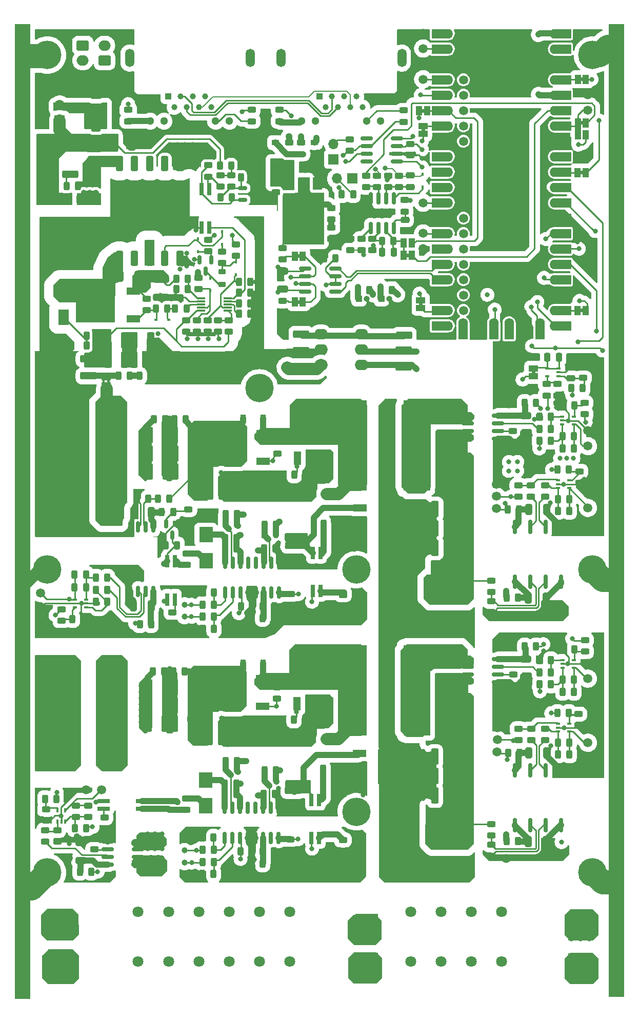
<source format=gtl>
G04 #@! TF.GenerationSoftware,KiCad,Pcbnew,6.0.1-79c1e3a40b~116~ubuntu20.04.1*
G04 #@! TF.CreationDate,2022-07-13T18:57:54+02:00*
G04 #@! TF.ProjectId,Power,506f7765-722e-46b6-9963-61645f706362,rev?*
G04 #@! TF.SameCoordinates,Original*
G04 #@! TF.FileFunction,Copper,L1,Top*
G04 #@! TF.FilePolarity,Positive*
%FSLAX46Y46*%
G04 Gerber Fmt 4.6, Leading zero omitted, Abs format (unit mm)*
G04 Created by KiCad (PCBNEW 6.0.1-79c1e3a40b~116~ubuntu20.04.1) date 2022-07-13 18:57:54*
%MOMM*%
%LPD*%
G01*
G04 APERTURE LIST*
G04 Aperture macros list*
%AMRoundRect*
0 Rectangle with rounded corners*
0 $1 Rounding radius*
0 $2 $3 $4 $5 $6 $7 $8 $9 X,Y pos of 4 corners*
0 Add a 4 corners polygon primitive as box body*
4,1,4,$2,$3,$4,$5,$6,$7,$8,$9,$2,$3,0*
0 Add four circle primitives for the rounded corners*
1,1,$1+$1,$2,$3*
1,1,$1+$1,$4,$5*
1,1,$1+$1,$6,$7*
1,1,$1+$1,$8,$9*
0 Add four rect primitives between the rounded corners*
20,1,$1+$1,$2,$3,$4,$5,0*
20,1,$1+$1,$4,$5,$6,$7,0*
20,1,$1+$1,$6,$7,$8,$9,0*
20,1,$1+$1,$8,$9,$2,$3,0*%
G04 Aperture macros list end*
G04 #@! TA.AperFunction,ComponentPad*
%ADD10C,1.803400*%
G04 #@! TD*
G04 #@! TA.AperFunction,SMDPad,CuDef*
%ADD11RoundRect,0.250000X1.950000X1.000000X-1.950000X1.000000X-1.950000X-1.000000X1.950000X-1.000000X0*%
G04 #@! TD*
G04 #@! TA.AperFunction,SMDPad,CuDef*
%ADD12RoundRect,0.243750X-0.243750X-0.456250X0.243750X-0.456250X0.243750X0.456250X-0.243750X0.456250X0*%
G04 #@! TD*
G04 #@! TA.AperFunction,SMDPad,CuDef*
%ADD13RoundRect,0.250000X0.375000X1.075000X-0.375000X1.075000X-0.375000X-1.075000X0.375000X-1.075000X0*%
G04 #@! TD*
G04 #@! TA.AperFunction,SMDPad,CuDef*
%ADD14RoundRect,0.243750X0.243750X0.456250X-0.243750X0.456250X-0.243750X-0.456250X0.243750X-0.456250X0*%
G04 #@! TD*
G04 #@! TA.AperFunction,SMDPad,CuDef*
%ADD15RoundRect,0.150000X0.150000X-0.825000X0.150000X0.825000X-0.150000X0.825000X-0.150000X-0.825000X0*%
G04 #@! TD*
G04 #@! TA.AperFunction,ComponentPad*
%ADD16C,1.500000*%
G04 #@! TD*
G04 #@! TA.AperFunction,SMDPad,CuDef*
%ADD17RoundRect,0.243750X-0.456250X0.243750X-0.456250X-0.243750X0.456250X-0.243750X0.456250X0.243750X0*%
G04 #@! TD*
G04 #@! TA.AperFunction,SMDPad,CuDef*
%ADD18C,1.000000*%
G04 #@! TD*
G04 #@! TA.AperFunction,ComponentPad*
%ADD19C,2.000000*%
G04 #@! TD*
G04 #@! TA.AperFunction,SMDPad,CuDef*
%ADD20R,1.000000X1.500000*%
G04 #@! TD*
G04 #@! TA.AperFunction,SMDPad,CuDef*
%ADD21RoundRect,0.243750X0.456250X-0.243750X0.456250X0.243750X-0.456250X0.243750X-0.456250X-0.243750X0*%
G04 #@! TD*
G04 #@! TA.AperFunction,SMDPad,CuDef*
%ADD22R,0.650000X0.400000*%
G04 #@! TD*
G04 #@! TA.AperFunction,SMDPad,CuDef*
%ADD23RoundRect,0.249999X1.450001X-0.450001X1.450001X0.450001X-1.450001X0.450001X-1.450001X-0.450001X0*%
G04 #@! TD*
G04 #@! TA.AperFunction,SMDPad,CuDef*
%ADD24R,0.450000X0.600000*%
G04 #@! TD*
G04 #@! TA.AperFunction,SMDPad,CuDef*
%ADD25R,1.200000X0.900000*%
G04 #@! TD*
G04 #@! TA.AperFunction,SMDPad,CuDef*
%ADD26RoundRect,0.150000X-0.150000X0.587500X-0.150000X-0.587500X0.150000X-0.587500X0.150000X0.587500X0*%
G04 #@! TD*
G04 #@! TA.AperFunction,SMDPad,CuDef*
%ADD27RoundRect,0.250000X1.075000X-0.375000X1.075000X0.375000X-1.075000X0.375000X-1.075000X-0.375000X0*%
G04 #@! TD*
G04 #@! TA.AperFunction,ComponentPad*
%ADD28R,2.250000X1.750000*%
G04 #@! TD*
G04 #@! TA.AperFunction,ComponentPad*
%ADD29O,2.250000X1.750000*%
G04 #@! TD*
G04 #@! TA.AperFunction,SMDPad,CuDef*
%ADD30R,1.200000X2.200000*%
G04 #@! TD*
G04 #@! TA.AperFunction,SMDPad,CuDef*
%ADD31R,5.800000X6.400000*%
G04 #@! TD*
G04 #@! TA.AperFunction,SMDPad,CuDef*
%ADD32R,1.400000X0.300000*%
G04 #@! TD*
G04 #@! TA.AperFunction,ConnectorPad*
%ADD33C,4.700000*%
G04 #@! TD*
G04 #@! TA.AperFunction,ComponentPad*
%ADD34C,3.100000*%
G04 #@! TD*
G04 #@! TA.AperFunction,SMDPad,CuDef*
%ADD35R,2.300000X2.500000*%
G04 #@! TD*
G04 #@! TA.AperFunction,SMDPad,CuDef*
%ADD36RoundRect,0.250000X0.250000X0.475000X-0.250000X0.475000X-0.250000X-0.475000X0.250000X-0.475000X0*%
G04 #@! TD*
G04 #@! TA.AperFunction,SMDPad,CuDef*
%ADD37RoundRect,0.250000X1.075000X-0.362500X1.075000X0.362500X-1.075000X0.362500X-1.075000X-0.362500X0*%
G04 #@! TD*
G04 #@! TA.AperFunction,SMDPad,CuDef*
%ADD38R,2.200000X1.200000*%
G04 #@! TD*
G04 #@! TA.AperFunction,SMDPad,CuDef*
%ADD39R,6.400000X5.800000*%
G04 #@! TD*
G04 #@! TA.AperFunction,SMDPad,CuDef*
%ADD40RoundRect,0.250000X-0.325000X-0.650000X0.325000X-0.650000X0.325000X0.650000X-0.325000X0.650000X0*%
G04 #@! TD*
G04 #@! TA.AperFunction,SMDPad,CuDef*
%ADD41RoundRect,0.150000X-0.825000X-0.150000X0.825000X-0.150000X0.825000X0.150000X-0.825000X0.150000X0*%
G04 #@! TD*
G04 #@! TA.AperFunction,SMDPad,CuDef*
%ADD42R,1.500000X1.000000*%
G04 #@! TD*
G04 #@! TA.AperFunction,SMDPad,CuDef*
%ADD43RoundRect,0.250000X-0.375000X-1.075000X0.375000X-1.075000X0.375000X1.075000X-0.375000X1.075000X0*%
G04 #@! TD*
G04 #@! TA.AperFunction,SMDPad,CuDef*
%ADD44RoundRect,0.250000X-0.475000X0.250000X-0.475000X-0.250000X0.475000X-0.250000X0.475000X0.250000X0*%
G04 #@! TD*
G04 #@! TA.AperFunction,SMDPad,CuDef*
%ADD45R,0.600000X0.450000*%
G04 #@! TD*
G04 #@! TA.AperFunction,SMDPad,CuDef*
%ADD46RoundRect,0.250000X-0.650000X0.325000X-0.650000X-0.325000X0.650000X-0.325000X0.650000X0.325000X0*%
G04 #@! TD*
G04 #@! TA.AperFunction,SMDPad,CuDef*
%ADD47RoundRect,0.250000X0.650000X-0.325000X0.650000X0.325000X-0.650000X0.325000X-0.650000X-0.325000X0*%
G04 #@! TD*
G04 #@! TA.AperFunction,ComponentPad*
%ADD48R,1.000000X1.000000*%
G04 #@! TD*
G04 #@! TA.AperFunction,ComponentPad*
%ADD49C,1.000000*%
G04 #@! TD*
G04 #@! TA.AperFunction,ComponentPad*
%ADD50C,1.300000*%
G04 #@! TD*
G04 #@! TA.AperFunction,ComponentPad*
%ADD51O,1.500000X3.000000*%
G04 #@! TD*
G04 #@! TA.AperFunction,SMDPad,CuDef*
%ADD52R,0.640000X2.000000*%
G04 #@! TD*
G04 #@! TA.AperFunction,SMDPad,CuDef*
%ADD53R,1.500000X2.000000*%
G04 #@! TD*
G04 #@! TA.AperFunction,SMDPad,CuDef*
%ADD54R,3.800000X2.000000*%
G04 #@! TD*
G04 #@! TA.AperFunction,SMDPad,CuDef*
%ADD55R,2.000000X1.600000*%
G04 #@! TD*
G04 #@! TA.AperFunction,ComponentPad*
%ADD56O,2.400000X1.600000*%
G04 #@! TD*
G04 #@! TA.AperFunction,ComponentPad*
%ADD57O,1.600000X2.400000*%
G04 #@! TD*
G04 #@! TA.AperFunction,SMDPad,CuDef*
%ADD58R,1.600000X2.000000*%
G04 #@! TD*
G04 #@! TA.AperFunction,SMDPad,CuDef*
%ADD59RoundRect,0.250000X-1.075000X0.312500X-1.075000X-0.312500X1.075000X-0.312500X1.075000X0.312500X0*%
G04 #@! TD*
G04 #@! TA.AperFunction,ComponentPad*
%ADD60R,1.700000X1.700000*%
G04 #@! TD*
G04 #@! TA.AperFunction,ComponentPad*
%ADD61O,1.700000X1.700000*%
G04 #@! TD*
G04 #@! TA.AperFunction,SMDPad,CuDef*
%ADD62RoundRect,0.150000X0.825000X0.150000X-0.825000X0.150000X-0.825000X-0.150000X0.825000X-0.150000X0*%
G04 #@! TD*
G04 #@! TA.AperFunction,SMDPad,CuDef*
%ADD63RoundRect,0.250000X0.550000X-1.500000X0.550000X1.500000X-0.550000X1.500000X-0.550000X-1.500000X0*%
G04 #@! TD*
G04 #@! TA.AperFunction,SMDPad,CuDef*
%ADD64RoundRect,0.250000X-1.075000X0.375000X-1.075000X-0.375000X1.075000X-0.375000X1.075000X0.375000X0*%
G04 #@! TD*
G04 #@! TA.AperFunction,SMDPad,CuDef*
%ADD65R,3.810000X4.240000*%
G04 #@! TD*
G04 #@! TA.AperFunction,SMDPad,CuDef*
%ADD66RoundRect,0.150000X-0.150000X0.825000X-0.150000X-0.825000X0.150000X-0.825000X0.150000X0.825000X0*%
G04 #@! TD*
G04 #@! TA.AperFunction,SMDPad,CuDef*
%ADD67RoundRect,0.162500X0.162500X-1.012500X0.162500X1.012500X-0.162500X1.012500X-0.162500X-1.012500X0*%
G04 #@! TD*
G04 #@! TA.AperFunction,SMDPad,CuDef*
%ADD68RoundRect,0.218750X0.381250X-0.218750X0.381250X0.218750X-0.381250X0.218750X-0.381250X-0.218750X0*%
G04 #@! TD*
G04 #@! TA.AperFunction,SMDPad,CuDef*
%ADD69RoundRect,0.150000X-0.150000X0.750000X-0.150000X-0.750000X0.150000X-0.750000X0.150000X0.750000X0*%
G04 #@! TD*
G04 #@! TA.AperFunction,SMDPad,CuDef*
%ADD70R,0.900000X1.200000*%
G04 #@! TD*
G04 #@! TA.AperFunction,SMDPad,CuDef*
%ADD71RoundRect,0.150000X-0.587500X-0.150000X0.587500X-0.150000X0.587500X0.150000X-0.587500X0.150000X0*%
G04 #@! TD*
G04 #@! TA.AperFunction,SMDPad,CuDef*
%ADD72RoundRect,0.250000X0.325000X0.650000X-0.325000X0.650000X-0.325000X-0.650000X0.325000X-0.650000X0*%
G04 #@! TD*
G04 #@! TA.AperFunction,SMDPad,CuDef*
%ADD73RoundRect,0.250000X0.475000X-0.250000X0.475000X0.250000X-0.475000X0.250000X-0.475000X-0.250000X0*%
G04 #@! TD*
G04 #@! TA.AperFunction,ComponentPad*
%ADD74RoundRect,0.250000X-0.750000X0.600000X-0.750000X-0.600000X0.750000X-0.600000X0.750000X0.600000X0*%
G04 #@! TD*
G04 #@! TA.AperFunction,ComponentPad*
%ADD75O,2.000000X1.700000*%
G04 #@! TD*
G04 #@! TA.AperFunction,ComponentPad*
%ADD76C,0.800000*%
G04 #@! TD*
G04 #@! TA.AperFunction,ComponentPad*
%ADD77R,2.500000X160.750000*%
G04 #@! TD*
G04 #@! TA.AperFunction,ComponentPad*
%ADD78R,2.500000X161.000000*%
G04 #@! TD*
G04 #@! TA.AperFunction,SMDPad,CuDef*
%ADD79R,4.500000X15.000000*%
G04 #@! TD*
G04 #@! TA.AperFunction,ComponentPad*
%ADD80RoundRect,0.250000X0.750000X-0.600000X0.750000X0.600000X-0.750000X0.600000X-0.750000X-0.600000X0*%
G04 #@! TD*
G04 #@! TA.AperFunction,SMDPad,CuDef*
%ADD81R,2.000000X0.640000*%
G04 #@! TD*
G04 #@! TA.AperFunction,SMDPad,CuDef*
%ADD82R,0.400000X0.650000*%
G04 #@! TD*
G04 #@! TA.AperFunction,SMDPad,CuDef*
%ADD83RoundRect,0.305000X-0.305000X-0.965000X0.305000X-0.965000X0.305000X0.965000X-0.305000X0.965000X0*%
G04 #@! TD*
G04 #@! TA.AperFunction,SMDPad,CuDef*
%ADD84R,1.800000X2.500000*%
G04 #@! TD*
G04 #@! TA.AperFunction,ComponentPad*
%ADD85O,1.000000X1.000000*%
G04 #@! TD*
G04 #@! TA.AperFunction,ViaPad*
%ADD86C,0.800000*%
G04 #@! TD*
G04 #@! TA.AperFunction,Conductor*
%ADD87C,0.250000*%
G04 #@! TD*
G04 #@! TA.AperFunction,Conductor*
%ADD88C,1.000000*%
G04 #@! TD*
G04 #@! TA.AperFunction,Conductor*
%ADD89C,2.000000*%
G04 #@! TD*
G04 #@! TA.AperFunction,Conductor*
%ADD90C,4.000000*%
G04 #@! TD*
G04 #@! TA.AperFunction,Conductor*
%ADD91C,0.200000*%
G04 #@! TD*
G04 APERTURE END LIST*
G04 #@! TO.C,JP417*
G36*
X135450000Y-37500000D02*
G01*
X134950000Y-37500000D01*
X134950000Y-36900000D01*
X135450000Y-36900000D01*
X135450000Y-37500000D01*
G37*
G04 #@! TO.C,JP404*
G36*
X109300000Y-38600000D02*
G01*
X108700000Y-38600000D01*
X108700000Y-38100000D01*
X109300000Y-38100000D01*
X109300000Y-38600000D01*
G37*
G04 #@! TO.C,JP413*
G36*
X108900000Y-67400000D02*
G01*
X108300000Y-67400000D01*
X108300000Y-66900000D01*
X108900000Y-66900000D01*
X108900000Y-67400000D01*
G37*
G04 #@! TO.C,JP412*
G36*
X135400000Y-68500000D02*
G01*
X134900000Y-68500000D01*
X134900000Y-67900000D01*
X135400000Y-67900000D01*
X135400000Y-68500000D01*
G37*
G04 #@! TO.C,JP414*
G36*
X135450000Y-30300000D02*
G01*
X134950000Y-30300000D01*
X134950000Y-29700000D01*
X135450000Y-29700000D01*
X135450000Y-30300000D01*
G37*
G04 #@! TO.C,JP408*
G36*
X88700000Y-59500000D02*
G01*
X88200000Y-59500000D01*
X88200000Y-58900000D01*
X88700000Y-58900000D01*
X88700000Y-59500000D01*
G37*
G04 #@! TO.C,JP411*
G36*
X106700000Y-59373750D02*
G01*
X106200000Y-59373750D01*
X106200000Y-58773750D01*
X106700000Y-58773750D01*
X106700000Y-59373750D01*
G37*
G04 #@! TO.C,JP407*
G36*
X127500000Y-78650000D02*
G01*
X126900000Y-78650000D01*
X126900000Y-78150000D01*
X127500000Y-78150000D01*
X127500000Y-78650000D01*
G37*
G04 #@! TO.C,JP409*
G36*
X88700000Y-67100000D02*
G01*
X88200000Y-67100000D01*
X88200000Y-66500000D01*
X88700000Y-66500000D01*
X88700000Y-67100000D01*
G37*
G04 #@! TO.C,JP405*
G36*
X135400000Y-45700000D02*
G01*
X134900000Y-45700000D01*
X134900000Y-45100000D01*
X135400000Y-45100000D01*
X135400000Y-45700000D01*
G37*
G04 #@! TO.C,JP501*
G36*
X56450000Y-80150000D02*
G01*
X56050000Y-80150000D01*
X56050000Y-79650000D01*
X56450000Y-79650000D01*
X56450000Y-80150000D01*
G37*
G36*
X57250000Y-80150000D02*
G01*
X56850000Y-80150000D01*
X56850000Y-79650000D01*
X57250000Y-79650000D01*
X57250000Y-80150000D01*
G37*
G04 #@! TO.C,JP406*
G36*
X109250000Y-35500000D02*
G01*
X108750000Y-35500000D01*
X108750000Y-34900000D01*
X109250000Y-34900000D01*
X109250000Y-35500000D01*
G37*
G04 #@! TD*
D10*
G04 #@! TO.P,J103,1,Pin_1*
G04 #@! TO.N,NGND*
X81950000Y-167500000D03*
X81950000Y-175699999D03*
G04 #@! TO.P,J103,2,Pin_2*
X86950000Y-167500000D03*
X86950000Y-175699999D03*
G04 #@! TD*
G04 #@! TO.P,J105,1,Pin_1*
G04 #@! TO.N,/V_{IHighOut*
X61950000Y-167498800D03*
X61950000Y-175698799D03*
G04 #@! TO.P,J105,2,Pin_2*
X66950000Y-175698799D03*
X66950000Y-167498800D03*
G04 #@! TD*
G04 #@! TO.P,J104,1,Pin_1*
G04 #@! TO.N,GND*
X71950000Y-167500000D03*
X71950000Y-175699999D03*
G04 #@! TO.P,J104,2,Pin_2*
X76950000Y-167500000D03*
X76950000Y-175699999D03*
G04 #@! TD*
D11*
G04 #@! TO.P,C118,1*
G04 #@! TO.N,/V_{High}*
X57750000Y-87400000D03*
G04 #@! TO.P,C118,2*
G04 #@! TO.N,GND*
X49350000Y-87400000D03*
G04 #@! TD*
D12*
G04 #@! TO.P,C103,1*
G04 #@! TO.N,Net-(C103-Pad1)*
X51084993Y-119195000D03*
G04 #@! TO.P,C103,2*
G04 #@! TO.N,DGND*
X52959993Y-119195000D03*
G04 #@! TD*
D13*
G04 #@! TO.P,C309,1*
G04 #@! TO.N,/V2_Low*
X113728750Y-141900000D03*
G04 #@! TO.P,C309,2*
G04 #@! TO.N,NGND*
X110928750Y-141900000D03*
G04 #@! TD*
D14*
G04 #@! TO.P,R307,1*
G04 #@! TO.N,DGND*
X84340000Y-157542500D03*
G04 #@! TO.P,R307,2*
G04 #@! TO.N,Net-(C311-Pad1)*
X82465000Y-157542500D03*
G04 #@! TD*
D15*
G04 #@! TO.P,U203,1,INA*
G04 #@! TO.N,Net-(C207-Pad2)*
X76265000Y-114812500D03*
G04 #@! TO.P,U203,2,INB*
G04 #@! TO.N,Net-(C208-Pad1)*
X77535000Y-114812500D03*
G04 #@! TO.P,U203,3,VCCI*
G04 #@! TO.N,+5VD*
X78805000Y-114812500D03*
G04 #@! TO.P,U203,4,GND*
G04 #@! TO.N,DGND*
X80075000Y-114812500D03*
G04 #@! TO.P,U203,5,DIS*
X81345000Y-114812500D03*
G04 #@! TO.P,U203,6,DT*
G04 #@! TO.N,Net-(C211-Pad1)*
X82615000Y-114812500D03*
G04 #@! TO.P,U203,7,NC*
G04 #@! TO.N,unconnected-(U203-Pad7)*
X83885000Y-114812500D03*
G04 #@! TO.P,U203,8,VCCI*
G04 #@! TO.N,+5VD*
X85155000Y-114812500D03*
G04 #@! TO.P,U203,9,VSSB*
G04 #@! TO.N,GND*
X85155000Y-109862500D03*
G04 #@! TO.P,U203,10,OUTB*
G04 #@! TO.N,/Power Leg 1/PWM_L1*
X83885000Y-109862500D03*
G04 #@! TO.P,U203,11,VDDB*
G04 #@! TO.N,+12V*
X82615000Y-109862500D03*
G04 #@! TO.P,U203,12,NC*
G04 #@! TO.N,unconnected-(U203-Pad12)*
X81345000Y-109862500D03*
G04 #@! TO.P,U203,13,NC*
G04 #@! TO.N,unconnected-(U203-Pad13)*
X80075000Y-109862500D03*
G04 #@! TO.P,U203,14,VSSA*
G04 #@! TO.N,/Power Leg 1/SW_Node*
X78805000Y-109862500D03*
G04 #@! TO.P,U203,15,OUTA*
G04 #@! TO.N,/Power Leg 1/PWM_H1*
X77535000Y-109862500D03*
G04 #@! TO.P,U203,16,VDDA*
G04 #@! TO.N,Net-(C217-Pad1)*
X76265000Y-109862500D03*
G04 #@! TD*
D12*
G04 #@! TO.P,R212,1*
G04 #@! TO.N,Net-(C214-Pad2)*
X125727500Y-83487500D03*
G04 #@! TO.P,R212,2*
G04 #@! TO.N,+5VD*
X127602500Y-83487500D03*
G04 #@! TD*
D16*
G04 #@! TO.P,TP401,1,1*
G04 #@! TO.N,/HRTIM_CHC1*
X109000000Y-24920000D03*
G04 #@! TD*
D17*
G04 #@! TO.P,R419,1*
G04 #@! TO.N,Net-(R419-Pad1)*
X98800000Y-56362500D03*
G04 #@! TO.P,R419,2*
G04 #@! TO.N,/Bottom side/SHARE+*
X98800000Y-58237500D03*
G04 #@! TD*
D16*
G04 #@! TO.P,TP104,1,1*
G04 #@! TO.N,DGND*
X53340000Y-147400000D03*
G04 #@! TD*
G04 #@! TO.P,TP408,1,1*
G04 #@! TO.N,DGND*
X109000000Y-52940000D03*
G04 #@! TD*
D12*
G04 #@! TO.P,C505,1*
G04 #@! TO.N,Net-(C505-Pad1)*
X78612500Y-65240000D03*
G04 #@! TO.P,C505,2*
G04 #@! TO.N,GND*
X80487500Y-65240000D03*
G04 #@! TD*
D18*
G04 #@! TO.P,TP311,1,1*
G04 #@! TO.N,/HRTIM_CHC2*
X69600000Y-159400000D03*
G04 #@! TD*
D19*
G04 #@! TO.P,VOUT_GND501,1,1*
G04 #@! TO.N,DGND*
X78500000Y-41000000D03*
G04 #@! TD*
D20*
G04 #@! TO.P,JP417,1,A*
G04 #@! TO.N,/Bottom side/DAC2*
X134550000Y-37200000D03*
G04 #@! TO.P,JP417,2,B*
G04 #@! TO.N,Net-(JP417-Pad2)*
X135850000Y-37200000D03*
G04 #@! TD*
D21*
G04 #@! TO.P,R326,1*
G04 #@! TO.N,DGND*
X56400000Y-153837500D03*
G04 #@! TO.P,R326,2*
G04 #@! TO.N,Net-(R326-Pad2)*
X56400000Y-151962500D03*
G04 #@! TD*
D22*
G04 #@! TO.P,U305,1,+*
G04 #@! TO.N,Net-(R317-Pad2)*
X131990000Y-125917500D03*
G04 #@! TO.P,U305,2,V-*
G04 #@! TO.N,DGND*
X131990000Y-126567500D03*
G04 #@! TO.P,U305,3,-*
G04 #@! TO.N,Net-(C321-Pad1)*
X131990000Y-127217500D03*
G04 #@! TO.P,U305,4*
G04 #@! TO.N,/I_{I2Low}*
X133890000Y-127217500D03*
G04 #@! TO.P,U305,5,V+*
G04 #@! TO.N,Net-(C320-Pad1)*
X133890000Y-125917500D03*
G04 #@! TD*
D23*
G04 #@! TO.P,C512,1*
G04 #@! TO.N,GND*
X53450000Y-53940000D03*
G04 #@! TO.P,C512,2*
G04 #@! TO.N,DGND*
X53450000Y-49840000D03*
G04 #@! TD*
D24*
G04 #@! TO.P,D403,1,K*
G04 #@! TO.N,/Bottom side/SHARE+*
X108900000Y-45687500D03*
G04 #@! TO.P,D403,2,A*
G04 #@! TO.N,Net-(D403-Pad2)*
X108900000Y-47787500D03*
G04 #@! TD*
D25*
G04 #@! TO.P,D402,1,K*
G04 #@! TO.N,DGND*
X91050000Y-43750000D03*
G04 #@! TO.P,D402,2,A*
G04 #@! TO.N,/Bottom side/GND_COM*
X91050000Y-40450000D03*
G04 #@! TD*
D21*
G04 #@! TO.P,F401,1*
G04 #@! TO.N,Net-(D401-Pad1)*
X86850000Y-42350000D03*
G04 #@! TO.P,F401,2*
G04 #@! TO.N,/Bottom side/PWR_COM1*
X86850000Y-40475000D03*
G04 #@! TD*
D26*
G04 #@! TO.P,U403,1,GND*
G04 #@! TO.N,GND*
X68500000Y-103462500D03*
G04 #@! TO.P,U403,2,VO*
G04 #@! TO.N,+5P*
X66600000Y-103462500D03*
G04 #@! TO.P,U403,3,VI*
G04 #@! TO.N,+12V*
X67550000Y-105337500D03*
G04 #@! TD*
D13*
G04 #@! TO.P,C209,1*
G04 #@! TO.N,/V1_Low*
X113775000Y-101012500D03*
G04 #@! TO.P,C209,2*
G04 #@! TO.N,NGND*
X110975000Y-101012500D03*
G04 #@! TD*
D12*
G04 #@! TO.P,C316,1*
G04 #@! TO.N,+12V*
X82652500Y-148030000D03*
G04 #@! TO.P,C316,2*
G04 #@! TO.N,GND*
X84527500Y-148030000D03*
G04 #@! TD*
D27*
G04 #@! TO.P,C402,1*
G04 #@! TO.N,+5VD*
X88850000Y-72100000D03*
G04 #@! TO.P,C402,2*
G04 #@! TO.N,DGND*
X88850000Y-69300000D03*
G04 #@! TD*
D28*
G04 #@! TO.P,PS402,1,-Vin*
G04 #@! TO.N,DGND*
X92107500Y-69592500D03*
D29*
G04 #@! TO.P,PS402,2,+Vin*
G04 #@! TO.N,+5VD*
X92107500Y-72132500D03*
G04 #@! TO.P,PS402,3,-Vout*
G04 #@! TO.N,GND*
X92107500Y-74672500D03*
G04 #@! TO.P,PS402,4,+Vout*
G04 #@! TO.N,+12V*
X92107500Y-77212500D03*
G04 #@! TD*
D30*
G04 #@! TO.P,Q302,1,G*
G04 #@! TO.N,Net-(D303-Pad2)*
X88195000Y-133130000D03*
D31*
G04 #@! TO.P,Q302,2,D*
G04 #@! TO.N,/Power Leg 2/SW_Node*
X90475000Y-126830000D03*
D30*
G04 #@! TO.P,Q302,3,S*
G04 #@! TO.N,GND*
X92755000Y-133130000D03*
G04 #@! TD*
D17*
G04 #@! TO.P,C117,1*
G04 #@! TO.N,Net-(C117-Pad1)*
X46731250Y-150618750D03*
G04 #@! TO.P,C117,2*
G04 #@! TO.N,DGND*
X46731250Y-152493750D03*
G04 #@! TD*
D14*
G04 #@! TO.P,C208,1*
G04 #@! TO.N,Net-(C208-Pad1)*
X74450000Y-120800000D03*
G04 #@! TO.P,C208,2*
G04 #@! TO.N,DGND*
X72575000Y-120800000D03*
G04 #@! TD*
D32*
G04 #@! TO.P,U501,1,UVLO*
G04 #@! TO.N,Net-(R501-Pad2)*
X76750000Y-68200000D03*
G04 #@! TO.P,U501,2,FLT*
G04 #@! TO.N,Net-(C503-Pad2)*
X76750000Y-67700000D03*
G04 #@! TO.P,U501,3,SS*
G04 #@! TO.N,Net-(C504-Pad1)*
X76750000Y-67200000D03*
G04 #@! TO.P,U501,4,RT*
G04 #@! TO.N,Net-(R503-Pad1)*
X76750000Y-66700000D03*
G04 #@! TO.P,U501,5,COMP*
G04 #@! TO.N,Net-(C505-Pad1)*
X76750000Y-66200000D03*
G04 #@! TO.P,U501,6,CS*
G04 #@! TO.N,Net-(C506-Pad1)*
X72350000Y-66200000D03*
G04 #@! TO.P,U501,7,GND*
G04 #@! TO.N,GND*
X72350000Y-66700000D03*
G04 #@! TO.P,U501,8,DRV*
G04 #@! TO.N,Net-(R505-Pad1)*
X72350000Y-67200000D03*
G04 #@! TO.P,U501,9,VCC*
G04 #@! TO.N,/Feeder/VBoost*
X72350000Y-67700000D03*
G04 #@! TO.P,U501,10,VIN*
G04 #@! TO.N,/Feeder/input*
X72350000Y-68200000D03*
G04 #@! TD*
D33*
G04 #@! TO.P,H101,1,1*
G04 #@! TO.N,Earth_Protective*
X136950000Y-161000000D03*
D34*
X136950000Y-161000000D03*
G04 #@! TD*
D21*
G04 #@! TO.P,R324,1*
G04 #@! TO.N,DGND*
X95750000Y-157537500D03*
G04 #@! TO.P,R324,2*
G04 #@! TO.N,Net-(R324-Pad2)*
X95750000Y-155662500D03*
G04 #@! TD*
D17*
G04 #@! TO.P,R514,1*
G04 #@! TO.N,Net-(R514-Pad1)*
X75537500Y-45865000D03*
G04 #@! TO.P,R514,2*
G04 #@! TO.N,Net-(R514-Pad2)*
X75537500Y-47740000D03*
G04 #@! TD*
D35*
G04 #@! TO.P,D201,1,K*
G04 #@! TO.N,Net-(C217-Pad1)*
X73150000Y-105250000D03*
G04 #@! TO.P,D201,2,A*
G04 #@! TO.N,Net-(D201-Pad2)*
X73150000Y-109550000D03*
G04 #@! TD*
D17*
G04 #@! TO.P,R303,1*
G04 #@! TO.N,/Power Leg 2/VILow+*
X120265000Y-156442500D03*
G04 #@! TO.P,R303,2*
G04 #@! TO.N,NGND*
X120265000Y-158317500D03*
G04 #@! TD*
D16*
G04 #@! TO.P,TP307,1,1*
G04 #@! TO.N,+5VD*
X121200000Y-141100000D03*
G04 #@! TD*
D36*
G04 #@! TO.P,C416,1*
G04 #@! TO.N,Net-(C416-Pad1)*
X131400000Y-75900000D03*
G04 #@! TO.P,C416,2*
X129500000Y-75900000D03*
G04 #@! TD*
D18*
G04 #@! TO.P,TP310,1,1*
G04 #@! TO.N,/HRTIM_CHC1*
X69600000Y-157400000D03*
G04 #@! TD*
D37*
G04 #@! TO.P,R513,1*
G04 #@! TO.N,Net-(C514-Pad2)*
X50700000Y-45712500D03*
G04 #@! TO.P,R513,2*
G04 #@! TO.N,/Feeder/+6VJP*
X50700000Y-41087500D03*
G04 #@! TD*
D18*
G04 #@! TO.P,TP312,1,1*
G04 #@! TO.N,DGND*
X69600000Y-161400000D03*
G04 #@! TD*
D12*
G04 #@! TO.P,R316,1*
G04 #@! TO.N,/Power Leg 2/PWM_L1*
X82812500Y-144200000D03*
G04 #@! TO.P,R316,2*
G04 #@! TO.N,Net-(D303-Pad2)*
X84687500Y-144200000D03*
G04 #@! TD*
D38*
G04 #@! TO.P,Q502,1,G*
G04 #@! TO.N,Net-(D503-Pad2)*
X61175000Y-69580000D03*
D39*
G04 #@! TO.P,Q502,2,D*
G04 #@! TO.N,MOSD*
X54875000Y-67300000D03*
D38*
G04 #@! TO.P,Q502,3,S*
G04 #@! TO.N,MOSS*
X61175000Y-65020000D03*
G04 #@! TD*
D16*
G04 #@! TO.P,TP304,1,1*
G04 #@! TO.N,DGND*
X136200000Y-126460000D03*
G04 #@! TD*
D11*
G04 #@! TO.P,C203,1*
G04 #@! TO.N,/V1_Low*
X112750000Y-115300000D03*
G04 #@! TO.P,C203,2*
G04 #@! TO.N,NGND*
X104350000Y-115300000D03*
G04 #@! TD*
D12*
G04 #@! TO.P,R213,1*
G04 #@! TO.N,Net-(C215-Pad1)*
X131258750Y-99337500D03*
G04 #@! TO.P,R213,2*
G04 #@! TO.N,/V_{I1Low}*
X133133750Y-99337500D03*
G04 #@! TD*
D14*
G04 #@! TO.P,R415,1*
G04 #@! TO.N,Net-(C411-Pad1)*
X104075000Y-56700000D03*
G04 #@! TO.P,R415,2*
G04 #@! TO.N,Net-(C411-Pad2)*
X102200000Y-56700000D03*
G04 #@! TD*
D12*
G04 #@! TO.P,R318,1*
G04 #@! TO.N,+5VD*
X128202500Y-129967500D03*
G04 #@! TO.P,R318,2*
G04 #@! TO.N,Net-(C321-Pad1)*
X130077500Y-129967500D03*
G04 #@! TD*
D14*
G04 #@! TO.P,R410,1*
G04 #@! TO.N,Net-(JP403-Pad2)*
X97437500Y-49000000D03*
G04 #@! TO.P,R410,2*
G04 #@! TO.N,/Bottom side/B*
X95562500Y-49000000D03*
G04 #@! TD*
D40*
G04 #@! TO.P,C304,1*
G04 #@! TO.N,Net-(C304-Pad1)*
X126446250Y-141305000D03*
G04 #@! TO.P,C304,2*
G04 #@! TO.N,DGND*
X129396250Y-141305000D03*
G04 #@! TD*
D17*
G04 #@! TO.P,R321,1*
G04 #@! TO.N,+5VD*
X135750000Y-122662500D03*
G04 #@! TO.P,R321,2*
G04 #@! TO.N,Net-(C320-Pad1)*
X135750000Y-124537500D03*
G04 #@! TD*
D33*
G04 #@! TO.P,H107,1,1*
G04 #@! TO.N,Earth_Protective*
X46950000Y-26000000D03*
D34*
X46950000Y-26000000D03*
G04 #@! TD*
D16*
G04 #@! TO.P,TP305,1,1*
G04 #@! TO.N,DGND*
X121230000Y-137100000D03*
G04 #@! TD*
D34*
G04 #@! TO.P,H104,1,1*
G04 #@! TO.N,Earth_Protective*
X46950000Y-111000000D03*
D33*
X46950000Y-111000000D03*
G04 #@! TD*
D17*
G04 #@! TO.P,C508,1*
G04 #@! TO.N,/Feeder/input*
X69900000Y-69815000D03*
G04 #@! TO.P,C508,2*
G04 #@! TO.N,GND*
X69900000Y-71690000D03*
G04 #@! TD*
D21*
G04 #@! TO.P,R116,1*
G04 #@! TO.N,Net-(C119-Pad1)*
X51681250Y-151837500D03*
G04 #@! TO.P,R116,2*
G04 #@! TO.N,/I_{IHighop}*
X51681250Y-149962500D03*
G04 #@! TD*
D12*
G04 #@! TO.P,R204,1*
G04 #@! TO.N,/HRTIM_CHA1*
X72600000Y-116800000D03*
G04 #@! TO.P,R204,2*
G04 #@! TO.N,Net-(C207-Pad2)*
X74475000Y-116800000D03*
G04 #@! TD*
D41*
G04 #@! TO.P,U302,1,IP+*
G04 #@! TO.N,Net-(L301-Pad1)*
X116375000Y-125812500D03*
G04 #@! TO.P,U302,2,IP+*
X116375000Y-127082500D03*
G04 #@! TO.P,U302,3,IP-*
G04 #@! TO.N,/V2_Low*
X116375000Y-128352500D03*
G04 #@! TO.P,U302,4,IP-*
X116375000Y-129622500D03*
G04 #@! TO.P,U302,5,GND*
G04 #@! TO.N,DGND*
X121325000Y-129622500D03*
G04 #@! TO.P,U302,6,VZCR*
G04 #@! TO.N,Net-(C310-Pad2)*
X121325000Y-128352500D03*
G04 #@! TO.P,U302,7,VIOUT*
G04 #@! TO.N,/Power Leg 2/IILow*
X121325000Y-127082500D03*
G04 #@! TO.P,U302,8,VCC*
G04 #@! TO.N,Net-(C314-Pad2)*
X121325000Y-125812500D03*
G04 #@! TD*
D16*
G04 #@! TO.P,TP404,1,1*
G04 #@! TO.N,/HRTIM_CHA2*
X109000000Y-50400000D03*
G04 #@! TD*
D15*
G04 #@! TO.P,U303,1,INA*
G04 #@! TO.N,Net-(C307-Pad2)*
X76205000Y-155305000D03*
G04 #@! TO.P,U303,2,INB*
G04 #@! TO.N,Net-(C308-Pad1)*
X77475000Y-155305000D03*
G04 #@! TO.P,U303,3,VCCI*
G04 #@! TO.N,+5VD*
X78745000Y-155305000D03*
G04 #@! TO.P,U303,4,GND*
G04 #@! TO.N,DGND*
X80015000Y-155305000D03*
G04 #@! TO.P,U303,5,DIS*
X81285000Y-155305000D03*
G04 #@! TO.P,U303,6,DT*
G04 #@! TO.N,Net-(C311-Pad1)*
X82555000Y-155305000D03*
G04 #@! TO.P,U303,7,NC*
G04 #@! TO.N,unconnected-(U303-Pad7)*
X83825000Y-155305000D03*
G04 #@! TO.P,U303,8,VCCI*
G04 #@! TO.N,+5VD*
X85095000Y-155305000D03*
G04 #@! TO.P,U303,9,VSSB*
G04 #@! TO.N,GND*
X85095000Y-150355000D03*
G04 #@! TO.P,U303,10,OUTB*
G04 #@! TO.N,/Power Leg 2/PWM_L1*
X83825000Y-150355000D03*
G04 #@! TO.P,U303,11,VDDB*
G04 #@! TO.N,+12V*
X82555000Y-150355000D03*
G04 #@! TO.P,U303,12,NC*
G04 #@! TO.N,unconnected-(U303-Pad12)*
X81285000Y-150355000D03*
G04 #@! TO.P,U303,13,NC*
G04 #@! TO.N,unconnected-(U303-Pad13)*
X80015000Y-150355000D03*
G04 #@! TO.P,U303,14,VSSA*
G04 #@! TO.N,/Power Leg 2/SW_Node*
X78745000Y-150355000D03*
G04 #@! TO.P,U303,15,OUTA*
G04 #@! TO.N,/Power Leg 2/PWM_H1*
X77475000Y-150355000D03*
G04 #@! TO.P,U303,16,VDDA*
G04 #@! TO.N,Net-(C317-Pad1)*
X76205000Y-150355000D03*
G04 #@! TD*
D21*
G04 #@! TO.P,R512,1*
G04 #@! TO.N,Net-(D506-Pad1)*
X73550000Y-58427500D03*
G04 #@! TO.P,R512,2*
G04 #@! TO.N,GND*
X73550000Y-56552500D03*
G04 #@! TD*
D24*
G04 #@! TO.P,D505,1,K*
G04 #@! TO.N,Net-(D505-Pad1)*
X75800000Y-57250000D03*
G04 #@! TO.P,D505,2,A*
G04 #@! TO.N,Net-(D505-Pad2)*
X75800000Y-55150000D03*
G04 #@! TD*
D17*
G04 #@! TO.P,C404,1*
G04 #@! TO.N,+6V*
X84650000Y-46800000D03*
G04 #@! TO.P,C404,2*
G04 #@! TO.N,DGND*
X84650000Y-48675000D03*
G04 #@! TD*
D13*
G04 #@! TO.P,C107,1*
G04 #@! TO.N,/V_{High}*
X70775000Y-91800000D03*
G04 #@! TO.P,C107,2*
G04 #@! TO.N,Net-(C104-Pad2)*
X67975000Y-91800000D03*
G04 #@! TD*
D16*
G04 #@! TO.P,TP202,1,1*
G04 #@! TO.N,DGND*
X136200000Y-98400000D03*
G04 #@! TD*
D17*
G04 #@! TO.P,R203,1*
G04 #@! TO.N,/Power Leg 1/VILow+*
X120240000Y-116225000D03*
G04 #@! TO.P,R203,2*
G04 #@! TO.N,NGND*
X120240000Y-118100000D03*
G04 #@! TD*
D42*
G04 #@! TO.P,JP404,1,A*
G04 #@! TO.N,/N_{GND}*
X109000000Y-39000000D03*
G04 #@! TO.P,JP404,2,B*
G04 #@! TO.N,/Bottom side/PC6*
X109000000Y-37700000D03*
G04 #@! TD*
D13*
G04 #@! TO.P,C312,1*
G04 #@! TO.N,/V2_Low*
X113728750Y-148300000D03*
G04 #@! TO.P,C312,2*
G04 #@! TO.N,NGND*
X110928750Y-148300000D03*
G04 #@! TD*
D43*
G04 #@! TO.P,C223,1*
G04 #@! TO.N,/V_{High}*
X73750000Y-96200000D03*
G04 #@! TO.P,C223,2*
G04 #@! TO.N,GND*
X76550000Y-96200000D03*
G04 #@! TD*
D14*
G04 #@! TO.P,R101,1*
G04 #@! TO.N,+5P*
X67712500Y-101500000D03*
G04 #@! TO.P,R101,2*
G04 #@! TO.N,Net-(C101-Pad1)*
X65837500Y-101500000D03*
G04 #@! TD*
D17*
G04 #@! TO.P,R413,1*
G04 #@! TO.N,Net-(JP417-Pad2)*
X99600000Y-45925000D03*
G04 #@! TO.P,R413,2*
G04 #@! TO.N,Net-(R413-Pad2)*
X99600000Y-47800000D03*
G04 #@! TD*
G04 #@! TO.P,R420,1*
G04 #@! TO.N,DGND*
X97000000Y-56362500D03*
G04 #@! TO.P,R420,2*
G04 #@! TO.N,/Bottom side/SHARE+*
X97000000Y-58237500D03*
G04 #@! TD*
D44*
G04 #@! TO.P,C413,1*
G04 #@! TO.N,Net-(C413-Pad1)*
X106003125Y-53200000D03*
G04 #@! TO.P,C413,2*
G04 #@! TO.N,DGND*
X106003125Y-55100000D03*
G04 #@! TD*
D14*
G04 #@! TO.P,R225,1*
G04 #@! TO.N,GND*
X94412500Y-103450000D03*
G04 #@! TO.P,R225,2*
G04 #@! TO.N,Net-(R225-Pad2)*
X92537500Y-103450000D03*
G04 #@! TD*
D12*
G04 #@! TO.P,R218,1*
G04 #@! TO.N,+5VD*
X128177500Y-89750000D03*
G04 #@! TO.P,R218,2*
G04 #@! TO.N,Net-(C221-Pad1)*
X130052500Y-89750000D03*
G04 #@! TD*
G04 #@! TO.P,C219,1*
G04 #@! TO.N,Net-(C217-Pad1)*
X76322500Y-105800000D03*
G04 #@! TO.P,C219,2*
G04 #@! TO.N,/Power Leg 1/SW_Node*
X78197500Y-105800000D03*
G04 #@! TD*
D45*
G04 #@! TO.P,D303,1,K*
G04 #@! TO.N,/Power Leg 2/PWM_L1*
X82700000Y-146000000D03*
G04 #@! TO.P,D303,2,A*
G04 #@! TO.N,Net-(D303-Pad2)*
X84800000Y-146000000D03*
G04 #@! TD*
D46*
G04 #@! TO.P,C124,1*
G04 #@! TO.N,DGND*
X52550000Y-156100000D03*
G04 #@! TO.P,C124,2*
G04 #@! TO.N,Net-(C124-Pad2)*
X52550000Y-159050000D03*
G04 #@! TD*
D47*
G04 #@! TO.P,C314,1*
G04 #@! TO.N,DGND*
X125952500Y-128742500D03*
G04 #@! TO.P,C314,2*
G04 #@! TO.N,Net-(C314-Pad2)*
X125952500Y-125792500D03*
G04 #@! TD*
D16*
G04 #@! TO.P,TP103,1,1*
G04 #@! TO.N,/I_{IHighop}*
X55880000Y-147400000D03*
G04 #@! TD*
D12*
G04 #@! TO.P,R311,1*
G04 #@! TO.N,+5VD*
X131183750Y-134705000D03*
G04 #@! TO.P,R311,2*
G04 #@! TO.N,Net-(C313-Pad1)*
X133058750Y-134705000D03*
G04 #@! TD*
D11*
G04 #@! TO.P,C122,1*
G04 #@! TO.N,/V_{High}*
X57750000Y-129100000D03*
G04 #@! TO.P,C122,2*
G04 #@! TO.N,GND*
X49350000Y-129100000D03*
G04 #@! TD*
D14*
G04 #@! TO.P,R119,1*
G04 #@! TO.N,+5VD*
X54187500Y-160900000D03*
G04 #@! TO.P,R119,2*
G04 #@! TO.N,Net-(C124-Pad2)*
X52312500Y-160900000D03*
G04 #@! TD*
D12*
G04 #@! TO.P,R201,1*
G04 #@! TO.N,+5VN*
X122758750Y-115587500D03*
G04 #@! TO.P,R201,2*
G04 #@! TO.N,Net-(C201-Pad1)*
X124633750Y-115587500D03*
G04 #@! TD*
D16*
G04 #@! TO.P,TP407,1,1*
G04 #@! TO.N,DGND*
X109000000Y-58000000D03*
G04 #@! TD*
D43*
G04 #@! TO.P,C518,1*
G04 #@! TO.N,/Feeder/HV*
X61250000Y-76300000D03*
G04 #@! TO.P,C518,2*
G04 #@! TO.N,GND*
X64050000Y-76300000D03*
G04 #@! TD*
D44*
G04 #@! TO.P,C414,1*
G04 #@! TO.N,DGND*
X133400000Y-77450000D03*
G04 #@! TO.P,C414,2*
G04 #@! TO.N,Net-(C414-Pad2)*
X133400000Y-79350000D03*
G04 #@! TD*
D48*
G04 #@! TO.P,J404,1*
G04 #@! TO.N,/Bottom side/CAN_H*
X91900000Y-32850000D03*
D49*
G04 #@! TO.P,J404,2*
G04 #@! TO.N,/Bottom side/CAN_L*
X92916000Y-34630000D03*
G04 #@! TO.P,J404,3*
G04 #@! TO.N,/Bottom side/A*
X93932000Y-32850000D03*
G04 #@! TO.P,J404,4*
G04 #@! TO.N,/Bottom side/B*
X94948000Y-34630000D03*
G04 #@! TO.P,J404,5*
G04 #@! TO.N,/Bottom side/SHARE+*
X95964000Y-32850000D03*
G04 #@! TO.P,J404,6*
G04 #@! TO.N,/Bottom side/SHARE-*
X96980000Y-34630000D03*
G04 #@! TO.P,J404,7*
G04 #@! TO.N,/Bottom side/HRTIM1_SCIN*
X97996000Y-32850000D03*
G04 #@! TO.P,J404,8*
G04 #@! TO.N,/Bottom side/GND_COM*
X99012000Y-34630000D03*
D50*
G04 #@! TO.P,J404,9*
G04 #@! TO.N,Net-(J404-Pad9)*
X88915500Y-36914000D03*
G04 #@! TO.P,J404,10*
G04 #@! TO.N,/Bottom side/PWR_COM2*
X91201500Y-36914000D03*
G04 #@! TO.P,J404,11*
G04 #@! TO.N,Net-(J404-Pad11)*
X99710500Y-36914000D03*
G04 #@! TO.P,J404,12*
G04 #@! TO.N,+3V3*
X101996500Y-36914000D03*
D51*
G04 #@! TO.P,J404,SH*
G04 #@! TO.N,Earth_Protective*
X105489000Y-26500000D03*
X85550000Y-26500000D03*
G04 #@! TD*
D35*
G04 #@! TO.P,D507,1,K*
G04 #@! TO.N,/Feeder/+6VJP*
X54600000Y-40790000D03*
G04 #@! TO.P,D507,2,A*
G04 #@! TO.N,Net-(C514-Pad1)*
X54600000Y-45090000D03*
G04 #@! TD*
D16*
G04 #@! TO.P,TP309,1,1*
G04 #@! TO.N,NGND*
X122700000Y-158700000D03*
G04 #@! TD*
D42*
G04 #@! TO.P,JP413,1,A*
G04 #@! TO.N,/~{STBY1}*
X108600000Y-66500000D03*
G04 #@! TO.P,JP413,2,B*
G04 #@! TO.N,/Bottom side/PC12*
X108600000Y-67800000D03*
G04 #@! TD*
D21*
G04 #@! TO.P,R209,1*
G04 #@! TO.N,Net-(R209-Pad1)*
X129096250Y-98937500D03*
G04 #@! TO.P,R209,2*
G04 #@! TO.N,Net-(C215-Pad1)*
X129096250Y-97062500D03*
G04 #@! TD*
D14*
G04 #@! TO.P,R320,1*
G04 #@! TO.N,GND*
X89527500Y-135792500D03*
G04 #@! TO.P,R320,2*
G04 #@! TO.N,Net-(D303-Pad2)*
X87652500Y-135792500D03*
G04 #@! TD*
D21*
G04 #@! TO.P,R417,1*
G04 #@! TO.N,Net-(R413-Pad2)*
X101400000Y-47800000D03*
G04 #@! TO.P,R417,2*
G04 #@! TO.N,/Bottom side/SHARE-*
X101400000Y-45925000D03*
G04 #@! TD*
G04 #@! TO.P,R310,1*
G04 #@! TO.N,/VRef*
X124721250Y-139180000D03*
G04 #@! TO.P,R310,2*
G04 #@! TO.N,Net-(R308-Pad2)*
X124721250Y-137305000D03*
G04 #@! TD*
D12*
G04 #@! TO.P,R503,1*
G04 #@! TO.N,Net-(R503-Pad1)*
X78612500Y-66990000D03*
G04 #@! TO.P,R503,2*
G04 #@! TO.N,GND*
X80487500Y-66990000D03*
G04 #@! TD*
D20*
G04 #@! TO.P,JP412,1,A*
G04 #@! TO.N,/~{STBY2}*
X135800000Y-68200000D03*
G04 #@! TO.P,JP412,2,B*
G04 #@! TO.N,/Bottom side/PC13*
X134500000Y-68200000D03*
G04 #@! TD*
D12*
G04 #@! TO.P,R217,1*
G04 #@! TO.N,/Power Leg 1/IILow*
X128177500Y-87750000D03*
G04 #@! TO.P,R217,2*
G04 #@! TO.N,Net-(R217-Pad2)*
X130052500Y-87750000D03*
G04 #@! TD*
D38*
G04 #@! TO.P,Q303,1,G*
G04 #@! TO.N,+12V*
X98490000Y-141325000D03*
D39*
G04 #@! TO.P,Q303,2,D*
G04 #@! TO.N,NGND*
X104790000Y-143605000D03*
D38*
G04 #@! TO.P,Q303,3,S*
G04 #@! TO.N,GND*
X98490000Y-145885000D03*
G04 #@! TD*
D20*
G04 #@! TO.P,JP414,1,A*
G04 #@! TO.N,/Bottom side/PB1*
X134550000Y-30000000D03*
G04 #@! TO.P,JP414,2,B*
G04 #@! TO.N,/Bottom side/HRTIM1_SCIN*
X135850000Y-30000000D03*
G04 #@! TD*
D12*
G04 #@! TO.P,NTC501,1*
G04 #@! TO.N,Net-(C503-Pad2)*
X78612500Y-63490000D03*
G04 #@! TO.P,NTC501,2*
G04 #@! TO.N,GND*
X80487500Y-63490000D03*
G04 #@! TD*
D17*
G04 #@! TO.P,R401,1*
G04 #@! TO.N,Net-(JP401-Pad2)*
X96900000Y-39905000D03*
G04 #@! TO.P,R401,2*
G04 #@! TO.N,/Bottom side/CAN_L*
X96900000Y-41780000D03*
G04 #@! TD*
D52*
G04 #@! TO.P,U502,1*
G04 #@! TO.N,Net-(R514-Pad2)*
X73685000Y-48165000D03*
G04 #@! TO.P,U502,2*
G04 #@! TO.N,Net-(C516-Pad1)*
X72415000Y-48165000D03*
G04 #@! TO.P,U502,3*
G04 #@! TO.N,GND*
X72415000Y-54465000D03*
G04 #@! TO.P,U502,4*
G04 #@! TO.N,Net-(C505-Pad1)*
X73685000Y-54465000D03*
G04 #@! TD*
D17*
G04 #@! TO.P,R405,1*
G04 #@! TO.N,/Bottom side/GND_COM*
X85300000Y-35062500D03*
G04 #@! TO.P,R405,2*
G04 #@! TO.N,Net-(J404-Pad9)*
X85300000Y-36937500D03*
G04 #@! TD*
D53*
G04 #@! TO.P,U404,1,GND*
G04 #@! TO.N,DGND*
X91550000Y-47237500D03*
G04 #@! TO.P,U404,2,VO*
G04 #@! TO.N,+5VD*
X89250000Y-47237500D03*
D54*
X89250000Y-53537500D03*
D53*
G04 #@! TO.P,U404,3,VI*
G04 #@! TO.N,+6V*
X86950000Y-47237500D03*
G04 #@! TD*
D12*
G04 #@! TO.P,C311,1*
G04 #@! TO.N,Net-(C311-Pad1)*
X82502500Y-159542500D03*
G04 #@! TO.P,C311,2*
G04 #@! TO.N,DGND*
X84377500Y-159542500D03*
G04 #@! TD*
D55*
G04 #@! TO.P,U401,1,PB11*
G04 #@! TO.N,/Bottom side/DAC3_OUT1*
X111400000Y-22462500D03*
D56*
X112700000Y-22462500D03*
D55*
G04 #@! TO.P,U401,2,PB12*
G04 #@! TO.N,/HRTIM_CHC1*
X111400000Y-25002500D03*
D56*
X112700000Y-25002500D03*
G04 #@! TO.P,U401,3,GND*
G04 #@! TO.N,DGND*
X112700000Y-27542500D03*
D55*
X111400000Y-27542500D03*
D56*
G04 #@! TO.P,U401,4,PB13*
G04 #@! TO.N,/HRTIM_CHC2*
X112700000Y-30082500D03*
D55*
X111400000Y-30082500D03*
D56*
G04 #@! TO.P,U401,5,PB14*
G04 #@! TO.N,/Bottom side/USART3_DE*
X112700000Y-32622500D03*
D55*
X111400000Y-32622500D03*
D56*
G04 #@! TO.P,U401,6,PB15*
G04 #@! TO.N,/Bottom side/ADC4_IN5*
X112700000Y-35162500D03*
D55*
X111400000Y-35162500D03*
D56*
G04 #@! TO.P,U401,7,PC6*
G04 #@! TO.N,/Bottom side/PC6*
X112700000Y-37702500D03*
D55*
X111400000Y-37702500D03*
G04 #@! TO.P,U401,8,GND*
G04 #@! TO.N,DGND*
X111400000Y-40242500D03*
D56*
X112700000Y-40242500D03*
D55*
G04 #@! TO.P,U401,9,PC7*
G04 #@! TO.N,unconnected-(U401-Pad9)*
X111400000Y-42782500D03*
D56*
X112700000Y-42782500D03*
G04 #@! TO.P,U401,10,PC8*
G04 #@! TO.N,unconnected-(U401-Pad10)*
X112700000Y-45322500D03*
D55*
X111400000Y-45322500D03*
D56*
G04 #@! TO.P,U401,11,PC9*
G04 #@! TO.N,unconnected-(U401-Pad11)*
X112700000Y-47862500D03*
D55*
X111400000Y-47862500D03*
D56*
G04 #@! TO.P,U401,12,PA8*
G04 #@! TO.N,/HRTIM_CHA2*
X112700000Y-50402500D03*
D55*
X111400000Y-50402500D03*
G04 #@! TO.P,U401,13,GND*
G04 #@! TO.N,DGND*
X111400000Y-52942500D03*
D56*
X112700000Y-52942500D03*
D55*
G04 #@! TO.P,U401,14,PA9*
G04 #@! TO.N,/HRTIM_CHA1*
X111400000Y-55482500D03*
D56*
X112700000Y-55482500D03*
G04 #@! TO.P,U401,15,PA10*
G04 #@! TO.N,unconnected-(U401-Pad15)*
X112700000Y-58022500D03*
D55*
X111400000Y-58022500D03*
G04 #@! TO.P,U401,16,PC10*
G04 #@! TO.N,/Bottom side/USART3_TX*
X111400000Y-60562500D03*
D56*
X112700000Y-60562500D03*
D55*
G04 #@! TO.P,U401,17,PC11*
G04 #@! TO.N,/Bottom side/USART3_RX*
X111400000Y-63102500D03*
D56*
X112700000Y-63102500D03*
D55*
G04 #@! TO.P,U401,18,GND*
G04 #@! TO.N,DGND*
X111400000Y-65642500D03*
D56*
X112700000Y-65642500D03*
D55*
G04 #@! TO.P,U401,19,PC12*
G04 #@! TO.N,/Bottom side/PC12*
X111400000Y-68182500D03*
D56*
X112700000Y-68182500D03*
D55*
G04 #@! TO.P,U401,20,PB4*
G04 #@! TO.N,unconnected-(U401-Pad20)*
X111400000Y-70722500D03*
D56*
X112700000Y-70722500D03*
D57*
G04 #@! TO.P,U401,21,PB5*
G04 #@! TO.N,unconnected-(U401-Pad21)*
X115550000Y-70662500D03*
D58*
X115550000Y-71962500D03*
G04 #@! TO.P,U401,22,GND*
G04 #@! TO.N,DGND*
X118090000Y-71962500D03*
D57*
X118090000Y-70662500D03*
D58*
G04 #@! TO.P,U401,23,PB6*
G04 #@! TO.N,/Bottom side/PB6*
X120630000Y-71962500D03*
D57*
X120630000Y-70662500D03*
G04 #@! TO.P,U401,24,PB7*
G04 #@! TO.N,unconnected-(U401-Pad24)*
X123170000Y-70662500D03*
D58*
X123170000Y-71962500D03*
D57*
G04 #@! TO.P,U401,25,GND*
G04 #@! TO.N,DGND*
X125710000Y-70662500D03*
D58*
X125710000Y-71962500D03*
D57*
G04 #@! TO.P,U401,26,PB8*
G04 #@! TO.N,/Bottom side/FDCAN1_{RX}*
X128250000Y-70662500D03*
D58*
X128250000Y-71962500D03*
D55*
G04 #@! TO.P,U401,27,PB9*
G04 #@! TO.N,/Bottom side/FDCAN1_{TX}*
X132400000Y-70722500D03*
D56*
X131100000Y-70722500D03*
D55*
G04 #@! TO.P,U401,28,PC13*
G04 #@! TO.N,/Bottom side/PC13*
X132400000Y-68182500D03*
D56*
X131100000Y-68182500D03*
D55*
G04 #@! TO.P,U401,29,GND*
G04 #@! TO.N,DGND*
X132400000Y-65642500D03*
D56*
X131100000Y-65642500D03*
G04 #@! TO.P,U401,30,PC0*
G04 #@! TO.N,/V_{I2Low}*
X131100000Y-63102500D03*
D55*
X132400000Y-63102500D03*
D56*
G04 #@! TO.P,U401,31,PC1*
G04 #@! TO.N,/I_{I2Low}*
X131100000Y-60562500D03*
D55*
X132400000Y-60562500D03*
G04 #@! TO.P,U401,32,PC2*
G04 #@! TO.N,/I_{IHighop}*
X132400000Y-58022500D03*
D56*
X131100000Y-58022500D03*
D55*
G04 #@! TO.P,U401,33,PC3*
G04 #@! TO.N,/V_{IHighop}*
X132400000Y-55482500D03*
D56*
X131100000Y-55482500D03*
G04 #@! TO.P,U401,34,GND*
G04 #@! TO.N,DGND*
X131100000Y-52942500D03*
D55*
X132400000Y-52942500D03*
D56*
G04 #@! TO.P,U401,35,PA0*
G04 #@! TO.N,/V_{I1Low}*
X131100000Y-50402500D03*
D55*
X132400000Y-50402500D03*
G04 #@! TO.P,U401,36,PA1*
G04 #@! TO.N,/I_{I1Low}*
X132400000Y-47862500D03*
D56*
X131100000Y-47862500D03*
D55*
G04 #@! TO.P,U401,37,PB0*
G04 #@! TO.N,/Bottom side/ADC3_IN12*
X132400000Y-45322500D03*
D56*
X131100000Y-45322500D03*
G04 #@! TO.P,U401,38,PA5*
G04 #@! TO.N,unconnected-(U401-Pad38)*
X131100000Y-42782500D03*
D55*
X132400000Y-42782500D03*
G04 #@! TO.P,U401,39,GND*
G04 #@! TO.N,DGND*
X132400000Y-40242500D03*
D56*
X131100000Y-40242500D03*
G04 #@! TO.P,U401,40,PA6*
G04 #@! TO.N,/Bottom side/DAC2*
X131100000Y-37702500D03*
D55*
X132400000Y-37702500D03*
D56*
G04 #@! TO.P,U401,41,PC4*
G04 #@! TO.N,/Bottom side/ADC2_IN5*
X131100000Y-35162500D03*
D55*
X132400000Y-35162500D03*
G04 #@! TO.P,U401,42,+3.3V*
G04 #@! TO.N,+3V3*
X132400000Y-32622500D03*
D56*
X131100000Y-32622500D03*
D55*
G04 #@! TO.P,U401,43,PB1*
G04 #@! TO.N,/Bottom side/PB1*
X132400000Y-30082500D03*
D56*
X131100000Y-30082500D03*
G04 #@! TO.P,U401,44,GND*
G04 #@! TO.N,DGND*
X131100000Y-27542500D03*
D55*
X132400000Y-27542500D03*
D56*
G04 #@! TO.P,U401,45,+VBAT*
G04 #@! TO.N,+BATT*
X131100000Y-25002500D03*
D55*
X132400000Y-25002500D03*
G04 #@! TO.P,U401,46,+VIN*
G04 #@! TO.N,+5VD*
X132400000Y-22462500D03*
D56*
X131100000Y-22462500D03*
D16*
G04 #@! TO.P,U401,47,PB10*
G04 #@! TO.N,unconnected-(U401-Pad47)*
X115640000Y-30082500D03*
G04 #@! TO.P,U401,48,PB2*
G04 #@! TO.N,unconnected-(U401-Pad48)*
X115640000Y-32622500D03*
G04 #@! TO.P,U401,49,PC5*
G04 #@! TO.N,unconnected-(U401-Pad49)*
X115640000Y-35162500D03*
G04 #@! TO.P,U401,50,PA7*
G04 #@! TO.N,unconnected-(U401-Pad50)*
X115640000Y-37702500D03*
G04 #@! TO.P,U401,51,PA4*
G04 #@! TO.N,unconnected-(U401-Pad51)*
X115640000Y-40242500D03*
G04 #@! TO.P,U401,52,PA13*
G04 #@! TO.N,unconnected-(U401-Pad52)*
X115640000Y-52942500D03*
G04 #@! TO.P,U401,53,PA14*
G04 #@! TO.N,unconnected-(U401-Pad53)*
X115640000Y-55482500D03*
G04 #@! TO.P,U401,54,PA15*
G04 #@! TO.N,unconnected-(U401-Pad54)*
X115640000Y-58022500D03*
G04 #@! TO.P,U401,55,PD2*
G04 #@! TO.N,unconnected-(U401-Pad55)*
X115640000Y-60562500D03*
G04 #@! TO.P,U401,56,PB3*
G04 #@! TO.N,unconnected-(U401-Pad56)*
X115640000Y-63102500D03*
G04 #@! TO.P,U401,57,PA2*
G04 #@! TO.N,unconnected-(U401-Pad57)*
X115640000Y-65642500D03*
G04 #@! TO.P,U401,58,PA3*
G04 #@! TO.N,unconnected-(U401-Pad58)*
X115640000Y-68182500D03*
G04 #@! TD*
D59*
G04 #@! TO.P,R510,1*
G04 #@! TO.N,MOSS*
X65750000Y-63077500D03*
G04 #@! TO.P,R510,2*
G04 #@! TO.N,GND*
X65750000Y-66002500D03*
G04 #@! TD*
D60*
G04 #@! TO.P,JP403,1,A*
G04 #@! TO.N,/Bottom side/A*
X97275000Y-46400000D03*
D61*
G04 #@! TO.P,JP403,2,B*
G04 #@! TO.N,Net-(JP403-Pad2)*
X94735000Y-46400000D03*
G04 #@! TD*
D62*
G04 #@! TO.P,U405,1,RO*
G04 #@! TO.N,/Bottom side/USART3_RX*
X94475000Y-65070000D03*
G04 #@! TO.P,U405,2,~{RE}*
G04 #@! TO.N,/Bottom side/USART3_DE*
X94475000Y-63800000D03*
G04 #@! TO.P,U405,3,DE*
X94475000Y-62530000D03*
G04 #@! TO.P,U405,4,DI*
G04 #@! TO.N,/Bottom side/USART3_TX*
X94475000Y-61260000D03*
G04 #@! TO.P,U405,5,GND*
G04 #@! TO.N,DGND*
X89525000Y-61260000D03*
G04 #@! TO.P,U405,6,A*
G04 #@! TO.N,/Bottom side/A*
X89525000Y-62530000D03*
G04 #@! TO.P,U405,7,B*
G04 #@! TO.N,/Bottom side/B*
X89525000Y-63800000D03*
G04 #@! TO.P,U405,8,VCC*
G04 #@! TO.N,+5VD*
X89525000Y-65070000D03*
G04 #@! TD*
D21*
G04 #@! TO.P,R308,1*
G04 #@! TO.N,Net-(R308-Pad1)*
X126821250Y-139192500D03*
G04 #@! TO.P,R308,2*
G04 #@! TO.N,Net-(R308-Pad2)*
X126821250Y-137317500D03*
G04 #@! TD*
G04 #@! TO.P,R208,1*
G04 #@! TO.N,Net-(R208-Pad1)*
X126796250Y-98975000D03*
G04 #@! TO.P,R208,2*
G04 #@! TO.N,Net-(R208-Pad2)*
X126796250Y-97100000D03*
G04 #@! TD*
D14*
G04 #@! TO.P,R104,1*
G04 #@! TO.N,Net-(R104-Pad1)*
X56849993Y-112325000D03*
G04 #@! TO.P,R104,2*
G04 #@! TO.N,Net-(C106-Pad1)*
X54974993Y-112325000D03*
G04 #@! TD*
D16*
G04 #@! TO.P,TP205,1,1*
G04 #@! TO.N,DGND*
X121100000Y-96900000D03*
G04 #@! TD*
D17*
G04 #@! TO.P,R411,1*
G04 #@! TO.N,Net-(JP409-Pad2)*
X85800000Y-66600000D03*
G04 #@! TO.P,R411,2*
G04 #@! TO.N,DGND*
X85800000Y-68475000D03*
G04 #@! TD*
D33*
G04 #@! TO.P,H108,1,1*
G04 #@! TO.N,Earth_Protective*
X136950000Y-26000000D03*
D34*
X136950000Y-26000000D03*
G04 #@! TD*
D14*
G04 #@! TO.P,R109,1*
G04 #@! TO.N,Net-(C104-Pad2)*
X66400000Y-86200000D03*
G04 #@! TO.P,R109,2*
G04 #@! TO.N,GND*
X64525000Y-86200000D03*
G04 #@! TD*
G04 #@! TO.P,R108,1*
G04 #@! TO.N,/V_{High}*
X69800000Y-86200000D03*
G04 #@! TO.P,R108,2*
G04 #@! TO.N,Net-(C104-Pad2)*
X67925000Y-86200000D03*
G04 #@! TD*
G04 #@! TO.P,R111,1*
G04 #@! TO.N,+5VD*
X53337500Y-153700000D03*
G04 #@! TO.P,R111,2*
G04 #@! TO.N,Net-(C119-Pad1)*
X51462500Y-153700000D03*
G04 #@! TD*
D12*
G04 #@! TO.P,R323,1*
G04 #@! TO.N,Net-(C321-Pad1)*
X132027500Y-129167500D03*
G04 #@! TO.P,R323,2*
G04 #@! TO.N,/I_{I2Low}*
X133902500Y-129167500D03*
G04 #@! TD*
D63*
G04 #@! TO.P,C521,1*
G04 #@! TO.N,+6V*
X55000000Y-36900000D03*
G04 #@! TO.P,C521,2*
G04 #@! TO.N,DGND*
X55000000Y-31500000D03*
G04 #@! TD*
D12*
G04 #@! TO.P,C215,1*
G04 #@! TO.N,Net-(C215-Pad1)*
X131258750Y-101312500D03*
G04 #@! TO.P,C215,2*
G04 #@! TO.N,/V_{I1Low}*
X133133750Y-101312500D03*
G04 #@! TD*
D14*
G04 #@! TO.P,R118,1*
G04 #@! TO.N,/V_{IHigh+}*
X63632500Y-99300000D03*
G04 #@! TO.P,R118,2*
G04 #@! TO.N,GND*
X61757500Y-99300000D03*
G04 #@! TD*
D12*
G04 #@! TO.P,R305,1*
G04 #@! TO.N,/HRTIM_CHC2*
X72540000Y-159292500D03*
G04 #@! TO.P,R305,2*
G04 #@! TO.N,Net-(C308-Pad1)*
X74415000Y-159292500D03*
G04 #@! TD*
D11*
G04 #@! TO.P,C121,1*
G04 #@! TO.N,/V_{High}*
X57750000Y-140200000D03*
G04 #@! TO.P,C121,2*
G04 #@! TO.N,GND*
X49350000Y-140200000D03*
G04 #@! TD*
D12*
G04 #@! TO.P,R317,1*
G04 #@! TO.N,/Power Leg 2/IILow*
X128202500Y-127967500D03*
G04 #@! TO.P,R317,2*
G04 #@! TO.N,Net-(R317-Pad2)*
X130077500Y-127967500D03*
G04 #@! TD*
G04 #@! TO.P,C302,1*
G04 #@! TO.N,+5VD*
X78877500Y-157542500D03*
G04 #@! TO.P,C302,2*
G04 #@! TO.N,DGND*
X80752500Y-157542500D03*
G04 #@! TD*
D21*
G04 #@! TO.P,R511,1*
G04 #@! TO.N,/Feeder/VAUX*
X75800000Y-60337500D03*
G04 #@! TO.P,R511,2*
G04 #@! TO.N,Net-(D505-Pad1)*
X75800000Y-58462500D03*
G04 #@! TD*
G04 #@! TO.P,R221,1*
G04 #@! TO.N,+5VD*
X135665000Y-85337500D03*
G04 #@! TO.P,R221,2*
G04 #@! TO.N,Net-(C220-Pad1)*
X135665000Y-83462500D03*
G04 #@! TD*
G04 #@! TO.P,C507,1*
G04 #@! TO.N,/Feeder/VBoost*
X71900000Y-64677500D03*
G04 #@! TO.P,C507,2*
G04 #@! TO.N,GND*
X71900000Y-62802500D03*
G04 #@! TD*
D40*
G04 #@! TO.P,C201,1*
G04 #@! TO.N,Net-(C201-Pad1)*
X126321250Y-115687500D03*
G04 #@! TO.P,C201,2*
G04 #@! TO.N,NGND*
X129271250Y-115687500D03*
G04 #@! TD*
D12*
G04 #@! TO.P,C315,1*
G04 #@! TO.N,Net-(C315-Pad1)*
X131283750Y-141530000D03*
G04 #@! TO.P,C315,2*
G04 #@! TO.N,/V_{I2Low}*
X133158750Y-141530000D03*
G04 #@! TD*
D64*
G04 #@! TO.P,C218,1*
G04 #@! TO.N,+12V*
X87550000Y-107000000D03*
G04 #@! TO.P,C218,2*
G04 #@! TO.N,GND*
X87550000Y-109800000D03*
G04 #@! TD*
D65*
G04 #@! TO.P,F101,1*
G04 #@! TO.N,/V2_Low*
X99650000Y-170020000D03*
G04 #@! TO.P,F101,2*
G04 #@! TO.N,Net-(F101-Pad2)*
X99650000Y-176400000D03*
G04 #@! TD*
D13*
G04 #@! TO.P,C206,1*
G04 #@! TO.N,/V1_Low*
X113775000Y-104212500D03*
G04 #@! TO.P,C206,2*
G04 #@! TO.N,NGND*
X110975000Y-104212500D03*
G04 #@! TD*
D21*
G04 #@! TO.P,R226,1*
G04 #@! TO.N,DGND*
X67600000Y-119937500D03*
G04 #@! TO.P,R226,2*
G04 #@! TO.N,Net-(R226-Pad2)*
X67600000Y-118062500D03*
G04 #@! TD*
D17*
G04 #@! TO.P,C123,1*
G04 #@! TO.N,DGND*
X54675000Y-155362500D03*
G04 #@! TO.P,C123,2*
G04 #@! TO.N,Net-(C123-Pad2)*
X54675000Y-157237500D03*
G04 #@! TD*
D16*
G04 #@! TO.P,TP208,1,1*
G04 #@! TO.N,DGND*
X122500000Y-82500000D03*
G04 #@! TD*
D66*
G04 #@! TO.P,U406,1*
G04 #@! TO.N,Net-(D403-Pad2)*
X104140000Y-49662500D03*
G04 #@! TO.P,U406,2,-*
G04 #@! TO.N,Net-(C412-Pad1)*
X102870000Y-49662500D03*
G04 #@! TO.P,U406,3,+*
G04 #@! TO.N,Net-(R413-Pad2)*
X101600000Y-49662500D03*
G04 #@! TO.P,U406,4,V-*
G04 #@! TO.N,DGND*
X100330000Y-49662500D03*
G04 #@! TO.P,U406,5,+*
G04 #@! TO.N,Net-(R419-Pad1)*
X100330000Y-54612500D03*
G04 #@! TO.P,U406,6,-*
G04 #@! TO.N,Net-(C411-Pad2)*
X101600000Y-54612500D03*
G04 #@! TO.P,U406,7*
G04 #@! TO.N,Net-(C411-Pad1)*
X102870000Y-54612500D03*
G04 #@! TO.P,U406,8,V+*
G04 #@! TO.N,Net-(C413-Pad1)*
X104140000Y-54612500D03*
G04 #@! TD*
D13*
G04 #@! TO.P,C109,1*
G04 #@! TO.N,/V_{High}*
X70750000Y-88800000D03*
G04 #@! TO.P,C109,2*
G04 #@! TO.N,Net-(C104-Pad2)*
X67950000Y-88800000D03*
G04 #@! TD*
D14*
G04 #@! TO.P,C220,1*
G04 #@! TO.N,Net-(C220-Pad1)*
X133965000Y-83900000D03*
G04 #@! TO.P,C220,2*
G04 #@! TO.N,DGND*
X132090000Y-83900000D03*
G04 #@! TD*
D22*
G04 #@! TO.P,U102,1,+*
G04 #@! TO.N,Net-(R103-Pad2)*
X53364993Y-117225000D03*
G04 #@! TO.P,U102,2,V-*
G04 #@! TO.N,DGND*
X53364993Y-116575000D03*
G04 #@! TO.P,U102,3,-*
G04 #@! TO.N,Net-(C106-Pad1)*
X53364993Y-115925000D03*
G04 #@! TO.P,U102,4*
G04 #@! TO.N,/V_{IHighop}*
X51464993Y-115925000D03*
G04 #@! TO.P,U102,5,V+*
G04 #@! TO.N,Net-(C103-Pad1)*
X51464993Y-117225000D03*
G04 #@! TD*
D14*
G04 #@! TO.P,C408,1*
G04 #@! TO.N,+12V*
X68387500Y-107000000D03*
G04 #@! TO.P,C408,2*
G04 #@! TO.N,GND*
X66512500Y-107000000D03*
G04 #@! TD*
D12*
G04 #@! TO.P,R304,1*
G04 #@! TO.N,/HRTIM_CHC1*
X72540000Y-157292500D03*
G04 #@! TO.P,R304,2*
G04 #@! TO.N,Net-(C307-Pad2)*
X74415000Y-157292500D03*
G04 #@! TD*
D10*
G04 #@! TO.P,J102,1,Pin_1*
G04 #@! TO.N,Net-(F101-Pad2)*
X106950000Y-167498800D03*
X106950000Y-175698799D03*
G04 #@! TO.P,J102,2,Pin_2*
X111950000Y-167498800D03*
X111950000Y-175698799D03*
G04 #@! TD*
D16*
G04 #@! TO.P,TP301,1,1*
G04 #@! TO.N,/V_{I2Low}*
X136200000Y-139600000D03*
G04 #@! TD*
D35*
G04 #@! TO.P,D301,1,K*
G04 #@! TO.N,Net-(C317-Pad1)*
X73090000Y-145742500D03*
G04 #@! TO.P,D301,2,A*
G04 #@! TO.N,Net-(D301-Pad2)*
X73090000Y-150042500D03*
G04 #@! TD*
D17*
G04 #@! TO.P,R502,1*
G04 #@! TO.N,Net-(R501-Pad2)*
X75150000Y-69815000D03*
G04 #@! TO.P,R502,2*
G04 #@! TO.N,GND*
X75150000Y-71690000D03*
G04 #@! TD*
D16*
G04 #@! TO.P,TP101,1,1*
G04 #@! TO.N,/V_{IHighop}*
X45800000Y-114860000D03*
G04 #@! TD*
D21*
G04 #@! TO.P,C310,1*
G04 #@! TO.N,DGND*
X123852500Y-130205000D03*
G04 #@! TO.P,C310,2*
G04 #@! TO.N,Net-(C310-Pad2)*
X123852500Y-128330000D03*
G04 #@! TD*
D14*
G04 #@! TO.P,R220,1*
G04 #@! TO.N,GND*
X89587500Y-95300000D03*
G04 #@! TO.P,R220,2*
G04 #@! TO.N,Net-(D203-Pad2)*
X87712500Y-95300000D03*
G04 #@! TD*
G04 #@! TO.P,R506,1*
G04 #@! TO.N,Net-(C506-Pad1)*
X70162500Y-63002500D03*
G04 #@! TO.P,R506,2*
G04 #@! TO.N,MOSS*
X68287500Y-63002500D03*
G04 #@! TD*
D45*
G04 #@! TO.P,D202,1,K*
G04 #@! TO.N,/Power Leg 1/PWM_H1*
X76300000Y-103800000D03*
G04 #@! TO.P,D202,2,A*
G04 #@! TO.N,Net-(D202-Pad2)*
X78400000Y-103800000D03*
G04 #@! TD*
D16*
G04 #@! TO.P,TP303,1,1*
G04 #@! TO.N,/I_{I2Low}*
X136200000Y-129000000D03*
G04 #@! TD*
D12*
G04 #@! TO.P,C519,1*
G04 #@! TO.N,Net-(C519-Pad1)*
X58712500Y-79000000D03*
G04 #@! TO.P,C519,2*
G04 #@! TO.N,Net-(C519-Pad2)*
X60587500Y-79000000D03*
G04 #@! TD*
G04 #@! TO.P,R105,1*
G04 #@! TO.N,DGND*
X54974993Y-116325000D03*
G04 #@! TO.P,R105,2*
G04 #@! TO.N,Net-(R103-Pad2)*
X56849993Y-116325000D03*
G04 #@! TD*
D43*
G04 #@! TO.P,C515,1*
G04 #@! TO.N,/Feeder/+6VJP*
X58075000Y-40440000D03*
G04 #@! TO.P,C515,2*
G04 #@! TO.N,DGND*
X60875000Y-40440000D03*
G04 #@! TD*
D13*
G04 #@! TO.P,C110,1*
G04 #@! TO.N,Net-(C104-Pad2)*
X66540000Y-91800000D03*
G04 #@! TO.P,C110,2*
G04 #@! TO.N,GND*
X63740000Y-91800000D03*
G04 #@! TD*
D12*
G04 #@! TO.P,C319,1*
G04 #@! TO.N,Net-(C317-Pad1)*
X76262500Y-146400000D03*
G04 #@! TO.P,C319,2*
G04 #@! TO.N,/Power Leg 2/SW_Node*
X78137500Y-146400000D03*
G04 #@! TD*
D16*
G04 #@! TO.P,TP201,1,1*
G04 #@! TO.N,/V_{I1Low}*
X136200000Y-100800000D03*
G04 #@! TD*
G04 #@! TO.P,TP302,1,1*
G04 #@! TO.N,DGND*
X136200000Y-137160000D03*
G04 #@! TD*
D12*
G04 #@! TO.P,C222,1*
G04 #@! TO.N,/V_{High}*
X73812500Y-98800000D03*
G04 #@! TO.P,C222,2*
G04 #@! TO.N,GND*
X75687500Y-98800000D03*
G04 #@! TD*
D13*
G04 #@! TO.P,C306,1*
G04 #@! TO.N,/V2_Low*
X113728750Y-145100000D03*
G04 #@! TO.P,C306,2*
G04 #@! TO.N,NGND*
X110928750Y-145100000D03*
G04 #@! TD*
D23*
G04 #@! TO.P,C513,1*
G04 #@! TO.N,GND*
X49350000Y-53940000D03*
G04 #@! TO.P,C513,2*
G04 #@! TO.N,/Feeder/+6VJP*
X49350000Y-49840000D03*
G04 #@! TD*
D64*
G04 #@! TO.P,C318,1*
G04 #@! TO.N,+12V*
X87490000Y-147492500D03*
G04 #@! TO.P,C318,2*
G04 #@! TO.N,GND*
X87490000Y-150292500D03*
G04 #@! TD*
D67*
G04 #@! TO.P,U301,1,VDD1*
G04 #@! TO.N,Net-(C301-Pad1)*
X124133750Y-153180000D03*
G04 #@! TO.P,U301,2,VINP*
G04 #@! TO.N,/Power Leg 2/VILow+*
X126673750Y-153180000D03*
G04 #@! TO.P,U301,3,VINN*
G04 #@! TO.N,NGND*
X129213750Y-153180000D03*
G04 #@! TO.P,U301,4,GND1*
X131753750Y-153180000D03*
G04 #@! TO.P,U301,5,GND2*
G04 #@! TO.N,DGND*
X131753750Y-144130000D03*
G04 #@! TO.P,U301,6,VOUTN*
G04 #@! TO.N,Net-(R309-Pad1)*
X129213750Y-144130000D03*
G04 #@! TO.P,U301,7,VOUTP*
G04 #@! TO.N,Net-(R308-Pad1)*
X126673750Y-144130000D03*
G04 #@! TO.P,U301,8,VDD2*
G04 #@! TO.N,Net-(C304-Pad1)*
X124133750Y-144130000D03*
G04 #@! TD*
D11*
G04 #@! TO.P,C120,1*
G04 #@! TO.N,/V_{High}*
X57775000Y-98600000D03*
G04 #@! TO.P,C120,2*
G04 #@! TO.N,GND*
X49375000Y-98600000D03*
G04 #@! TD*
G04 #@! TO.P,C303,1*
G04 #@! TO.N,/V2_Low*
X112750000Y-155400000D03*
G04 #@! TO.P,C303,2*
G04 #@! TO.N,NGND*
X104350000Y-155400000D03*
G04 #@! TD*
D12*
G04 #@! TO.P,R211,1*
G04 #@! TO.N,+5VD*
X131158750Y-94487500D03*
G04 #@! TO.P,R211,2*
G04 #@! TO.N,Net-(C213-Pad1)*
X133033750Y-94487500D03*
G04 #@! TD*
D16*
G04 #@! TO.P,TP406,1,1*
G04 #@! TO.N,DGND*
X109000000Y-22380000D03*
G04 #@! TD*
D12*
G04 #@! TO.P,C322,1*
G04 #@! TO.N,/V_{High}*
X73752500Y-139292500D03*
G04 #@! TO.P,C322,2*
G04 #@! TO.N,GND*
X75627500Y-139292500D03*
G04 #@! TD*
D22*
G04 #@! TO.P,U407,1,+*
G04 #@! TO.N,Net-(C414-Pad2)*
X131350000Y-79050000D03*
G04 #@! TO.P,U407,2,V-*
G04 #@! TO.N,DGND*
X131350000Y-78400000D03*
G04 #@! TO.P,U407,3,-*
G04 #@! TO.N,Net-(C416-Pad1)*
X131350000Y-77750000D03*
G04 #@! TO.P,U407,4*
X129450000Y-77750000D03*
G04 #@! TO.P,U407,5,V+*
G04 #@! TO.N,Net-(C415-Pad1)*
X129450000Y-79050000D03*
G04 #@! TD*
D17*
G04 #@! TO.P,R508,1*
G04 #@! TO.N,MOSS*
X63350000Y-66262500D03*
G04 #@! TO.P,R508,2*
G04 #@! TO.N,Net-(D503-Pad2)*
X63350000Y-68137500D03*
G04 #@! TD*
D52*
G04 #@! TO.P,U306,1*
G04 #@! TO.N,/N_{GND}*
X90565000Y-155350000D03*
G04 #@! TO.P,U306,2*
G04 #@! TO.N,Net-(R324-Pad2)*
X91835000Y-155350000D03*
G04 #@! TO.P,U306,3*
G04 #@! TO.N,Net-(R325-Pad2)*
X91835000Y-149050000D03*
G04 #@! TO.P,U306,4*
G04 #@! TO.N,+12V*
X90565000Y-149050000D03*
G04 #@! TD*
D16*
G04 #@! TO.P,TP306,1,1*
G04 #@! TO.N,/VRef*
X121230000Y-139100000D03*
G04 #@! TD*
D18*
G04 #@! TO.P,TP213,1,1*
G04 #@! TO.N,DGND*
X69600000Y-114800000D03*
G04 #@! TD*
D68*
G04 #@! TO.P,L501,1*
G04 #@! TO.N,Net-(D502-Pad2)*
X75800000Y-63862500D03*
G04 #@! TO.P,L501,2*
G04 #@! TO.N,/Feeder/VAUX*
X75800000Y-61737500D03*
G04 #@! TD*
D14*
G04 #@! TO.P,R207,1*
G04 #@! TO.N,DGND*
X84400000Y-117050000D03*
G04 #@! TO.P,R207,2*
G04 #@! TO.N,Net-(C211-Pad1)*
X82525000Y-117050000D03*
G04 #@! TD*
D17*
G04 #@! TO.P,R202,1*
G04 #@! TO.N,/V1_Low*
X120240000Y-112825000D03*
G04 #@! TO.P,R202,2*
G04 #@! TO.N,/Power Leg 1/VILow+*
X120240000Y-114700000D03*
G04 #@! TD*
D21*
G04 #@! TO.P,R515,1*
G04 #@! TO.N,Net-(R514-Pad2)*
X73550000Y-46077500D03*
G04 #@! TO.P,R515,2*
G04 #@! TO.N,Net-(C516-Pad1)*
X73550000Y-44202500D03*
G04 #@! TD*
D17*
G04 #@! TO.P,R414,1*
G04 #@! TO.N,DGND*
X103200000Y-45925000D03*
G04 #@! TO.P,R414,2*
G04 #@! TO.N,Net-(C412-Pad1)*
X103200000Y-47800000D03*
G04 #@! TD*
D47*
G04 #@! TO.P,C214,1*
G04 #@! TO.N,DGND*
X125927500Y-88525000D03*
G04 #@! TO.P,C214,2*
G04 #@! TO.N,Net-(C214-Pad2)*
X125927500Y-85575000D03*
G04 #@! TD*
D12*
G04 #@! TO.P,C504,1*
G04 #@! TO.N,Net-(C504-Pad1)*
X78612500Y-68740000D03*
G04 #@! TO.P,C504,2*
G04 #@! TO.N,GND*
X80487500Y-68740000D03*
G04 #@! TD*
D17*
G04 #@! TO.P,F402,1*
G04 #@! TO.N,/Bottom side/PWR_COM2*
X88850000Y-40475000D03*
G04 #@! TO.P,F402,2*
G04 #@! TO.N,Net-(D401-Pad1)*
X88850000Y-42350000D03*
G04 #@! TD*
G04 #@! TO.P,R409,1*
G04 #@! TO.N,+5VD*
X85800000Y-57862500D03*
G04 #@! TO.P,R409,2*
G04 #@! TO.N,Net-(JP408-Pad1)*
X85800000Y-59737500D03*
G04 #@! TD*
D16*
G04 #@! TO.P,TP308,1,1*
G04 #@! TO.N,DGND*
X122500000Y-122500000D03*
G04 #@! TD*
D21*
G04 #@! TO.P,R423,1*
G04 #@! TO.N,Net-(C414-Pad2)*
X135400000Y-79337500D03*
G04 #@! TO.P,R423,2*
G04 #@! TO.N,DGND*
X135400000Y-77462500D03*
G04 #@! TD*
D24*
G04 #@! TO.P,D502,1,K*
G04 #@! TO.N,/Feeder/VBoost*
X73881250Y-64950000D03*
G04 #@! TO.P,D502,2,A*
G04 #@! TO.N,Net-(D502-Pad2)*
X73881250Y-62850000D03*
G04 #@! TD*
D69*
G04 #@! TO.P,U101,1,VDD1*
G04 #@! TO.N,Net-(C101-Pad1)*
X64480000Y-103937500D03*
G04 #@! TO.P,U101,2,VIN*
G04 #@! TO.N,/V_{IHigh+}*
X63210000Y-103937500D03*
G04 #@! TO.P,U101,3,SHTDN*
G04 #@! TO.N,GND*
X61940000Y-103937500D03*
G04 #@! TO.P,U101,4,GND1*
X60670000Y-103937500D03*
G04 #@! TO.P,U101,5,GND2*
G04 #@! TO.N,DGND*
X60670000Y-114587500D03*
G04 #@! TO.P,U101,6,VOUTN*
G04 #@! TO.N,Net-(R104-Pad1)*
X61940000Y-114587500D03*
G04 #@! TO.P,U101,7,VOUTP*
G04 #@! TO.N,Net-(R103-Pad1)*
X63210000Y-114587500D03*
G04 #@! TO.P,U101,8,VDD2*
G04 #@! TO.N,Net-(C102-Pad1)*
X64480000Y-114587500D03*
G04 #@! TD*
D16*
G04 #@! TO.P,TP106,1,1*
G04 #@! TO.N,DGND*
X50400000Y-158600000D03*
G04 #@! TD*
D65*
G04 #@! TO.P,F103,1*
G04 #@! TO.N,/V_{IHighOut*
X49050000Y-176500000D03*
G04 #@! TO.P,F103,2*
G04 #@! TO.N,Net-(F103-Pad2)*
X49050000Y-170120000D03*
G04 #@! TD*
D22*
G04 #@! TO.P,U205,1,+*
G04 #@! TO.N,Net-(R217-Pad2)*
X131965000Y-85700000D03*
G04 #@! TO.P,U205,2,V-*
G04 #@! TO.N,DGND*
X131965000Y-86350000D03*
G04 #@! TO.P,U205,3,-*
G04 #@! TO.N,Net-(C221-Pad1)*
X131965000Y-87000000D03*
G04 #@! TO.P,U205,4*
G04 #@! TO.N,/I_{I1Low}*
X133865000Y-87000000D03*
G04 #@! TO.P,U205,5,V+*
G04 #@! TO.N,Net-(C220-Pad1)*
X133865000Y-85700000D03*
G04 #@! TD*
D43*
G04 #@! TO.P,C501,1*
G04 #@! TO.N,/Feeder/input*
X56937500Y-73100000D03*
G04 #@! TO.P,C501,2*
G04 #@! TO.N,/Feeder/HV*
X59737500Y-73100000D03*
G04 #@! TD*
D14*
G04 #@! TO.P,C320,1*
G04 #@! TO.N,Net-(C320-Pad1)*
X133990000Y-124200000D03*
G04 #@! TO.P,C320,2*
G04 #@! TO.N,DGND*
X132115000Y-124200000D03*
G04 #@! TD*
D20*
G04 #@! TO.P,JP410,1,A*
G04 #@! TO.N,/Bottom side/ADC4_IN5*
X107100000Y-57073750D03*
G04 #@! TO.P,JP410,2,B*
G04 #@! TO.N,Net-(C411-Pad1)*
X105800000Y-57073750D03*
G04 #@! TD*
D24*
G04 #@! TO.P,D506,1,K*
G04 #@! TO.N,Net-(D506-Pad1)*
X71800000Y-58490000D03*
G04 #@! TO.P,D506,2,A*
G04 #@! TO.N,Net-(D505-Pad2)*
X71800000Y-56390000D03*
G04 #@! TD*
D17*
G04 #@! TO.P,R319,1*
G04 #@! TO.N,/Power Leg 2/SW_Node*
X84875000Y-130417500D03*
G04 #@! TO.P,R319,2*
G04 #@! TO.N,Net-(D302-Pad2)*
X84875000Y-132292500D03*
G04 #@! TD*
D28*
G04 #@! TO.P,PS401,1,-Vin*
G04 #@! TO.N,DGND*
X98807500Y-69592500D03*
D29*
G04 #@! TO.P,PS401,2,+Vin*
G04 #@! TO.N,+5VD*
X98807500Y-72132500D03*
G04 #@! TO.P,PS401,3,-Vout*
G04 #@! TO.N,NGND*
X98807500Y-74672500D03*
G04 #@! TO.P,PS401,4,+Vout*
G04 #@! TO.N,+5VN*
X98807500Y-77212500D03*
G04 #@! TD*
D36*
G04 #@! TO.P,C411,1*
G04 #@! TO.N,Net-(C411-Pad1)*
X104150000Y-58600000D03*
G04 #@! TO.P,C411,2*
G04 #@! TO.N,Net-(C411-Pad2)*
X102250000Y-58600000D03*
G04 #@! TD*
D16*
G04 #@! TO.P,TP203,1,1*
G04 #@! TO.N,/I_{I1Low}*
X136200000Y-90600000D03*
G04 #@! TD*
D70*
G04 #@! TO.P,D304,1,K*
G04 #@! TO.N,/V_{High}*
X79240000Y-126492500D03*
G04 #@! TO.P,D304,2,A*
G04 #@! TO.N,/Power Leg 2/SW_Node*
X82540000Y-126492500D03*
G04 #@! TD*
D21*
G04 #@! TO.P,C503,1*
G04 #@! TO.N,GND*
X73400000Y-71727500D03*
G04 #@! TO.P,C503,2*
G04 #@! TO.N,Net-(C503-Pad2)*
X73400000Y-69852500D03*
G04 #@! TD*
D17*
G04 #@! TO.P,R302,1*
G04 #@! TO.N,/V2_Low*
X120265000Y-153042500D03*
G04 #@! TO.P,R302,2*
G04 #@! TO.N,/Power Leg 2/VILow+*
X120265000Y-154917500D03*
G04 #@! TD*
G04 #@! TO.P,C205,1*
G04 #@! TO.N,+5VD*
X87150000Y-115062500D03*
G04 #@! TO.P,C205,2*
G04 #@! TO.N,DGND*
X87150000Y-116937500D03*
G04 #@! TD*
D19*
G04 #@! TO.P,GND501,1,1*
G04 #@! TO.N,GND*
X51850000Y-58240000D03*
G04 #@! TD*
D21*
G04 #@! TO.P,R501,1*
G04 #@! TO.N,/Feeder/input*
X76900000Y-71690000D03*
G04 #@! TO.P,R501,2*
G04 #@! TO.N,Net-(R501-Pad2)*
X76900000Y-69815000D03*
G04 #@! TD*
D12*
G04 #@! TO.P,C321,1*
G04 #@! TO.N,Net-(C321-Pad1)*
X132027500Y-131167500D03*
G04 #@! TO.P,C321,2*
G04 #@! TO.N,/I_{I2Low}*
X133902500Y-131167500D03*
G04 #@! TD*
D17*
G04 #@! TO.P,C213,1*
G04 #@! TO.N,Net-(C213-Pad1)*
X134796250Y-94775000D03*
G04 #@! TO.P,C213,2*
G04 #@! TO.N,DGND*
X134796250Y-96650000D03*
G04 #@! TD*
D21*
G04 #@! TO.P,R210,1*
G04 #@! TO.N,/VRef*
X124696250Y-98962500D03*
G04 #@! TO.P,R210,2*
G04 #@! TO.N,Net-(R208-Pad2)*
X124696250Y-97087500D03*
G04 #@! TD*
D18*
G04 #@! TO.P,TP211,1,1*
G04 #@! TO.N,/HRTIM_CHA2*
X69600000Y-118800000D03*
G04 #@! TD*
D17*
G04 #@! TO.P,R115,1*
G04 #@! TO.N,Net-(R110-Pad2)*
X48600000Y-154062500D03*
G04 #@! TO.P,R115,2*
G04 #@! TO.N,DGND*
X48600000Y-155937500D03*
G04 #@! TD*
G04 #@! TO.P,C405,1*
G04 #@! TO.N,+5VD*
X93850000Y-51262500D03*
G04 #@! TO.P,C405,2*
G04 #@! TO.N,Net-(C405-Pad2)*
X93850000Y-53137500D03*
G04 #@! TD*
G04 #@! TO.P,R314,1*
G04 #@! TO.N,Net-(D301-Pad2)*
X69890000Y-148805000D03*
G04 #@! TO.P,R314,2*
G04 #@! TO.N,Net-(R314-Pad2)*
X69890000Y-150680000D03*
G04 #@! TD*
D12*
G04 #@! TO.P,C207,1*
G04 #@! TO.N,DGND*
X72575000Y-114800000D03*
G04 #@! TO.P,C207,2*
G04 #@! TO.N,Net-(C207-Pad2)*
X74450000Y-114800000D03*
G04 #@! TD*
D71*
G04 #@! TO.P,U503,1,REF*
G04 #@! TO.N,Net-(C516-Pad2)*
X79225000Y-47990000D03*
G04 #@! TO.P,U503,2,K*
G04 #@! TO.N,Net-(C516-Pad1)*
X79225000Y-49890000D03*
G04 #@! TO.P,U503,3,A*
G04 #@! TO.N,DGND*
X81100000Y-48940000D03*
G04 #@! TD*
D14*
G04 #@! TO.P,R114,1*
G04 #@! TO.N,+5VD*
X48425000Y-148900000D03*
G04 #@! TO.P,R114,2*
G04 #@! TO.N,Net-(C117-Pad1)*
X46550000Y-148900000D03*
G04 #@! TD*
D72*
G04 #@! TO.P,C101,1*
G04 #@! TO.N,Net-(C101-Pad1)*
X64150000Y-101600000D03*
G04 #@! TO.P,C101,2*
G04 #@! TO.N,GND*
X61200000Y-101600000D03*
G04 #@! TD*
D52*
G04 #@! TO.P,U207,1*
G04 #@! TO.N,/~{STBY1}*
X66765000Y-115950000D03*
G04 #@! TO.P,U207,2*
G04 #@! TO.N,Net-(R226-Pad2)*
X68035000Y-115950000D03*
G04 #@! TO.P,U207,3*
G04 #@! TO.N,Net-(R214-Pad2)*
X68035000Y-109650000D03*
G04 #@! TO.P,U207,4*
G04 #@! TO.N,+12V*
X66765000Y-109650000D03*
G04 #@! TD*
D26*
G04 #@! TO.P,Q501,1,G*
G04 #@! TO.N,Net-(D506-Pad1)*
X74000000Y-59802500D03*
G04 #@! TO.P,Q501,2,S*
G04 #@! TO.N,GND*
X72100000Y-59802500D03*
G04 #@! TO.P,Q501,3,D*
G04 #@! TO.N,Net-(D502-Pad2)*
X73050000Y-61677500D03*
G04 #@! TD*
D62*
G04 #@! TO.P,U402,1,TXD*
G04 #@! TO.N,/Bottom side/FDCAN1_{TX}*
X104650000Y-43570000D03*
G04 #@! TO.P,U402,2,GND*
G04 #@! TO.N,DGND*
X104650000Y-42300000D03*
G04 #@! TO.P,U402,3,VCC*
G04 #@! TO.N,+3V3*
X104650000Y-41030000D03*
G04 #@! TO.P,U402,4,RXD*
G04 #@! TO.N,/Bottom side/FDCAN1_{RX}*
X104650000Y-39760000D03*
G04 #@! TO.P,U402,5,SHDN*
G04 #@! TO.N,unconnected-(U402-Pad5)*
X99700000Y-39760000D03*
G04 #@! TO.P,U402,6,CANL*
G04 #@! TO.N,/Bottom side/CAN_L*
X99700000Y-41030000D03*
G04 #@! TO.P,U402,7,CANH*
G04 #@! TO.N,/Bottom side/CAN_H*
X99700000Y-42300000D03*
G04 #@! TO.P,U402,8,STB*
G04 #@! TO.N,/Bottom side/CAN1_STB*
X99700000Y-43570000D03*
G04 #@! TD*
D12*
G04 #@! TO.P,C217,1*
G04 #@! TO.N,Net-(C217-Pad1)*
X76322500Y-107537500D03*
G04 #@! TO.P,C217,2*
G04 #@! TO.N,/Power Leg 1/SW_Node*
X78197500Y-107537500D03*
G04 #@! TD*
D73*
G04 #@! TO.P,C412,1*
G04 #@! TO.N,Net-(C412-Pad1)*
X106900000Y-47800000D03*
G04 #@! TO.P,C412,2*
G04 #@! TO.N,/Bottom side/SHARE+*
X106900000Y-45900000D03*
G04 #@! TD*
D17*
G04 #@! TO.P,R418,1*
G04 #@! TO.N,Net-(C411-Pad2)*
X100600000Y-56362500D03*
G04 #@! TO.P,R418,2*
G04 #@! TO.N,/Bottom side/SHARE-*
X100600000Y-58237500D03*
G04 #@! TD*
G04 #@! TO.P,R402,1*
G04 #@! TO.N,/Bottom side/CAN_L*
X80700000Y-35062500D03*
G04 #@! TO.P,R402,2*
G04 #@! TO.N,Net-(J403-Pad11)*
X80700000Y-36937500D03*
G04 #@! TD*
D24*
G04 #@! TO.P,D501,1,K*
G04 #@! TO.N,/Feeder/VAUX*
X78050000Y-60150000D03*
G04 #@! TO.P,D501,2,A*
G04 #@! TO.N,Net-(C503-Pad2)*
X78050000Y-62250000D03*
G04 #@! TD*
D12*
G04 #@! TO.P,C221,1*
G04 #@! TO.N,Net-(C221-Pad1)*
X132002500Y-90950000D03*
G04 #@! TO.P,C221,2*
G04 #@! TO.N,/I_{I1Low}*
X133877500Y-90950000D03*
G04 #@! TD*
D21*
G04 #@! TO.P,R224,1*
G04 #@! TO.N,DGND*
X95750000Y-117037500D03*
G04 #@! TO.P,R224,2*
G04 #@! TO.N,Net-(R224-Pad2)*
X95750000Y-115162500D03*
G04 #@! TD*
D65*
G04 #@! TO.P,F102,1*
G04 #@! TO.N,/V1_Low*
X134850000Y-170120000D03*
G04 #@! TO.P,F102,2*
G04 #@! TO.N,Net-(F102-Pad2)*
X134850000Y-176500000D03*
G04 #@! TD*
D14*
G04 #@! TO.P,R117,1*
G04 #@! TO.N,/V_{High}*
X67112500Y-99325000D03*
G04 #@! TO.P,R117,2*
G04 #@! TO.N,/V_{IHigh+}*
X65237500Y-99325000D03*
G04 #@! TD*
D62*
G04 #@! TO.P,U104,1,IP+*
G04 #@! TO.N,Net-(F103-Pad2)*
X61875000Y-159715000D03*
G04 #@! TO.P,U104,2,IP+*
X61875000Y-158445000D03*
G04 #@! TO.P,U104,3,IP-*
G04 #@! TO.N,/V_{High}*
X61875000Y-157175000D03*
G04 #@! TO.P,U104,4,IP-*
X61875000Y-155905000D03*
G04 #@! TO.P,U104,5,GND*
G04 #@! TO.N,DGND*
X56925000Y-155905000D03*
G04 #@! TO.P,U104,6,BW_SEL*
G04 #@! TO.N,Net-(C123-Pad2)*
X56925000Y-157175000D03*
G04 #@! TO.P,U104,7,VIOUT*
G04 #@! TO.N,/I_{IHighHall}*
X56925000Y-158445000D03*
G04 #@! TO.P,U104,8,VCC*
G04 #@! TO.N,Net-(C124-Pad2)*
X56925000Y-159715000D03*
G04 #@! TD*
D17*
G04 #@! TO.P,C415,1*
G04 #@! TO.N,Net-(C415-Pad1)*
X131200000Y-80362500D03*
G04 #@! TO.P,C415,2*
G04 #@! TO.N,DGND*
X131200000Y-82237500D03*
G04 #@! TD*
D21*
G04 #@! TO.P,R404,1*
G04 #@! TO.N,/Bottom side/CAN_L*
X105800000Y-37025000D03*
G04 #@! TO.P,R404,2*
G04 #@! TO.N,Net-(J404-Pad11)*
X105800000Y-35150000D03*
G04 #@! TD*
D17*
G04 #@! TO.P,R403,1*
G04 #@! TO.N,/Bottom side/GND_COM*
X60300000Y-35062500D03*
G04 #@! TO.P,R403,2*
G04 #@! TO.N,Net-(J403-Pad9)*
X60300000Y-36937500D03*
G04 #@! TD*
D45*
G04 #@! TO.P,D302,1,K*
G04 #@! TO.N,/Power Leg 2/PWM_H1*
X76360000Y-144400000D03*
G04 #@! TO.P,D302,2,A*
G04 #@! TO.N,Net-(D302-Pad2)*
X78460000Y-144400000D03*
G04 #@! TD*
D38*
G04 #@! TO.P,Q301,1,G*
G04 #@! TO.N,Net-(D302-Pad2)*
X82475000Y-133585000D03*
D39*
G04 #@! TO.P,Q301,2,D*
G04 #@! TO.N,/V_{High}*
X76175000Y-131305000D03*
D38*
G04 #@! TO.P,Q301,3,S*
G04 #@! TO.N,/Power Leg 2/SW_Node*
X82475000Y-129025000D03*
G04 #@! TD*
D16*
G04 #@! TO.P,TP402,1,1*
G04 #@! TO.N,/HRTIM_CHC2*
X109000000Y-30000000D03*
G04 #@! TD*
D12*
G04 #@! TO.P,R102,1*
G04 #@! TO.N,+5VD*
X62212500Y-120000000D03*
G04 #@! TO.P,R102,2*
G04 #@! TO.N,Net-(C102-Pad1)*
X64087500Y-120000000D03*
G04 #@! TD*
D17*
G04 #@! TO.P,R219,1*
G04 #@! TO.N,/Power Leg 1/SW_Node*
X84935000Y-89925000D03*
G04 #@! TO.P,R219,2*
G04 #@! TO.N,Net-(D202-Pad2)*
X84935000Y-91800000D03*
G04 #@! TD*
D25*
G04 #@! TO.P,D205,1,K*
G04 #@! TO.N,/Power Leg 1/SW_Node*
X93110000Y-98500000D03*
G04 #@! TO.P,D205,2,A*
G04 #@! TO.N,GND*
X93110000Y-95200000D03*
G04 #@! TD*
D12*
G04 #@! TO.P,R206,1*
G04 #@! TO.N,+5VD*
X122962500Y-101087500D03*
G04 #@! TO.P,R206,2*
G04 #@! TO.N,Net-(C204-Pad1)*
X124837500Y-101087500D03*
G04 #@! TD*
D16*
G04 #@! TO.P,TP105,1,1*
G04 #@! TO.N,DGND*
X57200000Y-120200000D03*
G04 #@! TD*
D74*
G04 #@! TO.P,J405,1,Pin_1*
G04 #@! TO.N,/Bottom side/PWR_COM1*
X52800000Y-24400000D03*
D75*
G04 #@! TO.P,J405,2,Pin_2*
G04 #@! TO.N,/Bottom side/GND_COM*
X52800000Y-26900000D03*
G04 #@! TD*
D21*
G04 #@! TO.P,R424,1*
G04 #@! TO.N,+5VD*
X129400000Y-82237500D03*
G04 #@! TO.P,R424,2*
G04 #@! TO.N,Net-(C415-Pad1)*
X129400000Y-80362500D03*
G04 #@! TD*
D13*
G04 #@! TO.P,C112,1*
G04 #@! TO.N,Net-(C111-Pad2)*
X66437500Y-136480000D03*
G04 #@! TO.P,C112,2*
G04 #@! TO.N,GND*
X63637500Y-136480000D03*
G04 #@! TD*
D30*
G04 #@! TO.P,Q202,1,G*
G04 #@! TO.N,Net-(D203-Pad2)*
X88255000Y-92637500D03*
D31*
G04 #@! TO.P,Q202,2,D*
G04 #@! TO.N,/Power Leg 1/SW_Node*
X90535000Y-86337500D03*
D30*
G04 #@! TO.P,Q202,3,S*
G04 #@! TO.N,GND*
X92815000Y-92637500D03*
G04 #@! TD*
D12*
G04 #@! TO.P,R509,1*
G04 #@! TO.N,Net-(C510-Pad2)*
X53412500Y-73950000D03*
G04 #@! TO.P,R509,2*
G04 #@! TO.N,/Feeder/input*
X55287500Y-73950000D03*
G04 #@! TD*
D13*
G04 #@! TO.P,C116,1*
G04 #@! TO.N,Net-(C111-Pad2)*
X66475000Y-130405000D03*
G04 #@! TO.P,C116,2*
G04 #@! TO.N,GND*
X63675000Y-130405000D03*
G04 #@! TD*
D76*
G04 #@! TO.P,N101,1,PAD*
G04 #@! TO.N,Earth_Protective*
X43150000Y-83625000D03*
X140650000Y-93375000D03*
X43150000Y-33625000D03*
X140650000Y-123375000D03*
X140650000Y-43375000D03*
X43150000Y-23625000D03*
X43150000Y-43625000D03*
X43150000Y-93625000D03*
X140650000Y-83375000D03*
X43150000Y-103625000D03*
X43150000Y-133625000D03*
D77*
X140900000Y-101250000D03*
D76*
X43150000Y-123625000D03*
X140650000Y-33375000D03*
X140650000Y-73375000D03*
X140650000Y-173375000D03*
X43150000Y-143625000D03*
X140650000Y-23375000D03*
X43150000Y-113625000D03*
X140650000Y-113375000D03*
X43150000Y-53625000D03*
X140650000Y-103375000D03*
X43150000Y-163625000D03*
X43150000Y-73625000D03*
D78*
X42900000Y-101375000D03*
D76*
X140650000Y-63375000D03*
X140650000Y-143375000D03*
X43150000Y-173625000D03*
X43150000Y-63625000D03*
X140650000Y-163375000D03*
X43150000Y-153625000D03*
X140650000Y-133375000D03*
X140650000Y-53375000D03*
X140650000Y-153375000D03*
G04 #@! TD*
D18*
G04 #@! TO.P,TP212,1,1*
G04 #@! TO.N,DGND*
X69600000Y-120800000D03*
G04 #@! TD*
D60*
G04 #@! TO.P,JP401,1,A*
G04 #@! TO.N,/Bottom side/CAN_H*
X94210000Y-43200000D03*
D61*
G04 #@! TO.P,JP401,2,B*
G04 #@! TO.N,Net-(JP401-Pad2)*
X94210000Y-40660000D03*
G04 #@! TD*
D41*
G04 #@! TO.P,U202,1,IP+*
G04 #@! TO.N,Net-(L201-Pad1)*
X116375000Y-85595000D03*
G04 #@! TO.P,U202,2,IP+*
X116375000Y-86865000D03*
G04 #@! TO.P,U202,3,IP-*
G04 #@! TO.N,/V1_Low*
X116375000Y-88135000D03*
G04 #@! TO.P,U202,4,IP-*
X116375000Y-89405000D03*
G04 #@! TO.P,U202,5,GND*
G04 #@! TO.N,DGND*
X121325000Y-89405000D03*
G04 #@! TO.P,U202,6,VZCR*
G04 #@! TO.N,Net-(C210-Pad2)*
X121325000Y-88135000D03*
G04 #@! TO.P,U202,7,VIOUT*
G04 #@! TO.N,/Power Leg 1/IILow*
X121325000Y-86865000D03*
G04 #@! TO.P,U202,8,VCC*
G04 #@! TO.N,Net-(C214-Pad2)*
X121325000Y-85595000D03*
G04 #@! TD*
D17*
G04 #@! TO.P,C409,1*
G04 #@! TO.N,+5P*
X70250000Y-101062500D03*
G04 #@! TO.P,C409,2*
G04 #@! TO.N,GND*
X70250000Y-102937500D03*
G04 #@! TD*
D34*
G04 #@! TO.P,H106,1,1*
G04 #@! TO.N,Earth_Protective*
X136950000Y-111000000D03*
D33*
X136950000Y-111000000D03*
G04 #@! TD*
D14*
G04 #@! TO.P,C308,1*
G04 #@! TO.N,Net-(C308-Pad1)*
X74390000Y-161292500D03*
G04 #@! TO.P,C308,2*
G04 #@! TO.N,DGND*
X72515000Y-161292500D03*
G04 #@! TD*
G04 #@! TO.P,C510,1*
G04 #@! TO.N,/Feeder/input*
X55287500Y-72350000D03*
G04 #@! TO.P,C510,2*
G04 #@! TO.N,Net-(C510-Pad2)*
X53412500Y-72350000D03*
G04 #@! TD*
D20*
G04 #@! TO.P,JP402,1,A*
G04 #@! TO.N,/Bottom side/DAC2*
X134550000Y-39200000D03*
G04 #@! TO.P,JP402,2,B*
G04 #@! TO.N,/VRef*
X135850000Y-39200000D03*
G04 #@! TD*
D79*
G04 #@! TO.P,L201,1,1*
G04 #@! TO.N,Net-(L201-Pad1)*
X107960000Y-90487500D03*
G04 #@! TO.P,L201,2,2*
G04 #@! TO.N,/Power Leg 1/SW_Node*
X97460000Y-90487500D03*
G04 #@! TD*
D17*
G04 #@! TO.P,R504,1*
G04 #@! TO.N,/Feeder/VBoost*
X71650000Y-69815000D03*
G04 #@! TO.P,R504,2*
G04 #@! TO.N,GND*
X71650000Y-71690000D03*
G04 #@! TD*
D34*
G04 #@! TO.P,H103,1,1*
G04 #@! TO.N,Earth_Protective*
X97950000Y-111000000D03*
D33*
X97950000Y-111000000D03*
G04 #@! TD*
D45*
G04 #@! TO.P,D503,1,K*
G04 #@! TO.N,Net-(D503-Pad1)*
X66950000Y-69700000D03*
G04 #@! TO.P,D503,2,A*
G04 #@! TO.N,Net-(D503-Pad2)*
X64850000Y-69700000D03*
G04 #@! TD*
D20*
G04 #@! TO.P,JP408,1,A*
G04 #@! TO.N,Net-(JP408-Pad1)*
X87800000Y-59200000D03*
G04 #@! TO.P,JP408,2,B*
G04 #@! TO.N,/Bottom side/A*
X89100000Y-59200000D03*
G04 #@! TD*
D16*
G04 #@! TO.P,TP102,1,1*
G04 #@! TO.N,DGND*
X45800000Y-117400000D03*
G04 #@! TD*
D80*
G04 #@! TO.P,J406,1,Pin_1*
G04 #@! TO.N,/Bottom side/PWR_COM2*
X56400000Y-26900000D03*
D75*
G04 #@! TO.P,J406,2,Pin_2*
G04 #@! TO.N,/Bottom side/GND_COM*
X56400000Y-24400000D03*
G04 #@! TD*
D12*
G04 #@! TO.P,R312,1*
G04 #@! TO.N,Net-(C314-Pad2)*
X125752500Y-123705000D03*
G04 #@! TO.P,R312,2*
G04 #@! TO.N,+5VD*
X127627500Y-123705000D03*
G04 #@! TD*
D13*
G04 #@! TO.P,C105,1*
G04 #@! TO.N,Net-(C104-Pad2)*
X66540000Y-94800000D03*
G04 #@! TO.P,C105,2*
G04 #@! TO.N,GND*
X63740000Y-94800000D03*
G04 #@! TD*
D21*
G04 #@! TO.P,C210,1*
G04 #@! TO.N,DGND*
X123827500Y-89987500D03*
G04 #@! TO.P,C210,2*
G04 #@! TO.N,Net-(C210-Pad2)*
X123827500Y-88112500D03*
G04 #@! TD*
D17*
G04 #@! TO.P,R214,1*
G04 #@! TO.N,Net-(D201-Pad2)*
X69950000Y-108312500D03*
G04 #@! TO.P,R214,2*
G04 #@! TO.N,Net-(R214-Pad2)*
X69950000Y-110187500D03*
G04 #@! TD*
D12*
G04 #@! TO.P,R205,1*
G04 #@! TO.N,/HRTIM_CHA2*
X72600000Y-118800000D03*
G04 #@! TO.P,R205,2*
G04 #@! TO.N,Net-(C208-Pad1)*
X74475000Y-118800000D03*
G04 #@! TD*
D18*
G04 #@! TO.P,TP313,1,1*
G04 #@! TO.N,DGND*
X69600000Y-155200000D03*
G04 #@! TD*
D14*
G04 #@! TO.P,C506,1*
G04 #@! TO.N,Net-(C506-Pad1)*
X70162500Y-64640000D03*
G04 #@! TO.P,C506,2*
G04 #@! TO.N,GND*
X68287500Y-64640000D03*
G04 #@! TD*
D17*
G04 #@! TO.P,R517,1*
G04 #@! TO.N,Net-(R514-Pad1)*
X77287500Y-45865000D03*
G04 #@! TO.P,R517,2*
G04 #@! TO.N,Net-(C516-Pad2)*
X77287500Y-47740000D03*
G04 #@! TD*
D13*
G04 #@! TO.P,C111,1*
G04 #@! TO.N,/V_{High}*
X70687500Y-133405000D03*
G04 #@! TO.P,C111,2*
G04 #@! TO.N,Net-(C111-Pad2)*
X67887500Y-133405000D03*
G04 #@! TD*
D81*
G04 #@! TO.P,U307,1*
G04 #@! TO.N,/~{STBY2}*
X56250000Y-149225000D03*
G04 #@! TO.P,U307,2*
G04 #@! TO.N,Net-(R326-Pad2)*
X56250000Y-150495000D03*
G04 #@! TO.P,U307,3*
G04 #@! TO.N,Net-(R314-Pad2)*
X62550000Y-150495000D03*
G04 #@! TO.P,U307,4*
G04 #@! TO.N,+12V*
X62550000Y-149225000D03*
G04 #@! TD*
D12*
G04 #@! TO.P,R407,1*
G04 #@! TO.N,/Bottom side/Temp2*
X101925000Y-64800000D03*
G04 #@! TO.P,R407,2*
G04 #@! TO.N,+3V3*
X103800000Y-64800000D03*
G04 #@! TD*
D72*
G04 #@! TO.P,C102,1*
G04 #@! TO.N,Net-(C102-Pad1)*
X64075000Y-116975000D03*
G04 #@! TO.P,C102,2*
G04 #@! TO.N,DGND*
X61125000Y-116975000D03*
G04 #@! TD*
D18*
G04 #@! TO.P,TP210,1,1*
G04 #@! TO.N,/HRTIM_CHA1*
X69600000Y-116800000D03*
G04 #@! TD*
D16*
G04 #@! TO.P,TP405,1,1*
G04 #@! TO.N,DGND*
X109000000Y-27460000D03*
G04 #@! TD*
D20*
G04 #@! TO.P,JP411,1,A*
G04 #@! TO.N,/Bottom side/ADC2_IN5*
X107100000Y-59073750D03*
G04 #@! TO.P,JP411,2,B*
G04 #@! TO.N,Net-(C411-Pad1)*
X105800000Y-59073750D03*
G04 #@! TD*
D22*
G04 #@! TO.P,U204,1,+*
G04 #@! TO.N,Net-(R208-Pad2)*
X131233750Y-96235000D03*
G04 #@! TO.P,U204,2,V-*
G04 #@! TO.N,DGND*
X131233750Y-96885000D03*
G04 #@! TO.P,U204,3,-*
G04 #@! TO.N,Net-(C215-Pad1)*
X131233750Y-97535000D03*
G04 #@! TO.P,U204,4*
G04 #@! TO.N,/V_{I1Low}*
X133133750Y-97535000D03*
G04 #@! TO.P,U204,5,V+*
G04 #@! TO.N,Net-(C213-Pad1)*
X133133750Y-96235000D03*
G04 #@! TD*
D17*
G04 #@! TO.P,C401,1*
G04 #@! TO.N,+3V3*
X106900000Y-40697500D03*
G04 #@! TO.P,C401,2*
G04 #@! TO.N,DGND*
X106900000Y-42572500D03*
G04 #@! TD*
D40*
G04 #@! TO.P,C204,1*
G04 #@! TO.N,Net-(C204-Pad1)*
X126421250Y-101087500D03*
G04 #@! TO.P,C204,2*
G04 #@! TO.N,DGND*
X129371250Y-101087500D03*
G04 #@! TD*
D14*
G04 #@! TO.P,C516,1*
G04 #@! TO.N,Net-(C516-Pad1)*
X77425000Y-49465000D03*
G04 #@! TO.P,C516,2*
G04 #@! TO.N,Net-(C516-Pad2)*
X75550000Y-49465000D03*
G04 #@! TD*
D16*
G04 #@! TO.P,TP209,1,1*
G04 #@! TO.N,NGND*
X122500000Y-118600000D03*
G04 #@! TD*
D21*
G04 #@! TO.P,C509,1*
G04 #@! TO.N,/Feeder/VAUX*
X78050000Y-59127500D03*
G04 #@! TO.P,C509,2*
G04 #@! TO.N,GND*
X78050000Y-57252500D03*
G04 #@! TD*
D79*
G04 #@! TO.P,L301,1,1*
G04 #@! TO.N,Net-(L301-Pad1)*
X107950000Y-130975000D03*
G04 #@! TO.P,L301,2,2*
G04 #@! TO.N,/Power Leg 2/SW_Node*
X97450000Y-130975000D03*
G04 #@! TD*
D17*
G04 #@! TO.P,C313,1*
G04 #@! TO.N,Net-(C313-Pad1)*
X134600000Y-134862500D03*
G04 #@! TO.P,C313,2*
G04 #@! TO.N,DGND*
X134600000Y-136737500D03*
G04 #@! TD*
D16*
G04 #@! TO.P,TP206,1,1*
G04 #@! TO.N,/VRef*
X121100000Y-98900000D03*
G04 #@! TD*
D14*
G04 #@! TO.P,R505,1*
G04 #@! TO.N,Net-(R505-Pad1)*
X69925000Y-67840000D03*
G04 #@! TO.P,R505,2*
G04 #@! TO.N,Net-(D503-Pad1)*
X68050000Y-67840000D03*
G04 #@! TD*
G04 #@! TO.P,R103,1*
G04 #@! TO.N,Net-(R103-Pad1)*
X56849993Y-114325000D03*
G04 #@! TO.P,R103,2*
G04 #@! TO.N,Net-(R103-Pad2)*
X54974993Y-114325000D03*
G04 #@! TD*
D21*
G04 #@! TO.P,C119,1*
G04 #@! TO.N,Net-(C119-Pad1)*
X53700000Y-151837500D03*
G04 #@! TO.P,C119,2*
G04 #@! TO.N,/I_{IHighop}*
X53700000Y-149962500D03*
G04 #@! TD*
D14*
G04 #@! TO.P,R112,1*
G04 #@! TO.N,/V_{High}*
X69647500Y-127805000D03*
G04 #@! TO.P,R112,2*
G04 #@! TO.N,Net-(C111-Pad2)*
X67772500Y-127805000D03*
G04 #@! TD*
D48*
G04 #@! TO.P,J403,1*
G04 #@! TO.N,/Bottom side/CAN_H*
X66900000Y-32850000D03*
D49*
G04 #@! TO.P,J403,2*
G04 #@! TO.N,/Bottom side/CAN_L*
X67916000Y-34630000D03*
G04 #@! TO.P,J403,3*
G04 #@! TO.N,/Bottom side/A*
X68932000Y-32850000D03*
G04 #@! TO.P,J403,4*
G04 #@! TO.N,/Bottom side/B*
X69948000Y-34630000D03*
G04 #@! TO.P,J403,5*
G04 #@! TO.N,/Bottom side/SHARE+*
X70964000Y-32850000D03*
G04 #@! TO.P,J403,6*
G04 #@! TO.N,/Bottom side/SHARE-*
X71980000Y-34630000D03*
G04 #@! TO.P,J403,7*
G04 #@! TO.N,/Bottom side/HRTIM1_SCIN*
X72996000Y-32850000D03*
G04 #@! TO.P,J403,8*
G04 #@! TO.N,/Bottom side/GND_COM*
X74012000Y-34630000D03*
D50*
G04 #@! TO.P,J403,9*
G04 #@! TO.N,Net-(J403-Pad9)*
X63915500Y-36914000D03*
G04 #@! TO.P,J403,10*
G04 #@! TO.N,/Bottom side/PWR_COM1*
X66201500Y-36914000D03*
G04 #@! TO.P,J403,11*
G04 #@! TO.N,Net-(J403-Pad11)*
X74710500Y-36914000D03*
G04 #@! TO.P,J403,12*
G04 #@! TO.N,+3V3*
X76996500Y-36914000D03*
D51*
G04 #@! TO.P,J403,SH*
G04 #@! TO.N,Earth_Protective*
X80489000Y-26500000D03*
X60550000Y-26500000D03*
G04 #@! TD*
D25*
G04 #@! TO.P,D401,1,K*
G04 #@! TO.N,Net-(D401-Pad1)*
X84612500Y-40475000D03*
G04 #@! TO.P,D401,2,A*
G04 #@! TO.N,+6V*
X84612500Y-43775000D03*
G04 #@! TD*
D10*
G04 #@! TO.P,J101,1,Pin_1*
G04 #@! TO.N,Net-(F102-Pad2)*
X116950000Y-175698799D03*
X116950000Y-167498800D03*
G04 #@! TO.P,J101,2,Pin_2*
X121950000Y-175698799D03*
X121950000Y-167498800D03*
G04 #@! TD*
D12*
G04 #@! TO.P,R406,1*
G04 #@! TO.N,/Bottom side/Temp*
X98225000Y-64800000D03*
G04 #@! TO.P,R406,2*
G04 #@! TO.N,+3V3*
X100100000Y-64800000D03*
G04 #@! TD*
D16*
G04 #@! TO.P,TP403,1,1*
G04 #@! TO.N,/HRTIM_CHA1*
X109000000Y-55460000D03*
G04 #@! TD*
D12*
G04 #@! TO.P,C307,1*
G04 #@! TO.N,DGND*
X72515000Y-155292500D03*
G04 #@! TO.P,C307,2*
G04 #@! TO.N,Net-(C307-Pad2)*
X74390000Y-155292500D03*
G04 #@! TD*
D42*
G04 #@! TO.P,JP407,1,A*
G04 #@! TO.N,Net-(C416-Pad1)*
X127200000Y-77750000D03*
G04 #@! TO.P,JP407,2,B*
G04 #@! TO.N,/VRef*
X127200000Y-79050000D03*
G04 #@! TD*
D16*
G04 #@! TO.P,TP409,1,1*
G04 #@! TO.N,/Bottom side/DAC2*
X136200000Y-35140000D03*
G04 #@! TD*
D21*
G04 #@! TO.P,R416,1*
G04 #@! TO.N,Net-(C412-Pad1)*
X105000000Y-47800000D03*
G04 #@! TO.P,R416,2*
G04 #@! TO.N,/Bottom side/SHARE+*
X105000000Y-45925000D03*
G04 #@! TD*
D12*
G04 #@! TO.P,C202,1*
G04 #@! TO.N,+5VD*
X78937500Y-117050000D03*
G04 #@! TO.P,C202,2*
G04 #@! TO.N,DGND*
X80812500Y-117050000D03*
G04 #@! TD*
D45*
G04 #@! TO.P,D203,1,K*
G04 #@! TO.N,/Power Leg 1/PWM_L1*
X82600000Y-105600000D03*
G04 #@! TO.P,D203,2,A*
G04 #@! TO.N,Net-(D203-Pad2)*
X84700000Y-105600000D03*
G04 #@! TD*
D82*
G04 #@! TO.P,U103,1,+*
G04 #@! TO.N,Net-(R110-Pad2)*
X48631250Y-152631250D03*
G04 #@! TO.P,U103,2,V-*
G04 #@! TO.N,DGND*
X49281250Y-152631250D03*
G04 #@! TO.P,U103,3,-*
G04 #@! TO.N,Net-(C119-Pad1)*
X49931250Y-152631250D03*
G04 #@! TO.P,U103,4*
G04 #@! TO.N,/I_{IHighop}*
X49931250Y-150731250D03*
G04 #@! TO.P,U103,5,V+*
G04 #@! TO.N,Net-(C117-Pad1)*
X48631250Y-150731250D03*
G04 #@! TD*
D17*
G04 #@! TO.P,C305,1*
G04 #@! TO.N,+5VD*
X87090000Y-155555000D03*
G04 #@! TO.P,C305,2*
G04 #@! TO.N,DGND*
X87090000Y-157430000D03*
G04 #@! TD*
D20*
G04 #@! TO.P,JP409,1,A*
G04 #@! TO.N,/Bottom side/B*
X89100000Y-66800000D03*
G04 #@! TO.P,JP409,2,B*
G04 #@! TO.N,Net-(JP409-Pad2)*
X87800000Y-66800000D03*
G04 #@! TD*
D33*
G04 #@! TO.P,H105,1,1*
G04 #@! TO.N,Earth_Protective*
X46950000Y-161000000D03*
D34*
X46950000Y-161000000D03*
G04 #@! TD*
D16*
G04 #@! TO.P,TP204,1,1*
G04 #@! TO.N,DGND*
X136200000Y-88060000D03*
G04 #@! TD*
D27*
G04 #@! TO.P,C403,1*
G04 #@! TO.N,+5VD*
X105850000Y-72300000D03*
G04 #@! TO.P,C403,2*
G04 #@! TO.N,DGND*
X105850000Y-69500000D03*
G04 #@! TD*
D70*
G04 #@! TO.P,D204,1,K*
G04 #@! TO.N,/V_{High}*
X79300000Y-86000000D03*
G04 #@! TO.P,D204,2,A*
G04 #@! TO.N,/Power Leg 1/SW_Node*
X82600000Y-86000000D03*
G04 #@! TD*
D83*
G04 #@! TO.P,T501,1*
G04 #@! TO.N,GND*
X68850000Y-59540000D03*
G04 #@! TO.P,T501,2*
G04 #@! TO.N,Net-(D505-Pad2)*
X66350000Y-59540000D03*
G04 #@! TO.P,T501,3*
G04 #@! TO.N,/Feeder/input*
X63850000Y-59540000D03*
G04 #@! TO.P,T501,4*
G04 #@! TO.N,unconnected-(T501-Pad4)*
X61350000Y-59540000D03*
G04 #@! TO.P,T501,5*
G04 #@! TO.N,MOSD*
X58850000Y-59540000D03*
G04 #@! TO.P,T501,6*
G04 #@! TO.N,Net-(C514-Pad1)*
X58850000Y-43940000D03*
G04 #@! TO.P,T501,7*
G04 #@! TO.N,unconnected-(T501-Pad7)*
X61350000Y-43940000D03*
G04 #@! TO.P,T501,8*
G04 #@! TO.N,unconnected-(T501-Pad8)*
X63850000Y-43940000D03*
G04 #@! TO.P,T501,9*
G04 #@! TO.N,unconnected-(T501-Pad9)*
X66350000Y-43940000D03*
G04 #@! TO.P,T501,10*
G04 #@! TO.N,DGND*
X68850000Y-43940000D03*
G04 #@! TD*
D12*
G04 #@! TO.P,R223,1*
G04 #@! TO.N,Net-(C221-Pad1)*
X132002500Y-88950000D03*
G04 #@! TO.P,R223,2*
G04 #@! TO.N,/I_{I1Low}*
X133877500Y-88950000D03*
G04 #@! TD*
D33*
G04 #@! TO.P,H109,1,1*
G04 #@! TO.N,Earth_Protective*
X81950000Y-81000000D03*
D34*
X81950000Y-81000000D03*
G04 #@! TD*
D27*
G04 #@! TO.P,C406,1*
G04 #@! TO.N,+5VN*
X105750000Y-77500000D03*
G04 #@! TO.P,C406,2*
G04 #@! TO.N,NGND*
X105750000Y-74700000D03*
G04 #@! TD*
D13*
G04 #@! TO.P,C114,1*
G04 #@! TO.N,Net-(C111-Pad2)*
X66487500Y-133405000D03*
G04 #@! TO.P,C114,2*
G04 #@! TO.N,GND*
X63687500Y-133405000D03*
G04 #@! TD*
D38*
G04 #@! TO.P,Q201,1,G*
G04 #@! TO.N,Net-(D202-Pad2)*
X82535000Y-93092500D03*
D39*
G04 #@! TO.P,Q201,2,D*
G04 #@! TO.N,/V_{High}*
X76235000Y-90812500D03*
D38*
G04 #@! TO.P,Q201,3,S*
G04 #@! TO.N,/Power Leg 1/SW_Node*
X82535000Y-88532500D03*
G04 #@! TD*
D47*
G04 #@! TO.P,C410,1*
G04 #@! TO.N,+5VD*
X85800000Y-64675000D03*
G04 #@! TO.P,C410,2*
G04 #@! TO.N,DGND*
X85800000Y-61725000D03*
G04 #@! TD*
D14*
G04 #@! TO.P,R322,1*
G04 #@! TO.N,Net-(R317-Pad2)*
X130077500Y-125967500D03*
G04 #@! TO.P,R322,2*
G04 #@! TO.N,DGND*
X128202500Y-125967500D03*
G04 #@! TD*
D20*
G04 #@! TO.P,JP405,1,A*
G04 #@! TO.N,/Bottom side/ADC3_IN12*
X134500000Y-45400000D03*
G04 #@! TO.P,JP405,2,B*
G04 #@! TO.N,/Bottom side/Temp2*
X135800000Y-45400000D03*
G04 #@! TD*
D21*
G04 #@! TO.P,R110,1*
G04 #@! TO.N,/I_{IHighHall}*
X46600000Y-155937500D03*
G04 #@! TO.P,R110,2*
G04 #@! TO.N,Net-(R110-Pad2)*
X46600000Y-154062500D03*
G04 #@! TD*
D42*
G04 #@! TO.P,JP501,1,A*
G04 #@! TO.N,/V_{High}*
X56650000Y-80550000D03*
G04 #@! TO.P,JP501,2,B*
G04 #@! TO.N,Net-(C519-Pad1)*
X56650000Y-79250000D03*
G04 #@! TD*
D14*
G04 #@! TO.P,C514,1*
G04 #@! TO.N,Net-(C514-Pad1)*
X51987500Y-47640000D03*
G04 #@! TO.P,C514,2*
G04 #@! TO.N,Net-(C514-Pad2)*
X50112500Y-47640000D03*
G04 #@! TD*
G04 #@! TO.P,R507,1*
G04 #@! TO.N,Net-(D503-Pad1)*
X66775000Y-67840000D03*
G04 #@! TO.P,R507,2*
G04 #@! TO.N,Net-(D503-Pad2)*
X64900000Y-67840000D03*
G04 #@! TD*
D16*
G04 #@! TO.P,TP410,1,1*
G04 #@! TO.N,DGND*
X136200000Y-32600000D03*
G04 #@! TD*
D12*
G04 #@! TO.P,C317,1*
G04 #@! TO.N,Net-(C317-Pad1)*
X76262500Y-148030000D03*
G04 #@! TO.P,C317,2*
G04 #@! TO.N,/Power Leg 2/SW_Node*
X78137500Y-148030000D03*
G04 #@! TD*
D67*
G04 #@! TO.P,U201,1,VDD1*
G04 #@! TO.N,Net-(C201-Pad1)*
X124108750Y-112962500D03*
G04 #@! TO.P,U201,2,VINP*
G04 #@! TO.N,/Power Leg 1/VILow+*
X126648750Y-112962500D03*
G04 #@! TO.P,U201,3,VINN*
G04 #@! TO.N,NGND*
X129188750Y-112962500D03*
G04 #@! TO.P,U201,4,GND1*
X131728750Y-112962500D03*
G04 #@! TO.P,U201,5,GND2*
G04 #@! TO.N,DGND*
X131728750Y-103912500D03*
G04 #@! TO.P,U201,6,VOUTN*
G04 #@! TO.N,Net-(R209-Pad1)*
X129188750Y-103912500D03*
G04 #@! TO.P,U201,7,VOUTP*
G04 #@! TO.N,Net-(R208-Pad1)*
X126648750Y-103912500D03*
G04 #@! TO.P,U201,8,VDD2*
G04 #@! TO.N,Net-(C204-Pad1)*
X124108750Y-103912500D03*
G04 #@! TD*
D43*
G04 #@! TO.P,C517,1*
G04 #@! TO.N,/Feeder/input*
X56950000Y-76300000D03*
G04 #@! TO.P,C517,2*
G04 #@! TO.N,/Feeder/HV*
X59750000Y-76300000D03*
G04 #@! TD*
D16*
G04 #@! TO.P,TP207,1,1*
G04 #@! TO.N,+5VD*
X121100000Y-100900000D03*
G04 #@! TD*
D12*
G04 #@! TO.P,R516,1*
G04 #@! TO.N,/Feeder/+6VJP*
X75437500Y-44215000D03*
G04 #@! TO.P,R516,2*
G04 #@! TO.N,Net-(R514-Pad1)*
X77312500Y-44215000D03*
G04 #@! TD*
D84*
G04 #@! TO.P,D504,1,K*
G04 #@! TO.N,Net-(C510-Pad2)*
X49625000Y-69300000D03*
G04 #@! TO.P,D504,2,A*
G04 #@! TO.N,MOSD*
X49625000Y-65300000D03*
G04 #@! TD*
D14*
G04 #@! TO.P,R412,1*
G04 #@! TO.N,/Bottom side/USART3_DE*
X94537500Y-59600000D03*
G04 #@! TO.P,R412,2*
G04 #@! TO.N,DGND*
X92662500Y-59600000D03*
G04 #@! TD*
D43*
G04 #@! TO.P,C323,1*
G04 #@! TO.N,/V_{High}*
X73690000Y-136692500D03*
G04 #@! TO.P,C323,2*
G04 #@! TO.N,GND*
X76490000Y-136692500D03*
G04 #@! TD*
D25*
G04 #@! TO.P,D305,1,K*
G04 #@! TO.N,/Power Leg 2/SW_Node*
X93050000Y-138992500D03*
G04 #@! TO.P,D305,2,A*
G04 #@! TO.N,GND*
X93050000Y-135692500D03*
G04 #@! TD*
D38*
G04 #@! TO.P,Q203,1,G*
G04 #@! TO.N,+12V*
X98550000Y-100832500D03*
D39*
G04 #@! TO.P,Q203,2,D*
G04 #@! TO.N,NGND*
X104850000Y-103112500D03*
D38*
G04 #@! TO.P,Q203,3,S*
G04 #@! TO.N,GND*
X98550000Y-105392500D03*
G04 #@! TD*
D13*
G04 #@! TO.P,C113,1*
G04 #@! TO.N,/V_{High}*
X70710000Y-130405000D03*
G04 #@! TO.P,C113,2*
G04 #@! TO.N,Net-(C111-Pad2)*
X67910000Y-130405000D03*
G04 #@! TD*
G04 #@! TO.P,C108,1*
G04 #@! TO.N,Net-(C104-Pad2)*
X66550000Y-88800000D03*
G04 #@! TO.P,C108,2*
G04 #@! TO.N,GND*
X63750000Y-88800000D03*
G04 #@! TD*
D12*
G04 #@! TO.P,R422,1*
G04 #@! TO.N,+5VD*
X133462500Y-81000000D03*
G04 #@! TO.P,R422,2*
G04 #@! TO.N,Net-(C414-Pad2)*
X135337500Y-81000000D03*
G04 #@! TD*
G04 #@! TO.P,R215,1*
G04 #@! TO.N,/Power Leg 1/PWM_H1*
X76412500Y-101800000D03*
G04 #@! TO.P,R215,2*
G04 #@! TO.N,Net-(D202-Pad2)*
X78287500Y-101800000D03*
G04 #@! TD*
G04 #@! TO.P,R315,1*
G04 #@! TO.N,/Power Leg 2/PWM_H1*
X76412500Y-142600000D03*
G04 #@! TO.P,R315,2*
G04 #@! TO.N,Net-(D302-Pad2)*
X78287500Y-142600000D03*
G04 #@! TD*
D17*
G04 #@! TO.P,R421,1*
G04 #@! TO.N,+5VD*
X105906562Y-49962500D03*
G04 #@! TO.P,R421,2*
G04 #@! TO.N,Net-(C413-Pad1)*
X105906562Y-51837500D03*
G04 #@! TD*
D12*
G04 #@! TO.P,R301,1*
G04 #@! TO.N,+5VN*
X122783750Y-155805000D03*
G04 #@! TO.P,R301,2*
G04 #@! TO.N,Net-(C301-Pad1)*
X124658750Y-155805000D03*
G04 #@! TD*
D13*
G04 #@! TO.P,C212,1*
G04 #@! TO.N,/V1_Low*
X113775000Y-107400000D03*
G04 #@! TO.P,C212,2*
G04 #@! TO.N,NGND*
X110975000Y-107400000D03*
G04 #@! TD*
D12*
G04 #@! TO.P,C520,1*
G04 #@! TO.N,Net-(C519-Pad2)*
X62162500Y-79000000D03*
G04 #@! TO.P,C520,2*
G04 #@! TO.N,GND*
X64037500Y-79000000D03*
G04 #@! TD*
D14*
G04 #@! TO.P,R222,1*
G04 #@! TO.N,Net-(R217-Pad2)*
X130052500Y-85750000D03*
G04 #@! TO.P,R222,2*
G04 #@! TO.N,DGND*
X128177500Y-85750000D03*
G04 #@! TD*
D34*
G04 #@! TO.P,H102,1,1*
G04 #@! TO.N,Earth_Protective*
X97950000Y-151000000D03*
D33*
X97950000Y-151000000D03*
G04 #@! TD*
D12*
G04 #@! TO.P,R518,1*
G04 #@! TO.N,Net-(C516-Pad2)*
X78912500Y-46190000D03*
G04 #@! TO.P,R518,2*
G04 #@! TO.N,DGND*
X80787500Y-46190000D03*
G04 #@! TD*
D43*
G04 #@! TO.P,C502,1*
G04 #@! TO.N,/Feeder/HV*
X61250000Y-73100000D03*
G04 #@! TO.P,C502,2*
G04 #@! TO.N,GND*
X64050000Y-73100000D03*
G04 #@! TD*
D12*
G04 #@! TO.P,C216,1*
G04 #@! TO.N,+12V*
X82712500Y-107537500D03*
G04 #@! TO.P,C216,2*
G04 #@! TO.N,GND*
X84587500Y-107537500D03*
G04 #@! TD*
D20*
G04 #@! TO.P,JP406,1,A*
G04 #@! TO.N,/Bottom side/ADC4_IN5*
X109650000Y-35200000D03*
G04 #@! TO.P,JP406,2,B*
G04 #@! TO.N,/Bottom side/Temp*
X108350000Y-35200000D03*
G04 #@! TD*
D13*
G04 #@! TO.P,C115,1*
G04 #@! TO.N,/V_{High}*
X70687500Y-136480000D03*
G04 #@! TO.P,C115,2*
G04 #@! TO.N,Net-(C111-Pad2)*
X67887500Y-136480000D03*
G04 #@! TD*
D52*
G04 #@! TO.P,U206,1*
G04 #@! TO.N,/N_{GND}*
X90765000Y-114550000D03*
G04 #@! TO.P,U206,2*
G04 #@! TO.N,Net-(R224-Pad2)*
X92035000Y-114550000D03*
G04 #@! TO.P,U206,3*
G04 #@! TO.N,Net-(R225-Pad2)*
X92035000Y-108250000D03*
G04 #@! TO.P,U206,4*
G04 #@! TO.N,+12V*
X90765000Y-108250000D03*
G04 #@! TD*
D22*
G04 #@! TO.P,U304,1,+*
G04 #@! TO.N,Net-(R308-Pad2)*
X131258750Y-136452500D03*
G04 #@! TO.P,U304,2,V-*
G04 #@! TO.N,DGND*
X131258750Y-137102500D03*
G04 #@! TO.P,U304,3,-*
G04 #@! TO.N,Net-(C315-Pad1)*
X131258750Y-137752500D03*
G04 #@! TO.P,U304,4*
G04 #@! TO.N,/V_{I2Low}*
X133158750Y-137752500D03*
G04 #@! TO.P,U304,5,V+*
G04 #@! TO.N,Net-(C313-Pad1)*
X133158750Y-136452500D03*
G04 #@! TD*
D27*
G04 #@! TO.P,L502,1,1*
G04 #@! TO.N,Net-(C519-Pad1)*
X53700000Y-79000000D03*
G04 #@! TO.P,L502,2,2*
G04 #@! TO.N,/Feeder/input*
X53700000Y-76200000D03*
G04 #@! TD*
D21*
G04 #@! TO.P,R309,1*
G04 #@! TO.N,Net-(R309-Pad1)*
X129121250Y-139155000D03*
G04 #@! TO.P,R309,2*
G04 #@! TO.N,Net-(C315-Pad1)*
X129121250Y-137280000D03*
G04 #@! TD*
D14*
G04 #@! TO.P,R113,1*
G04 #@! TO.N,Net-(C111-Pad2)*
X66222500Y-127805000D03*
G04 #@! TO.P,R113,2*
G04 #@! TO.N,GND*
X64347500Y-127805000D03*
G04 #@! TD*
G04 #@! TO.P,R107,1*
G04 #@! TO.N,Net-(C106-Pad1)*
X53322493Y-113975000D03*
G04 #@! TO.P,R107,2*
G04 #@! TO.N,/V_{IHighop}*
X51447493Y-113975000D03*
G04 #@! TD*
D40*
G04 #@! TO.P,C301,1*
G04 #@! TO.N,Net-(C301-Pad1)*
X126346250Y-155905000D03*
G04 #@! TO.P,C301,2*
G04 #@! TO.N,NGND*
X129296250Y-155905000D03*
G04 #@! TD*
D14*
G04 #@! TO.P,C106,1*
G04 #@! TO.N,Net-(C106-Pad1)*
X53329993Y-111825000D03*
G04 #@! TO.P,C106,2*
G04 #@! TO.N,/V_{IHighop}*
X51454993Y-111825000D03*
G04 #@! TD*
D27*
G04 #@! TO.P,C407,1*
G04 #@! TO.N,+12V*
X88850000Y-77600000D03*
G04 #@! TO.P,C407,2*
G04 #@! TO.N,GND*
X88850000Y-74800000D03*
G04 #@! TD*
D14*
G04 #@! TO.P,R325,1*
G04 #@! TO.N,GND*
X94352500Y-143942500D03*
G04 #@! TO.P,R325,2*
G04 #@! TO.N,Net-(R325-Pad2)*
X92477500Y-143942500D03*
G04 #@! TD*
G04 #@! TO.P,C211,1*
G04 #@! TO.N,Net-(C211-Pad1)*
X82487500Y-119000000D03*
G04 #@! TO.P,C211,2*
G04 #@! TO.N,DGND*
X80612500Y-119000000D03*
G04 #@! TD*
D13*
G04 #@! TO.P,C104,1*
G04 #@! TO.N,/V_{High}*
X70775000Y-94800000D03*
G04 #@! TO.P,C104,2*
G04 #@! TO.N,Net-(C104-Pad2)*
X67975000Y-94800000D03*
G04 #@! TD*
D12*
G04 #@! TO.P,R306,1*
G04 #@! TO.N,+5VD*
X123062500Y-141305000D03*
G04 #@! TO.P,R306,2*
G04 #@! TO.N,Net-(C304-Pad1)*
X124937500Y-141305000D03*
G04 #@! TD*
D40*
G04 #@! TO.P,C511,1*
G04 #@! TO.N,MOSD*
X58975000Y-62500000D03*
G04 #@! TO.P,C511,2*
G04 #@! TO.N,MOSS*
X61925000Y-62500000D03*
G04 #@! TD*
D12*
G04 #@! TO.P,R216,1*
G04 #@! TO.N,/Power Leg 1/PWM_L1*
X82812500Y-103600000D03*
G04 #@! TO.P,R216,2*
G04 #@! TO.N,Net-(D203-Pad2)*
X84687500Y-103600000D03*
G04 #@! TD*
D60*
G04 #@! TO.P,J505,1,Pin_1*
G04 #@! TO.N,/Feeder/+6VJP*
X49000000Y-36800000D03*
D61*
G04 #@! TO.P,J505,2,Pin_2*
G04 #@! TO.N,+6V*
X49000000Y-34260000D03*
G04 #@! TO.P,J505,3,Pin_3*
G04 #@! TO.N,DGND*
X49000000Y-31720000D03*
G04 #@! TD*
D16*
G04 #@! TO.P,TP107,1,1*
G04 #@! TO.N,GND*
X73000000Y-102100000D03*
G04 #@! TD*
D12*
G04 #@! TO.P,R313,1*
G04 #@! TO.N,Net-(C315-Pad1)*
X131283750Y-139555000D03*
G04 #@! TO.P,R313,2*
G04 #@! TO.N,/V_{I2Low}*
X133158750Y-139555000D03*
G04 #@! TD*
D17*
G04 #@! TO.P,R408,1*
G04 #@! TO.N,Net-(C405-Pad2)*
X93850000Y-54462500D03*
G04 #@! TO.P,R408,2*
G04 #@! TO.N,DGND*
X93850000Y-56337500D03*
G04 #@! TD*
G04 #@! TO.P,R106,1*
G04 #@! TO.N,+5VD*
X49272493Y-117550000D03*
G04 #@! TO.P,R106,2*
G04 #@! TO.N,Net-(C103-Pad1)*
X49272493Y-119425000D03*
G04 #@! TD*
D48*
G04 #@! TO.P,TH402,1*
G04 #@! TO.N,/Bottom side/Temp2*
X102100000Y-66275000D03*
D85*
G04 #@! TO.P,TH402,2*
G04 #@! TO.N,DGND*
X103370000Y-66275000D03*
G04 #@! TD*
D48*
G04 #@! TO.P,TH401,1*
G04 #@! TO.N,/Bottom side/Temp*
X98400000Y-66275000D03*
D85*
G04 #@! TO.P,TH401,2*
G04 #@! TO.N,DGND*
X99670000Y-66275000D03*
G04 #@! TD*
D86*
G04 #@! TO.N,/V2_Low*
X101090000Y-171900000D03*
X115750000Y-154780000D03*
X99590000Y-170400000D03*
X98090000Y-170400000D03*
X115750000Y-156280000D03*
X98090000Y-168900000D03*
X111250000Y-153280000D03*
X99590000Y-168900000D03*
X114250000Y-154780000D03*
X114250000Y-153280000D03*
X99590000Y-171900000D03*
X111250000Y-156280000D03*
X112750000Y-156280000D03*
X111250000Y-154780000D03*
X101090000Y-170400000D03*
X115750000Y-153280000D03*
X114250000Y-156280000D03*
X112750000Y-153280000D03*
X101090000Y-168900000D03*
X98090000Y-171900000D03*
X112750000Y-154780000D03*
G04 #@! TO.N,+12V*
X66200000Y-110000000D03*
X89150000Y-106000000D03*
X89250000Y-146605000D03*
X88250000Y-146605000D03*
X68400000Y-149400000D03*
X81750000Y-107800000D03*
X81690000Y-148292500D03*
X87150000Y-106000000D03*
X87250000Y-146605000D03*
X86550000Y-77600000D03*
X88150000Y-106000000D03*
G04 #@! TO.N,+5VD*
X133600000Y-122400000D03*
X132700000Y-92600000D03*
X130150000Y-134712500D03*
X87350000Y-55200000D03*
X88550000Y-55200000D03*
X91250000Y-55200000D03*
X88400000Y-115050000D03*
X54400000Y-153500000D03*
X87350000Y-52200000D03*
X130265000Y-94487500D03*
X123150000Y-94700000D03*
X128250000Y-131112500D03*
X131600000Y-92600000D03*
X78550000Y-118200000D03*
X129600000Y-84400000D03*
X122850000Y-142400000D03*
X88340000Y-155542500D03*
X133600000Y-82200000D03*
X128050000Y-22600000D03*
X106903437Y-50000000D03*
X128165000Y-90987500D03*
X123150000Y-93200000D03*
X124550000Y-93200000D03*
X91250000Y-52200000D03*
X135819458Y-86654860D03*
X48500000Y-147800000D03*
X128850000Y-123312500D03*
X88550000Y-52200000D03*
X61450000Y-119900000D03*
X85000000Y-65200000D03*
X78850000Y-158800000D03*
X128400000Y-84400000D03*
X133800000Y-92600000D03*
X48300000Y-118500000D03*
X89850000Y-55200000D03*
X122565000Y-100087500D03*
X55250000Y-160895000D03*
X124550000Y-94700000D03*
X89850000Y-52200000D03*
G04 #@! TO.N,/V1_Low*
X133450000Y-172000000D03*
X116265000Y-116062500D03*
X136450000Y-170500000D03*
X113265000Y-114562500D03*
X116265000Y-113062500D03*
X134950000Y-172000000D03*
X111765000Y-113062500D03*
X111765000Y-114562500D03*
X136450000Y-169000000D03*
X136450000Y-172000000D03*
X134950000Y-169000000D03*
X111765000Y-116062500D03*
X113265000Y-116062500D03*
X114765000Y-114562500D03*
X113265000Y-113062500D03*
X114765000Y-113062500D03*
X116265000Y-114562500D03*
X133450000Y-169000000D03*
X114765000Y-116062500D03*
X133450000Y-170500000D03*
X134950000Y-170500000D03*
G04 #@! TO.N,Net-(F101-Pad2)*
X98150000Y-175100000D03*
X99650000Y-176600000D03*
X99650000Y-178100000D03*
X101150000Y-178100000D03*
X98150000Y-178100000D03*
X101150000Y-175100000D03*
X101150000Y-176600000D03*
X99650000Y-175100000D03*
X98150000Y-176600000D03*
G04 #@! TO.N,Net-(F102-Pad2)*
X133450000Y-178500000D03*
X134950000Y-175500000D03*
X136450000Y-175500000D03*
X133450000Y-177000000D03*
X134950000Y-178500000D03*
X136450000Y-177000000D03*
X133450000Y-175500000D03*
X136450000Y-178500000D03*
X134950000Y-177000000D03*
G04 #@! TO.N,Net-(F103-Pad2)*
X63450000Y-161000000D03*
X48950000Y-168040000D03*
X65850000Y-159800000D03*
X50450000Y-168040000D03*
X47450000Y-168040000D03*
X47450000Y-171040000D03*
X65850000Y-161000000D03*
X64650000Y-158600000D03*
X63450000Y-158600000D03*
X48950000Y-169540000D03*
X48950000Y-171040000D03*
X63450000Y-159800000D03*
X47450000Y-169540000D03*
X50450000Y-171040000D03*
X65850000Y-158600000D03*
X64650000Y-159800000D03*
X64650000Y-161000000D03*
X50450000Y-169540000D03*
G04 #@! TO.N,Net-(D202-Pad2)*
X84150000Y-93000000D03*
X79349999Y-101887701D03*
G04 #@! TO.N,Net-(D203-Pad2)*
X88138171Y-93987230D03*
X85250000Y-103100000D03*
G04 #@! TO.N,+3V3*
X128050000Y-32500000D03*
X104800000Y-65600000D03*
X100700000Y-65600000D03*
X108800000Y-41600000D03*
G04 #@! TO.N,GND*
X99125000Y-106200000D03*
X54550000Y-55340000D03*
X99125000Y-107700000D03*
X47750000Y-130700000D03*
X87990000Y-149492500D03*
X65150000Y-75500000D03*
X68975000Y-66002500D03*
X50450000Y-127500000D03*
X62550001Y-88800000D03*
X81300000Y-65240000D03*
X75650000Y-97200000D03*
X96065000Y-148192500D03*
X50350000Y-55340000D03*
X99125000Y-104700000D03*
X96065000Y-145192500D03*
X50375000Y-100500000D03*
X49150000Y-89100000D03*
X62550000Y-94800000D03*
X97625000Y-104700000D03*
X97625000Y-103200000D03*
X65250000Y-74050000D03*
X62450000Y-130205000D03*
X75650000Y-95000000D03*
X47850000Y-89100000D03*
X96125000Y-106200000D03*
X69950000Y-60840000D03*
X71500000Y-54900000D03*
X62450000Y-132205000D03*
X49150000Y-138600000D03*
X99065000Y-145192500D03*
X96065000Y-143692500D03*
X47875000Y-100500000D03*
X49150000Y-85700000D03*
X65150000Y-77900000D03*
X47750000Y-138600000D03*
X49150000Y-130700000D03*
X62550001Y-90800000D03*
X50450000Y-130700000D03*
X47850000Y-127500000D03*
X67900000Y-66000000D03*
X50450000Y-141800000D03*
X47850000Y-85700000D03*
X99125000Y-103200000D03*
X50550000Y-85700000D03*
X76750000Y-99400000D03*
X47750000Y-141800000D03*
X65150000Y-76700000D03*
X62550001Y-89800000D03*
X50550000Y-89100000D03*
X97565000Y-146692500D03*
X49175000Y-100500000D03*
X62550000Y-91800000D03*
X76690000Y-139892500D03*
X91541250Y-134343750D03*
X49175000Y-97200000D03*
X85090000Y-147092500D03*
X99065000Y-148192500D03*
X62550000Y-93800000D03*
X50375000Y-97200000D03*
X73550000Y-72840000D03*
X97625000Y-107700000D03*
X81293750Y-63490000D03*
X69950000Y-59740000D03*
X62450000Y-136205000D03*
X75690000Y-136692500D03*
X65150000Y-79000000D03*
X81300000Y-67089511D03*
X62450000Y-133205000D03*
X86790000Y-149492500D03*
X92062299Y-94312299D03*
X69350000Y-104700000D03*
X71850000Y-61840000D03*
X96125000Y-103200000D03*
X62450000Y-134205000D03*
X71250000Y-59740000D03*
X99065000Y-143692500D03*
X74550000Y-55740000D03*
X76690000Y-138692500D03*
X88050000Y-109000000D03*
X50450000Y-138600000D03*
X81300000Y-68640000D03*
X62450000Y-135205000D03*
X75690000Y-137892500D03*
X71450000Y-103000000D03*
X75300000Y-72840000D03*
X97625000Y-106200000D03*
X47875000Y-97200000D03*
X76750000Y-98200000D03*
X86850000Y-109000000D03*
X70050000Y-72840000D03*
X71800000Y-72840000D03*
X99065000Y-146692500D03*
X48050000Y-55340000D03*
X68850000Y-61340000D03*
X96065000Y-146692500D03*
X52150000Y-55340000D03*
X96125000Y-107700000D03*
X75690000Y-135492500D03*
X62550000Y-92800000D03*
X65250000Y-73050000D03*
X62450000Y-131205000D03*
X97565000Y-145192500D03*
X49150000Y-127500000D03*
X65250000Y-72050000D03*
X97565000Y-143692500D03*
X75650000Y-96100000D03*
X86650000Y-75000000D03*
X49150000Y-141800000D03*
X96125000Y-104700000D03*
X85150000Y-106600000D03*
X49150000Y-55340000D03*
X53350000Y-55340000D03*
X69950000Y-58740000D03*
X77450000Y-55740000D03*
G04 #@! TO.N,+5VN*
X131850000Y-156017500D03*
X107850000Y-77900000D03*
X122665000Y-114487500D03*
X122690000Y-154705000D03*
G04 #@! TO.N,Net-(D302-Pad2)*
X84750000Y-133600000D03*
X79750000Y-142600000D03*
G04 #@! TO.N,Net-(D303-Pad2)*
X88090000Y-134492500D03*
X85350000Y-144200000D03*
G04 #@! TO.N,DGND*
X131052500Y-124467500D03*
X53550000Y-32100000D03*
X129400000Y-40200000D03*
X103100000Y-46625000D03*
X114600000Y-27600000D03*
X56050000Y-31000000D03*
X54950000Y-48690000D03*
X79950000Y-118200000D03*
X115400000Y-51000000D03*
X110000000Y-64600000D03*
X129400000Y-52900000D03*
X134500000Y-56900000D03*
X89500000Y-43900000D03*
X50550000Y-156275500D03*
X99703125Y-49700000D03*
X135540500Y-96087500D03*
X132240000Y-137102500D03*
X130050000Y-140105000D03*
X118100000Y-69000000D03*
X127900000Y-65100000D03*
X60150000Y-116575500D03*
X52950000Y-48690000D03*
X71450000Y-155205000D03*
X120600000Y-31900000D03*
X125700000Y-68400000D03*
X129300000Y-27500000D03*
X71550000Y-120800000D03*
X67150000Y-40740000D03*
X63250000Y-40340000D03*
X92200000Y-45100000D03*
X123800000Y-123100000D03*
X130000000Y-100000000D03*
X68400000Y-40740000D03*
X123100000Y-83924500D03*
X132167500Y-96885000D03*
X51850000Y-155100000D03*
X70950000Y-40740000D03*
X49181250Y-151713750D03*
X127400000Y-86200000D03*
X126465000Y-89687500D03*
X128850000Y-124417500D03*
X129600000Y-64450000D03*
X71400000Y-161200000D03*
X85000000Y-61000000D03*
X71491406Y-114883192D03*
X89500000Y-45100000D03*
X81090000Y-158892500D03*
X62350000Y-39840000D03*
X80850000Y-45040000D03*
X95869232Y-117481268D03*
X53550000Y-31000000D03*
X90800000Y-45100000D03*
X132900000Y-126562500D03*
X120500000Y-45600000D03*
X52572493Y-116575000D03*
X62350000Y-40840000D03*
X53950000Y-48690000D03*
X108800000Y-43100000D03*
X69650000Y-40740000D03*
X104800000Y-32700000D03*
X131027500Y-84250000D03*
X126490000Y-129905000D03*
X56050000Y-32100000D03*
X85550000Y-117200000D03*
X81050000Y-48240000D03*
X132965000Y-86387500D03*
X94350000Y-157600000D03*
X46073750Y-152148750D03*
X86290000Y-158692500D03*
G04 #@! TO.N,NGND*
X109200000Y-101800000D03*
X107850000Y-75000000D03*
X109200000Y-106900000D03*
X106950000Y-142900000D03*
X129465000Y-116887500D03*
X105350000Y-105400000D03*
X105350000Y-100900000D03*
X109200000Y-100300000D03*
X105490000Y-141392500D03*
X105490000Y-142892500D03*
X103850000Y-103900000D03*
X103850000Y-105400000D03*
X109000000Y-142500000D03*
X102490000Y-142892500D03*
X103850000Y-102400000D03*
X104500000Y-113500000D03*
X109000000Y-147600000D03*
X129465000Y-118287500D03*
X103990000Y-145892500D03*
X103990000Y-141392500D03*
X106850000Y-103900000D03*
X109200000Y-105300000D03*
X109000000Y-148800000D03*
X109000000Y-146000000D03*
X130250000Y-155900000D03*
X106850000Y-102400000D03*
X105350000Y-103900000D03*
X103850000Y-100900000D03*
X102490000Y-144392500D03*
X103990000Y-144392500D03*
X106950000Y-144400000D03*
X102550000Y-102400000D03*
X105490000Y-144392500D03*
X103200000Y-117100000D03*
X103100000Y-153600000D03*
X105350000Y-102400000D03*
X103990000Y-142892500D03*
X106850000Y-105400000D03*
X102550000Y-103900000D03*
X109200000Y-103700000D03*
X102490000Y-145892500D03*
X109000000Y-141000000D03*
X104400000Y-153600000D03*
X106950000Y-141400000D03*
X103200000Y-113500000D03*
X105490000Y-145892500D03*
X104400000Y-157200000D03*
X103100000Y-157200000D03*
X109000000Y-144400000D03*
X102490000Y-141392500D03*
X106850000Y-100900000D03*
X109200000Y-108500000D03*
X102550000Y-105400000D03*
X106950000Y-145900000D03*
X104500000Y-117100000D03*
X102550000Y-100900000D03*
G04 #@! TO.N,/Power Leg 2/SW_Node*
X92690000Y-125992500D03*
X91190000Y-124492500D03*
X92690000Y-128992500D03*
X89690000Y-128992500D03*
X89690000Y-125992500D03*
X92690000Y-124492500D03*
X78850000Y-146400000D03*
X88190000Y-124492500D03*
X88190000Y-127492500D03*
X89690000Y-127492500D03*
X91190000Y-128992500D03*
X91190000Y-127492500D03*
X91190000Y-125992500D03*
X88190000Y-125992500D03*
X88190000Y-128992500D03*
X83290000Y-130292500D03*
X92690000Y-127492500D03*
X89690000Y-124492500D03*
G04 #@! TO.N,/Power Leg 1/SW_Node*
X89750000Y-88500000D03*
X88250000Y-88500000D03*
X91250000Y-88500000D03*
X91250000Y-85500000D03*
X91250000Y-87000000D03*
X92750000Y-87000000D03*
X89750000Y-85500000D03*
X88250000Y-84000000D03*
X89750000Y-87000000D03*
X91250000Y-84000000D03*
X78862701Y-105312701D03*
X92750000Y-85500000D03*
X88250000Y-87000000D03*
X83362299Y-89812299D03*
X92750000Y-88500000D03*
X88250000Y-85500000D03*
X92750000Y-84000000D03*
X89750000Y-84000000D03*
G04 #@! TO.N,/Bottom side/CAN_L*
X95800000Y-42600000D03*
X79100000Y-35400000D03*
G04 #@! TO.N,/Bottom side/CAN_H*
X96200000Y-43600000D03*
G04 #@! TO.N,/Bottom side/Temp2*
X138000000Y-36800000D03*
G04 #@! TO.N,/VRef*
X134600000Y-40800000D03*
X123465000Y-98937500D03*
X125400000Y-79600000D03*
X123850000Y-139217500D03*
G04 #@! TO.N,/N_{GND}*
X130800000Y-74400000D03*
X90650000Y-116300000D03*
X138600000Y-74800000D03*
X126950000Y-74050000D03*
X90650000Y-157100000D03*
X108800000Y-40200000D03*
G04 #@! TO.N,/V_{I1Low}*
X137425499Y-55075499D03*
G04 #@! TO.N,/I_{I1Low}*
X134562299Y-73412299D03*
G04 #@! TO.N,/V_{I2Low}*
X128950000Y-62800000D03*
G04 #@! TO.N,/I_{I2Low}*
X137600000Y-71600000D03*
G04 #@! TO.N,/HRTIM_CHA1*
X70750000Y-116800000D03*
G04 #@! TO.N,/HRTIM_CHA2*
X70750000Y-118800000D03*
G04 #@! TO.N,/HRTIM_CHC1*
X71600000Y-157400000D03*
G04 #@! TO.N,/HRTIM_CHC2*
X70800000Y-159400000D03*
G04 #@! TO.N,/Bottom side/Temp*
X108300000Y-36400000D03*
G04 #@! TO.N,/Bottom side/FDCAN1_{TX}*
X108800000Y-44500000D03*
X127850000Y-66800000D03*
G04 #@! TO.N,/Bottom side/FDCAN1_{RX}*
X126850000Y-67600000D03*
X107300000Y-39400000D03*
G04 #@! TO.N,/V_{IHighOut*
X47450000Y-178500000D03*
X48950000Y-177000000D03*
X48950000Y-175500000D03*
X48950000Y-178500000D03*
X47450000Y-177000000D03*
X50450000Y-178500000D03*
X50450000Y-177000000D03*
X50450000Y-175500000D03*
X47450000Y-175500000D03*
G04 #@! TO.N,/V_{High}*
X76950000Y-90000000D03*
X78390000Y-130492500D03*
X75450000Y-93000000D03*
X56275000Y-100100000D03*
X73950000Y-93000000D03*
X59450000Y-85700000D03*
X59425000Y-97400000D03*
X76950000Y-88500000D03*
X76890000Y-133492500D03*
X57850000Y-141800000D03*
X57875000Y-100100000D03*
X65900000Y-155900000D03*
X76890000Y-130492500D03*
X59450000Y-138600000D03*
X75450000Y-90000000D03*
X57825000Y-97400000D03*
X72275000Y-92975000D03*
X73890000Y-131992500D03*
X78390000Y-128992500D03*
X65900000Y-154700000D03*
X57850000Y-85700000D03*
X59450000Y-130700000D03*
X75450000Y-91500000D03*
X75450000Y-88500000D03*
X76890000Y-131992500D03*
X59450000Y-141800000D03*
X57850000Y-138600000D03*
X72215000Y-130467500D03*
X73950000Y-90000000D03*
X75390000Y-131992500D03*
X63500000Y-157100000D03*
X63500000Y-155900000D03*
X73950000Y-91500000D03*
X72275000Y-91475000D03*
X56250000Y-141800000D03*
X72215000Y-128967500D03*
X59475000Y-100100000D03*
X56250000Y-89100000D03*
X64700000Y-154700000D03*
X76950000Y-91500000D03*
X73950000Y-88500000D03*
X57850000Y-127500000D03*
X75390000Y-128992500D03*
X75390000Y-130492500D03*
X72275000Y-88475000D03*
X59450000Y-127500000D03*
X78390000Y-133492500D03*
X64700000Y-157100000D03*
X76890000Y-128992500D03*
X78450000Y-90000000D03*
X73890000Y-128992500D03*
X56250000Y-127500000D03*
X64700000Y-155900000D03*
X78450000Y-88500000D03*
X73890000Y-130492500D03*
X78390000Y-131992500D03*
X72215000Y-131967500D03*
X63500000Y-154700000D03*
X73890000Y-133492500D03*
X56250000Y-130700000D03*
X59450000Y-89100000D03*
X56225000Y-97400000D03*
X56250000Y-138600000D03*
X75390000Y-133492500D03*
X72215000Y-133467500D03*
X56250000Y-85700000D03*
X76950000Y-93000000D03*
X65900000Y-157100000D03*
X78450000Y-93000000D03*
X57850000Y-130700000D03*
X72275000Y-89975000D03*
X78450000Y-91500000D03*
X57850000Y-89100000D03*
G04 #@! TO.N,/V_{IHighop}*
X129250000Y-56400000D03*
X50574500Y-115850500D03*
G04 #@! TO.N,/I_{IHighop}*
X134700000Y-58000000D03*
G04 #@! TO.N,+6V*
X53800000Y-35600000D03*
X84650000Y-44600000D03*
X56200000Y-35600000D03*
X84700000Y-45900000D03*
X86200000Y-45900000D03*
X86200000Y-44600000D03*
G04 #@! TO.N,/Feeder/input*
X56000000Y-75500000D03*
X56050000Y-72200000D03*
X56050000Y-73300000D03*
X56000000Y-74500000D03*
X63500000Y-57500000D03*
X64000000Y-57000000D03*
X64000000Y-58000000D03*
G04 #@! TO.N,/Bottom side/USART3_DE*
X93012299Y-64012299D03*
X108600000Y-32600000D03*
G04 #@! TO.N,/Bottom side/A*
X87177186Y-62724500D03*
G04 #@! TO.N,/Bottom side/B*
X88000000Y-63765000D03*
X95100000Y-47900000D03*
G04 #@! TO.N,/Bottom side/SHARE-*
X101091341Y-44849330D03*
X100800000Y-57500000D03*
G04 #@! TO.N,/Bottom side/SHARE+*
X102700000Y-44700000D03*
X99200000Y-59000000D03*
G04 #@! TO.N,/~{STBY1}*
X66200000Y-116200000D03*
X108400000Y-65400000D03*
G04 #@! TO.N,/~{STBY2}*
X134800000Y-66600000D03*
X55000000Y-149400000D03*
G04 #@! TO.N,/Bottom side/HRTIM1_SCIN*
X119600000Y-65600000D03*
X136800000Y-30000000D03*
G04 #@! TO.N,/Bottom side/GND_COM*
X87200000Y-36000000D03*
X60300000Y-34100000D03*
X91350000Y-39700000D03*
G04 #@! TO.N,/Bottom side/PB6*
X120800000Y-68050000D03*
G04 #@! TO.N,/Bottom side/PWR_COM1*
X86800000Y-39400000D03*
G04 #@! TO.N,/Bottom side/PWR_COM2*
X88800000Y-39400000D03*
G04 #@! TD*
D87*
G04 #@! TO.N,Net-(C103-Pad1)*
X51072493Y-117617500D02*
X51072493Y-119195000D01*
X51464993Y-117225000D02*
X51072493Y-117617500D01*
X51214993Y-117475000D02*
X51464993Y-117225000D01*
X50572493Y-119200000D02*
X48984993Y-119200000D01*
G04 #@! TO.N,Net-(C117-Pad1)*
X46606250Y-150373750D02*
X46731250Y-150248750D01*
X46856250Y-150373750D02*
X46731250Y-150248750D01*
X46631250Y-150148750D02*
X46731250Y-150248750D01*
X48631250Y-150373750D02*
X46856250Y-150373750D01*
X46631250Y-148598750D02*
X46631250Y-150148750D01*
G04 #@! TO.N,/V2_Low*
X119725000Y-153067500D02*
X115962500Y-153067500D01*
X115962500Y-153067500D02*
X115750000Y-153280000D01*
D88*
G04 #@! TO.N,Net-(C204-Pad1)*
X124721250Y-103300000D02*
X124108750Y-103912500D01*
X126421250Y-101087500D02*
X124721250Y-101087500D01*
X124721250Y-101087500D02*
X124721250Y-103300000D01*
D87*
G04 #@! TO.N,Net-(C207-Pad2)*
X74450000Y-114812500D02*
X74462500Y-114800000D01*
X76265000Y-114812500D02*
X76265000Y-116110000D01*
X74450000Y-116800000D02*
X74450000Y-114812500D01*
X76265000Y-116110000D02*
X75575000Y-116800000D01*
X75575000Y-116800000D02*
X74450000Y-116800000D01*
D88*
G04 #@! TO.N,+12V*
X89800000Y-107285000D02*
X90765000Y-108250000D01*
D87*
X89800000Y-147400000D02*
X90565000Y-148165000D01*
D88*
X66415000Y-110000000D02*
X66765000Y-109650000D01*
D87*
X87582500Y-147400000D02*
X89800000Y-147400000D01*
X87490000Y-147492500D02*
X87582500Y-147400000D01*
D88*
X87490000Y-147417500D02*
X87490000Y-146845000D01*
X90965000Y-105235000D02*
X89800000Y-106400000D01*
X98210000Y-141605000D02*
X91395000Y-141605000D01*
X89800000Y-106400000D02*
X89800000Y-107285000D01*
D87*
X68400000Y-107300000D02*
X68150000Y-107550000D01*
D88*
X82700000Y-107537500D02*
X82700000Y-109777500D01*
X82377500Y-148292500D02*
X82640000Y-148030000D01*
D89*
X86825000Y-77875000D02*
X91445000Y-77875000D01*
D88*
X90965000Y-102385000D02*
X90965000Y-105235000D01*
D87*
X66765000Y-108350978D02*
X66765000Y-109050000D01*
D88*
X82640000Y-150270000D02*
X82555000Y-150355000D01*
X66200000Y-110000000D02*
X66415000Y-110000000D01*
D87*
X68387500Y-107000000D02*
X68115978Y-107000000D01*
D88*
X68225000Y-149225000D02*
X68400000Y-149400000D01*
D87*
X67550000Y-106450000D02*
X67550000Y-105337500D01*
D88*
X62550000Y-149225000D02*
X68225000Y-149225000D01*
X89250000Y-143750000D02*
X89250000Y-146605000D01*
X98550000Y-100832500D02*
X92517500Y-100832500D01*
D89*
X86550000Y-77600000D02*
X86825000Y-77875000D01*
D87*
X68400000Y-107300000D02*
X67550000Y-106450000D01*
D88*
X92517500Y-100832500D02*
X90965000Y-102385000D01*
X81750000Y-107800000D02*
X82437500Y-107800000D01*
D87*
X68115978Y-107000000D02*
X66765000Y-108350978D01*
D89*
X91445000Y-77875000D02*
X92107500Y-77212500D01*
D88*
X87490000Y-146845000D02*
X87250000Y-146605000D01*
X82640000Y-148030000D02*
X82640000Y-150270000D01*
X87550000Y-106400000D02*
X87150000Y-106000000D01*
X82437500Y-107800000D02*
X82700000Y-107537500D01*
X87550000Y-106925000D02*
X87550000Y-106400000D01*
D87*
X90565000Y-148165000D02*
X90565000Y-149050000D01*
D88*
X87755000Y-147682500D02*
X87490000Y-147417500D01*
X81690000Y-148292500D02*
X82377500Y-148292500D01*
X91395000Y-141605000D02*
X89250000Y-143750000D01*
X98490000Y-141325000D02*
X98210000Y-141605000D01*
D87*
G04 #@! TO.N,Net-(C208-Pad1)*
X77535000Y-116290000D02*
X77535000Y-114812500D01*
X74462500Y-118812500D02*
X74450000Y-118800000D01*
X75350000Y-118475000D02*
X77535000Y-116290000D01*
X75350000Y-118475000D02*
X74775000Y-118475000D01*
X74462500Y-120800000D02*
X74462500Y-118812500D01*
X74775000Y-118475000D02*
X74450000Y-118800000D01*
G04 #@! TO.N,Net-(C210-Pad2)*
X123892500Y-88135000D02*
X121325000Y-88135000D01*
G04 #@! TO.N,+5VD*
X128227500Y-129967500D02*
X128227500Y-131090000D01*
X78925000Y-117050000D02*
X78925000Y-117825000D01*
X53312500Y-153700000D02*
X53512500Y-153500000D01*
X122921250Y-142328750D02*
X122921250Y-141305000D01*
X89255000Y-64800000D02*
X85400000Y-64800000D01*
X54162500Y-160900000D02*
X55245000Y-160900000D01*
D88*
X85392500Y-115050000D02*
X85155000Y-114812500D01*
X93850000Y-51262500D02*
X93287500Y-50700000D01*
D87*
X85800000Y-57200000D02*
X86400000Y-56600000D01*
X128227500Y-131090000D02*
X128250000Y-131112500D01*
X78940000Y-155500000D02*
X78745000Y-155305000D01*
X106858437Y-50045000D02*
X106903437Y-50000000D01*
X61550000Y-120000000D02*
X61450000Y-119900000D01*
D88*
X128270000Y-22380000D02*
X128050000Y-22600000D01*
D87*
X129400000Y-81937500D02*
X129600000Y-82137500D01*
X49225000Y-117575000D02*
X48300000Y-118500000D01*
X131183750Y-94487500D02*
X130265000Y-94487500D01*
D88*
X98807500Y-72377500D02*
X98882500Y-72452500D01*
D87*
X48400000Y-148558750D02*
X48382500Y-148576250D01*
X122962500Y-101087500D02*
X121287500Y-101087500D01*
X78865000Y-157542500D02*
X78865000Y-158785000D01*
X127577500Y-83487500D02*
X128400000Y-84310000D01*
X121200000Y-141100000D02*
X121500000Y-141400000D01*
D88*
X130250000Y-22380000D02*
X128270000Y-22380000D01*
D87*
X62237500Y-120000000D02*
X61550000Y-120000000D01*
X85800000Y-57862500D02*
X85800000Y-57200000D01*
X133600000Y-81137500D02*
X133600000Y-82200000D01*
D88*
X89052500Y-72377500D02*
X88850000Y-72175000D01*
D87*
X128202500Y-89750000D02*
X128202500Y-90950000D01*
X105938437Y-50045000D02*
X106461562Y-50045000D01*
D88*
X92050000Y-72377500D02*
X89052500Y-72377500D01*
D87*
X131208750Y-134705000D02*
X130157500Y-134705000D01*
X79000000Y-115007500D02*
X78805000Y-114812500D01*
X48400000Y-147526250D02*
X48400000Y-148558750D01*
X49272493Y-117575000D02*
X49225000Y-117575000D01*
X121287500Y-101087500D02*
X121100000Y-100900000D01*
X129600000Y-82137500D02*
X129600000Y-84400000D01*
X105906562Y-49962500D02*
X105989062Y-50045000D01*
X89525000Y-65070000D02*
X89255000Y-64800000D01*
X133462500Y-81000000D02*
X133600000Y-81137500D01*
X121500000Y-141400000D02*
X122967500Y-141400000D01*
D88*
X93287500Y-50700000D02*
X91450000Y-50700000D01*
D87*
X127602500Y-123705000D02*
X128457500Y-123705000D01*
D88*
X85332500Y-155542500D02*
X85095000Y-155305000D01*
D87*
X128457500Y-123705000D02*
X128850000Y-123312500D01*
X105989062Y-50045000D02*
X106858437Y-50045000D01*
X79000000Y-117050000D02*
X79000000Y-115007500D01*
D88*
X105772500Y-72452500D02*
X105850000Y-72375000D01*
D87*
X78865000Y-158785000D02*
X78850000Y-158800000D01*
D88*
X87090000Y-155542500D02*
X85332500Y-155542500D01*
D87*
X78940000Y-157542500D02*
X78940000Y-155500000D01*
X133903750Y-122703750D02*
X133600000Y-122400000D01*
X55245000Y-160900000D02*
X55250000Y-160895000D01*
X85400000Y-64800000D02*
X85000000Y-65200000D01*
X135665000Y-85312500D02*
X135665000Y-86500402D01*
X128400000Y-84310000D02*
X128400000Y-84400000D01*
X122850000Y-142400000D02*
X122921250Y-142328750D01*
X78925000Y-117825000D02*
X78550000Y-118200000D01*
X135665000Y-86500402D02*
X135819458Y-86654860D01*
X122967500Y-141400000D02*
X123062500Y-141305000D01*
X135693750Y-122703750D02*
X133903750Y-122703750D01*
X128202500Y-90950000D02*
X128165000Y-90987500D01*
X87150000Y-115050000D02*
X88400000Y-115050000D01*
X130157500Y-134705000D02*
X130150000Y-134712500D01*
D88*
X98882500Y-72452500D02*
X105772500Y-72452500D01*
D87*
X122896250Y-101087500D02*
X122896250Y-100418750D01*
D88*
X87150000Y-115050000D02*
X85392500Y-115050000D01*
X92050000Y-72377500D02*
X98807500Y-72377500D01*
D87*
X53512500Y-153500000D02*
X54400000Y-153500000D01*
X122896250Y-100418750D02*
X122565000Y-100087500D01*
X87090000Y-155542500D02*
X88340000Y-155542500D01*
G04 #@! TO.N,Net-(R110-Pad2)*
X48631250Y-152631250D02*
X48631250Y-153768750D01*
X48168750Y-154231250D02*
X48231250Y-154168750D01*
X46231250Y-154231250D02*
X48168750Y-154231250D01*
X48631250Y-153768750D02*
X48231250Y-154168750D01*
D88*
G04 #@! TO.N,Net-(C301-Pad1)*
X126346250Y-155905000D02*
X124733750Y-155905000D01*
X126346250Y-155513750D02*
X126346250Y-155905000D01*
X124133750Y-153301250D02*
X126346250Y-155513750D01*
X124133750Y-153180000D02*
X124133750Y-153301250D01*
X124733750Y-155905000D02*
X124633750Y-155805000D01*
G04 #@! TO.N,Net-(C304-Pad1)*
X124746250Y-143517500D02*
X124133750Y-144130000D01*
X126446250Y-141305000D02*
X124746250Y-141305000D01*
X124746250Y-141305000D02*
X124746250Y-143517500D01*
D87*
G04 #@! TO.N,Net-(C307-Pad2)*
X74390000Y-155305000D02*
X74402500Y-155292500D01*
X75515000Y-157292500D02*
X74390000Y-157292500D01*
X76205000Y-156602500D02*
X75515000Y-157292500D01*
X76205000Y-155305000D02*
X76205000Y-156602500D01*
X74390000Y-157292500D02*
X74390000Y-155305000D01*
G04 #@! TO.N,Net-(C308-Pad1)*
X74402500Y-161292500D02*
X74402500Y-159305000D01*
X74715000Y-158967500D02*
X74390000Y-159292500D01*
X75290000Y-158967500D02*
X74715000Y-158967500D01*
X75290000Y-158967500D02*
X77475000Y-156782500D01*
X77475000Y-156782500D02*
X77475000Y-155305000D01*
X74402500Y-159305000D02*
X74390000Y-159292500D01*
G04 #@! TO.N,+5P*
X67887500Y-101300000D02*
X70250000Y-101300000D01*
X67687500Y-101500000D02*
X66600000Y-102587500D01*
X67687500Y-101500000D02*
X67887500Y-101300000D01*
X66600000Y-102587500D02*
X66600000Y-103462500D01*
G04 #@! TO.N,Net-(C310-Pad2)*
X123917500Y-128352500D02*
X121350000Y-128352500D01*
G04 #@! TO.N,/V1_Low*
X116477500Y-112850000D02*
X116265000Y-113062500D01*
X120240000Y-112850000D02*
X116477500Y-112850000D01*
D88*
G04 #@! TO.N,Net-(D201-Pad2)*
X71937500Y-108337500D02*
X73150000Y-109550000D01*
X69950000Y-108337500D02*
X71937500Y-108337500D01*
D87*
G04 #@! TO.N,/Power Leg 1/PWM_H1*
X77300000Y-109627500D02*
X77300000Y-104800000D01*
X76300000Y-103800000D02*
X76300000Y-101937500D01*
D88*
X76412500Y-103812500D02*
X76900000Y-104300000D01*
D87*
X77535000Y-109862500D02*
X77300000Y-109627500D01*
X77300000Y-104800000D02*
X76300000Y-103800000D01*
X76300000Y-101937500D02*
X76437500Y-101800000D01*
D88*
X76412500Y-101800000D02*
X76412500Y-103812500D01*
D87*
G04 #@! TO.N,/Power Leg 1/PWM_L1*
X83600000Y-109577500D02*
X83600000Y-106100000D01*
X83100000Y-105600000D02*
X82600000Y-105600000D01*
X82600000Y-105600000D02*
X82600000Y-103837500D01*
D88*
X82812500Y-103600000D02*
X82812500Y-105412500D01*
X82812500Y-105412500D02*
X83400000Y-106000000D01*
D87*
X83600000Y-106100000D02*
X83100000Y-105600000D01*
X83885000Y-109862500D02*
X83600000Y-109577500D01*
X82600000Y-103837500D02*
X82837500Y-103600000D01*
D88*
G04 #@! TO.N,Net-(C311-Pad1)*
X82555000Y-155305000D02*
X82555000Y-159477500D01*
X82555000Y-159477500D02*
X82490000Y-159542500D01*
G04 #@! TO.N,/Power Leg 2/PWM_H1*
X76412500Y-142600000D02*
X76412500Y-144112500D01*
D87*
X77200000Y-144950000D02*
X76437500Y-144187500D01*
X76437500Y-144187500D02*
X76437500Y-142400000D01*
X77475000Y-150355000D02*
X77200000Y-150080000D01*
X77200000Y-150080000D02*
X77200000Y-144950000D01*
D88*
X76412500Y-144112500D02*
X77200000Y-144900000D01*
G04 #@! TO.N,/Power Leg 2/PWM_L1*
X82812500Y-145912500D02*
X83600000Y-146700000D01*
D87*
X83825000Y-150355000D02*
X83600000Y-150130000D01*
X82837500Y-145937500D02*
X83600000Y-146700000D01*
X83600000Y-150130000D02*
X83600000Y-146700000D01*
D88*
X82812500Y-144200000D02*
X82812500Y-145912500D01*
D87*
X82837500Y-144200000D02*
X82837500Y-145937500D01*
G04 #@! TO.N,Net-(D202-Pad2)*
X84150000Y-92560000D02*
X84935000Y-91775000D01*
X82627500Y-93000000D02*
X82535000Y-93092500D01*
D88*
X78287500Y-101800000D02*
X78287500Y-103687500D01*
D87*
X78400000Y-103800000D02*
X78262500Y-103662500D01*
D88*
X78287500Y-103687500D02*
X78400000Y-103800000D01*
X79349999Y-101887701D02*
X78375201Y-101887701D01*
D87*
X78262500Y-101800000D02*
X79262298Y-101800000D01*
X78262500Y-103662500D02*
X78262500Y-101800000D01*
X84150000Y-93000000D02*
X84150000Y-92560000D01*
D88*
X78375201Y-101887701D02*
X78287500Y-101800000D01*
D87*
X84150000Y-93000000D02*
X82627500Y-93000000D01*
X79262298Y-101800000D02*
X79349999Y-101887701D01*
D88*
G04 #@! TO.N,Net-(D203-Pad2)*
X84687500Y-103600000D02*
X84687500Y-105287500D01*
D87*
X84662500Y-103600000D02*
X84750000Y-103600000D01*
D88*
X84687500Y-105287500D02*
X84700000Y-105300000D01*
X85250000Y-103100000D02*
X85187500Y-103100000D01*
D87*
X88255000Y-92637500D02*
X88138171Y-92754329D01*
D88*
X85187500Y-103100000D02*
X84687500Y-103600000D01*
D87*
X88138171Y-92754329D02*
X88138171Y-93987230D01*
X84750000Y-103600000D02*
X85250000Y-103100000D01*
X87737500Y-95300000D02*
X88138171Y-94899329D01*
X84700000Y-105300000D02*
X84700000Y-103637500D01*
X88138171Y-94899329D02*
X88138171Y-93987230D01*
X84700000Y-103637500D02*
X84662500Y-103600000D01*
X84700000Y-105600000D02*
X84700000Y-105300000D01*
G04 #@! TO.N,/Power Leg 2/IILow*
X127067500Y-127082500D02*
X127952500Y-127967500D01*
X127952500Y-127967500D02*
X128227500Y-127967500D01*
X121350000Y-127082500D02*
X127067500Y-127082500D01*
G04 #@! TO.N,Net-(C320-Pad1)*
X135577500Y-124505000D02*
X134040000Y-124505000D01*
X134002500Y-124467500D02*
X134002500Y-125805000D01*
X134040000Y-124505000D02*
X134002500Y-124467500D01*
X134002500Y-125805000D02*
X133890000Y-125917500D01*
G04 #@! TO.N,Net-(R208-Pad1)*
X127646739Y-102914511D02*
X127646739Y-99800489D01*
X127646739Y-99800489D02*
X126796250Y-98950000D01*
X126648750Y-103912500D02*
X127646739Y-102914511D01*
D88*
G04 #@! TO.N,+3V3*
X128170000Y-32620000D02*
X128050000Y-32500000D01*
X100075000Y-64775000D02*
X100700000Y-65400000D01*
X104000000Y-64800000D02*
X104800000Y-65600000D01*
D87*
X106900000Y-40697500D02*
X107897500Y-40697500D01*
X130250000Y-32540000D02*
X128090000Y-32540000D01*
X106450000Y-40685000D02*
X106000000Y-41135000D01*
D88*
X103800000Y-64800000D02*
X104000000Y-64800000D01*
D87*
X107897500Y-40697500D02*
X108800000Y-41600000D01*
D88*
X100700000Y-65400000D02*
X100700000Y-65600000D01*
X130750000Y-32620000D02*
X128170000Y-32620000D01*
D87*
X128090000Y-32540000D02*
X128050000Y-32500000D01*
X106000000Y-41135000D02*
X104755000Y-41135000D01*
G04 #@! TO.N,Net-(R208-Pad2)*
X131086250Y-96087500D02*
X131233750Y-96235000D01*
X126796250Y-97125000D02*
X127833750Y-96087500D01*
X124696250Y-97112500D02*
X126783750Y-97112500D01*
X126783750Y-97112500D02*
X126796250Y-97125000D01*
X127833750Y-96087500D02*
X131086250Y-96087500D01*
G04 #@! TO.N,/Power Leg 1/IILow*
X121325000Y-86865000D02*
X127042500Y-86865000D01*
X127927500Y-87750000D02*
X128202500Y-87750000D01*
X127042500Y-86865000D02*
X127927500Y-87750000D01*
D89*
G04 #@! TO.N,GND*
X93050000Y-135692500D02*
X93050000Y-133425000D01*
D87*
X85090000Y-147480000D02*
X84540000Y-148030000D01*
X85095000Y-147097500D02*
X85090000Y-147092500D01*
X66500000Y-104971072D02*
X66500000Y-107300000D01*
X90092500Y-135792500D02*
X91541250Y-134343750D01*
D89*
X93110000Y-95200000D02*
X93110000Y-92932500D01*
D87*
X68275000Y-65225000D02*
X67900000Y-65600000D01*
X75150000Y-71665000D02*
X75150000Y-72690000D01*
X91541250Y-134343750D02*
X92755000Y-133130000D01*
D88*
X64050000Y-79000000D02*
X65150000Y-79000000D01*
X63550000Y-87200000D02*
X62750000Y-88000000D01*
D89*
X93110000Y-92932500D02*
X92815000Y-92637500D01*
D87*
X69087500Y-103462500D02*
X69600000Y-102950000D01*
X75150000Y-72690000D02*
X75300000Y-72840000D01*
X91074598Y-95300000D02*
X92062299Y-94312299D01*
D88*
X71850000Y-61840000D02*
X71850000Y-62740000D01*
D87*
X77450000Y-56640000D02*
X78050000Y-57240000D01*
X71250000Y-59740000D02*
X72037500Y-59740000D01*
X85150000Y-106600000D02*
X85150000Y-106987500D01*
X71935000Y-54465000D02*
X71500000Y-54900000D01*
D89*
X93050000Y-133425000D02*
X92755000Y-133130000D01*
D87*
X62375000Y-103502500D02*
X61940000Y-103937500D01*
X70410000Y-66700000D02*
X69712500Y-66002500D01*
D88*
X64750000Y-76300000D02*
X65150000Y-76700000D01*
X92087500Y-75000000D02*
X92107500Y-74980000D01*
D87*
X68008572Y-103462500D02*
X66500000Y-104971072D01*
D88*
X64125000Y-76300000D02*
X64125000Y-76875000D01*
D87*
X81293750Y-63490000D02*
X80219728Y-63490000D01*
X67900000Y-65600000D02*
X67900000Y-66000000D01*
D88*
X63550000Y-128805000D02*
X63550000Y-130355000D01*
D87*
X72415000Y-54465000D02*
X71935000Y-54465000D01*
X61782500Y-99507500D02*
X62375000Y-100100000D01*
D88*
X64125000Y-76875000D02*
X65150000Y-77900000D01*
D87*
X85090000Y-147092500D02*
X85090000Y-147480000D01*
D88*
X85155000Y-108092500D02*
X84600000Y-107537500D01*
X64550000Y-86200000D02*
X63550000Y-87200000D01*
D87*
X80275000Y-65240000D02*
X81300000Y-65240000D01*
X74387500Y-55740000D02*
X74550000Y-55740000D01*
D88*
X71850000Y-62740000D02*
X71800000Y-62790000D01*
D87*
X72037500Y-59740000D02*
X72100000Y-59802500D01*
X72350000Y-66700000D02*
X70410000Y-66700000D01*
X92062299Y-93390201D02*
X92062299Y-94312299D01*
D88*
X64372500Y-127982500D02*
X63550000Y-128805000D01*
X63550000Y-130355000D02*
X63600000Y-130405000D01*
D87*
X69600000Y-102950000D02*
X70250000Y-102950000D01*
X69712500Y-66002500D02*
X68975000Y-66002500D01*
D88*
X87550000Y-109875000D02*
X85167500Y-109875000D01*
D87*
X77450000Y-55740000D02*
X77450000Y-56640000D01*
D88*
X85167500Y-109875000D02*
X85155000Y-109862500D01*
X64125000Y-76300000D02*
X64350000Y-76300000D01*
X86650000Y-75000000D02*
X92087500Y-75000000D01*
X85095000Y-148585000D02*
X84540000Y-148030000D01*
D87*
X73550000Y-56577500D02*
X74387500Y-55740000D01*
D88*
X87390000Y-150092500D02*
X87990000Y-149492500D01*
X87990000Y-149492500D02*
X86790000Y-149492500D01*
X85107500Y-150367500D02*
X85095000Y-150355000D01*
D87*
X80269239Y-67089511D02*
X81300000Y-67089511D01*
D88*
X64350000Y-76300000D02*
X65150000Y-75500000D01*
D87*
X62375000Y-100100000D02*
X62375000Y-103502500D01*
X68500000Y-103462500D02*
X69087500Y-103462500D01*
D88*
X64372500Y-127805000D02*
X64372500Y-127982500D01*
X87450000Y-109600000D02*
X88050000Y-109000000D01*
D87*
X89502500Y-135792500D02*
X90092500Y-135792500D01*
D88*
X87490000Y-150367500D02*
X85107500Y-150367500D01*
X88050000Y-109000000D02*
X86850000Y-109000000D01*
D87*
X85150000Y-106987500D02*
X84600000Y-107537500D01*
X80206250Y-68640000D02*
X81300000Y-68640000D01*
D88*
X64125000Y-76300000D02*
X64750000Y-76300000D01*
X62750000Y-88000000D02*
X62750000Y-88600000D01*
D87*
X89562500Y-95300000D02*
X91074598Y-95300000D01*
D88*
X85155000Y-109862500D02*
X85155000Y-108092500D01*
X85095000Y-150355000D02*
X85095000Y-148585000D01*
D87*
X68275000Y-64640000D02*
X68275000Y-65225000D01*
X68500000Y-103462500D02*
X68008572Y-103462500D01*
X92815000Y-92637500D02*
X92062299Y-93390201D01*
X61782500Y-99300000D02*
X61782500Y-99507500D01*
D88*
G04 #@! TO.N,+5VN*
X122665000Y-115468750D02*
X122783750Y-115587500D01*
X98882500Y-77532500D02*
X99215000Y-77200000D01*
X107150000Y-77200000D02*
X107850000Y-77900000D01*
X122690000Y-154705000D02*
X122690000Y-155686250D01*
X99215000Y-77200000D02*
X107150000Y-77200000D01*
X122665000Y-114487500D02*
X122665000Y-115468750D01*
X122690000Y-155686250D02*
X122808750Y-155805000D01*
D87*
G04 #@! TO.N,/Power Leg 2/VILow+*
X120927020Y-157129520D02*
X127496730Y-157129520D01*
X127600489Y-154106739D02*
X126673750Y-153180000D01*
X120265000Y-154892500D02*
X120265000Y-156467500D01*
X120265000Y-156467500D02*
X120927020Y-157129520D01*
X127496730Y-157129520D02*
X127600489Y-157025761D01*
X127600489Y-157025761D02*
X127600489Y-154106739D01*
D88*
G04 #@! TO.N,Net-(D301-Pad2)*
X69890000Y-148830000D02*
X71877500Y-148830000D01*
X71877500Y-148830000D02*
X73090000Y-150042500D01*
D87*
G04 #@! TO.N,Net-(D302-Pad2)*
X84750000Y-132392500D02*
X84750000Y-133600000D01*
X78262500Y-144002500D02*
X78262500Y-142600000D01*
X82475000Y-133585000D02*
X84735000Y-133585000D01*
D88*
X78287500Y-144227500D02*
X78460000Y-144400000D01*
D87*
X79750000Y-142600000D02*
X78262500Y-142600000D01*
D88*
X78287500Y-142600000D02*
X78287500Y-144227500D01*
D87*
X78460000Y-144200000D02*
X78262500Y-144002500D01*
X84875000Y-132267500D02*
X84750000Y-132392500D01*
X84735000Y-133585000D02*
X84750000Y-133600000D01*
D88*
X78287500Y-142600000D02*
X79750000Y-142600000D01*
D87*
G04 #@! TO.N,Net-(D303-Pad2)*
X88090000Y-134492500D02*
X88090000Y-135380000D01*
X84800000Y-146000000D02*
X84800000Y-144750000D01*
X88090000Y-135380000D02*
X87677500Y-135792500D01*
D88*
X84687500Y-144200000D02*
X84687500Y-145887500D01*
X84687500Y-144200000D02*
X85350000Y-144200000D01*
D87*
X84800000Y-144750000D02*
X85350000Y-144200000D01*
D88*
X84687500Y-145887500D02*
X84800000Y-146000000D01*
D87*
X88090000Y-134492500D02*
X88090000Y-133235000D01*
X88090000Y-133235000D02*
X88195000Y-133130000D01*
D88*
G04 #@! TO.N,Net-(D401-Pad1)*
X84612500Y-40475000D02*
X86487500Y-42350000D01*
X86487500Y-42350000D02*
X89150000Y-42350000D01*
D87*
G04 #@! TO.N,/Power Leg 1/VILow+*
X121389520Y-116912020D02*
X127471730Y-116912020D01*
X120240000Y-114675000D02*
X120240000Y-116250000D01*
X120727500Y-116250000D02*
X121389520Y-116912020D01*
X127615489Y-116768261D02*
X127615489Y-113929239D01*
X127471730Y-116912020D02*
X127615489Y-116768261D01*
X120240000Y-116250000D02*
X120727500Y-116250000D01*
X127615489Y-113929239D02*
X126648750Y-112962500D01*
D88*
G04 #@! TO.N,Net-(C102-Pad1)*
X64480000Y-114587500D02*
X64480000Y-116570000D01*
D87*
X64075000Y-118612500D02*
X64350000Y-118887500D01*
D88*
X64062500Y-120000000D02*
X64062500Y-116987500D01*
D87*
X64075000Y-116975000D02*
X64075000Y-118612500D01*
D88*
X64480000Y-116570000D02*
X64075000Y-116975000D01*
G04 #@! TO.N,Net-(C101-Pad1)*
X64150000Y-101600000D02*
X65762500Y-101600000D01*
X64480000Y-103937500D02*
X64480000Y-103130000D01*
X64480000Y-103130000D02*
X64150000Y-102800000D01*
X64150000Y-101600000D02*
X64150000Y-102800000D01*
X65762500Y-101600000D02*
X65862500Y-101500000D01*
D87*
G04 #@! TO.N,Net-(C220-Pad1)*
X133977500Y-85587500D02*
X133865000Y-85700000D01*
X133977500Y-83900000D02*
X133977500Y-85587500D01*
X135665000Y-83487500D02*
X135252500Y-83900000D01*
X135252500Y-83900000D02*
X133977500Y-83900000D01*
D88*
G04 #@! TO.N,Net-(C201-Pad1)*
X126321250Y-115143750D02*
X126321250Y-115687500D01*
X126221250Y-115587500D02*
X126321250Y-115687500D01*
X124108750Y-112962500D02*
X124140000Y-112962500D01*
X124608750Y-115587500D02*
X126221250Y-115587500D01*
X124140000Y-112962500D02*
X126321250Y-115143750D01*
G04 #@! TO.N,Net-(C211-Pad1)*
X82615000Y-114812500D02*
X82615000Y-118985000D01*
X82615000Y-118985000D02*
X82550000Y-119050000D01*
D87*
G04 #@! TO.N,DGND*
X132895000Y-126567500D02*
X131990000Y-126567500D01*
D88*
X124452500Y-90000000D02*
X125927500Y-88525000D01*
D87*
X100330000Y-49662500D02*
X99740625Y-49662500D01*
D88*
X92050000Y-69837500D02*
X89462500Y-69837500D01*
D87*
X71537500Y-155292500D02*
X71450000Y-155205000D01*
X46731250Y-152506250D02*
X47368750Y-152506250D01*
X46625000Y-116575000D02*
X52572493Y-116575000D01*
X49200000Y-151695000D02*
X49200000Y-150288478D01*
X69800000Y-161200000D02*
X69600000Y-161400000D01*
X136600000Y-137300000D02*
X135253750Y-137300000D01*
X94437500Y-157512500D02*
X94350000Y-157600000D01*
D88*
X80877500Y-155305000D02*
X80015000Y-155305000D01*
D87*
X48600000Y-155937500D02*
X50212000Y-155937500D01*
X52972493Y-119195000D02*
X52972493Y-118475000D01*
D88*
X89462500Y-69837500D02*
X88850000Y-69225000D01*
D87*
X71491406Y-114883192D02*
X71408214Y-114800000D01*
X132102500Y-124467500D02*
X131052500Y-124467500D01*
X80900000Y-117050000D02*
X80900000Y-117950000D01*
D88*
X80877500Y-155305000D02*
X80877500Y-157505000D01*
D87*
X71400000Y-161200000D02*
X69800000Y-161200000D01*
X49181250Y-151713750D02*
X49200000Y-151695000D01*
X128202500Y-85750000D02*
X127752500Y-86200000D01*
X135253750Y-137300000D02*
X134821250Y-136867500D01*
X106800000Y-55000000D02*
X108800000Y-53000000D01*
X49181250Y-151713750D02*
X49281250Y-151813750D01*
X134600000Y-136737500D02*
X134235000Y-137102500D01*
X60549500Y-116975000D02*
X60150000Y-116575500D01*
D88*
X56520000Y-155500000D02*
X56925000Y-155905000D01*
D87*
X71550000Y-120800000D02*
X69600000Y-120800000D01*
D88*
X126461250Y-129933750D02*
X126490000Y-129905000D01*
D87*
X132900000Y-126562500D02*
X132895000Y-126567500D01*
D88*
X84375000Y-117050000D02*
X85400000Y-117050000D01*
D87*
X134796250Y-96662500D02*
X134965500Y-96662500D01*
X132102500Y-124467500D02*
X132102500Y-124517500D01*
D88*
X125952500Y-128742500D02*
X126490000Y-129280000D01*
X123827500Y-90000000D02*
X124452500Y-90000000D01*
D87*
X80762500Y-46190000D02*
X80850000Y-46102500D01*
X134965500Y-96662500D02*
X135540500Y-96087500D01*
X52472493Y-116675000D02*
X52572493Y-116575000D01*
D88*
X105362500Y-69912500D02*
X105850000Y-69425000D01*
D87*
X133027500Y-86325000D02*
X132965000Y-86387500D01*
X134946250Y-96800000D02*
X134796250Y-96650000D01*
X80650000Y-118200000D02*
X79950000Y-118200000D01*
X80900000Y-117950000D02*
X80650000Y-118200000D01*
X71408214Y-114800000D02*
X69600000Y-114800000D01*
D88*
X84315000Y-157542500D02*
X85140000Y-157542500D01*
D87*
X95869232Y-117131732D02*
X95869232Y-117481268D01*
X80850000Y-48440000D02*
X81050000Y-48240000D01*
X132240000Y-137102500D02*
X131258750Y-137102500D01*
X106972500Y-42500000D02*
X106900000Y-42572500D01*
X129696250Y-100762500D02*
X129696250Y-100303750D01*
D88*
X121350000Y-129622500D02*
X123257500Y-129622500D01*
X123232500Y-89405000D02*
X123827500Y-90000000D01*
X85400000Y-117050000D02*
X85550000Y-117200000D01*
D87*
X46731250Y-152506250D02*
X46073750Y-152506250D01*
X134527500Y-86387500D02*
X132965000Y-86387500D01*
X106800000Y-55100000D02*
X106800000Y-55000000D01*
D88*
X51850000Y-155400000D02*
X52550000Y-156100000D01*
D87*
X52550000Y-156100000D02*
X53312500Y-155337500D01*
D88*
X98882500Y-69912500D02*
X105362500Y-69912500D01*
X87090000Y-157892500D02*
X86290000Y-158692500D01*
X87090000Y-157442500D02*
X87090000Y-157892500D01*
D87*
X108200000Y-42500000D02*
X106972500Y-42500000D01*
D88*
X129371250Y-101087500D02*
X129371250Y-101555000D01*
D87*
X69605000Y-155205000D02*
X69600000Y-155200000D01*
X47368750Y-152506250D02*
X48231250Y-151643750D01*
D88*
X129371250Y-101555000D02*
X131728750Y-103912500D01*
D87*
X72410000Y-161200000D02*
X71400000Y-161200000D01*
D88*
X80937500Y-114812500D02*
X80075000Y-114812500D01*
D87*
X72562500Y-114800000D02*
X71574598Y-114800000D01*
X48231250Y-151643750D02*
X49111250Y-151643750D01*
X56320000Y-155300000D02*
X56925000Y-155905000D01*
X81090000Y-158692500D02*
X81090000Y-158892500D01*
X49111250Y-151643750D02*
X49181250Y-151713750D01*
X72562500Y-120800000D02*
X71550000Y-120800000D01*
D88*
X80825000Y-117325000D02*
X79950000Y-118200000D01*
X84315000Y-159467500D02*
X84390000Y-159542500D01*
D87*
X129371250Y-101087500D02*
X129696250Y-100762500D01*
X100537500Y-49662500D02*
X100500000Y-49700000D01*
D88*
X87150000Y-116950000D02*
X86900000Y-117200000D01*
D87*
X53350000Y-155300000D02*
X56320000Y-155300000D01*
X108800000Y-53000000D02*
X108800000Y-52740000D01*
D88*
X81285000Y-155305000D02*
X80877500Y-155305000D01*
D87*
X129696250Y-100303750D02*
X130000000Y-100000000D01*
X129137500Y-101321250D02*
X129696250Y-100762500D01*
X128227500Y-125967500D02*
X128227500Y-125040000D01*
X95750000Y-117012500D02*
X95869232Y-117131732D01*
X133052500Y-125467500D02*
X133052500Y-126410000D01*
D88*
X125927500Y-88525000D02*
X126465000Y-89062500D01*
D87*
X61125000Y-116975000D02*
X60549500Y-116975000D01*
X132900000Y-126562500D02*
X136097500Y-126562500D01*
X52087500Y-155337500D02*
X51850000Y-155100000D01*
D88*
X53150000Y-155500000D02*
X56520000Y-155500000D01*
D87*
X80850000Y-46102500D02*
X80850000Y-45040000D01*
X132077500Y-84250000D02*
X131027500Y-84250000D01*
X71574598Y-114800000D02*
X71491406Y-114883192D01*
X54749993Y-116575000D02*
X53364993Y-116575000D01*
D88*
X86900000Y-117200000D02*
X85550000Y-117200000D01*
D87*
X80840000Y-158442500D02*
X81090000Y-158692500D01*
X103300000Y-45800000D02*
X103100000Y-46000000D01*
X53312500Y-155337500D02*
X53350000Y-155300000D01*
X133387500Y-77462500D02*
X135262500Y-77462500D01*
X103100000Y-46000000D02*
X103100000Y-46500000D01*
X128227500Y-125040000D02*
X128850000Y-124417500D01*
D88*
X80825000Y-117050000D02*
X80825000Y-117325000D01*
D87*
X50212000Y-155937500D02*
X50550000Y-156275500D01*
X134235000Y-137102500D02*
X132260000Y-137102500D01*
D88*
X129396250Y-141305000D02*
X129396250Y-141772500D01*
D87*
X72502500Y-161292500D02*
X72410000Y-161200000D01*
X52972493Y-118475000D02*
X52472493Y-117975000D01*
X52088478Y-147400000D02*
X53340000Y-147400000D01*
X134473750Y-96885000D02*
X133467500Y-96885000D01*
X80850000Y-48940000D02*
X80850000Y-48440000D01*
D88*
X81345000Y-114812500D02*
X80937500Y-114812500D01*
D87*
X54999993Y-116325000D02*
X54749993Y-116575000D01*
X133467500Y-96885000D02*
X132167500Y-96885000D01*
X132927500Y-86350000D02*
X132965000Y-86387500D01*
X129721250Y-140980000D02*
X129721250Y-140433750D01*
D88*
X80877500Y-157505000D02*
X80840000Y-157542500D01*
D87*
X72502500Y-161680000D02*
X72502500Y-161292500D01*
D88*
X126436250Y-89716250D02*
X126465000Y-89687500D01*
D87*
X129721250Y-140433750D02*
X130050000Y-140105000D01*
D88*
X80937500Y-114812500D02*
X80937500Y-117012500D01*
D87*
X49200000Y-150288478D02*
X52088478Y-147400000D01*
D88*
X61125000Y-116175000D02*
X61125000Y-116975000D01*
D87*
X129162500Y-141538750D02*
X129721250Y-140980000D01*
X135262500Y-77462500D02*
X135600000Y-77125000D01*
D88*
X123852500Y-130217500D02*
X124477500Y-130217500D01*
X84315000Y-157542500D02*
X84315000Y-159467500D01*
D87*
X136200000Y-88060000D02*
X134527500Y-86387500D01*
X132102500Y-124517500D02*
X133052500Y-125467500D01*
D88*
X51850000Y-155100000D02*
X51850000Y-155400000D01*
D87*
X133027500Y-85200000D02*
X133027500Y-86325000D01*
D88*
X52550000Y-156100000D02*
X53150000Y-155500000D01*
D87*
X131350000Y-78400000D02*
X132450000Y-78400000D01*
X132167500Y-96885000D02*
X131233750Y-96885000D01*
X52472493Y-117975000D02*
X52472493Y-116675000D01*
D88*
X60670000Y-115720000D02*
X61125000Y-116175000D01*
X129396250Y-141772500D02*
X131753750Y-144130000D01*
D87*
X127752500Y-86200000D02*
X127400000Y-86200000D01*
D88*
X121325000Y-89405000D02*
X123232500Y-89405000D01*
D87*
X46073750Y-152148750D02*
X46025000Y-152100000D01*
X45800000Y-117400000D02*
X46625000Y-116575000D01*
D88*
X126490000Y-129280000D02*
X126490000Y-129905000D01*
X80937500Y-117012500D02*
X80900000Y-117050000D01*
D87*
X133052500Y-126410000D02*
X132900000Y-126562500D01*
X71450000Y-155205000D02*
X69605000Y-155205000D01*
X131965000Y-86350000D02*
X132927500Y-86350000D01*
D88*
X60670000Y-114587500D02*
X60670000Y-115720000D01*
D87*
X132077500Y-84250000D02*
X133027500Y-85200000D01*
D88*
X126465000Y-89062500D02*
X126465000Y-89687500D01*
D87*
X106165000Y-42300000D02*
X104650000Y-42300000D01*
X85725000Y-61725000D02*
X85000000Y-61000000D01*
X136097500Y-126562500D02*
X136200000Y-126460000D01*
X132450000Y-78400000D02*
X133387500Y-77462500D01*
X95750000Y-157512500D02*
X94437500Y-157512500D01*
X108800000Y-43100000D02*
X108200000Y-42500000D01*
X129396250Y-141305000D02*
X129721250Y-140980000D01*
X89060000Y-61725000D02*
X85725000Y-61725000D01*
X49281250Y-151813750D02*
X49281250Y-152631250D01*
D88*
X124477500Y-130217500D02*
X125952500Y-128742500D01*
D87*
X80840000Y-157542500D02*
X80840000Y-158442500D01*
X72502500Y-155292500D02*
X71537500Y-155292500D01*
D88*
X85140000Y-157542500D02*
X86290000Y-158692500D01*
D87*
X52572493Y-116575000D02*
X53364993Y-116575000D01*
D88*
X123257500Y-129622500D02*
X123852500Y-130217500D01*
D87*
X89525000Y-61260000D02*
X89060000Y-61725000D01*
D88*
G04 #@! TO.N,NGND*
X131687500Y-153180000D02*
X129296250Y-155571250D01*
D87*
X128065000Y-114086250D02*
X129188750Y-112962500D01*
D88*
X105750000Y-75000000D02*
X107850000Y-75000000D01*
D87*
X128050000Y-157211954D02*
X128050000Y-154017500D01*
D88*
X129296250Y-155571250D02*
X129296250Y-155905000D01*
D87*
X120240000Y-118075000D02*
X120577500Y-118075000D01*
X120978470Y-157579030D02*
X127682924Y-157579030D01*
D88*
X129271250Y-115687500D02*
X129271250Y-116693750D01*
X129271250Y-116693750D02*
X129465000Y-116887500D01*
D87*
X128887500Y-153180000D02*
X129213750Y-153180000D01*
D88*
X131728750Y-112962500D02*
X131728750Y-113230000D01*
X129296250Y-157463750D02*
X129450000Y-157617500D01*
D87*
X120265000Y-158292500D02*
X120978470Y-157579030D01*
D88*
X131753750Y-153180000D02*
X131687500Y-153180000D01*
X105742500Y-74992500D02*
X105750000Y-75000000D01*
D87*
X128050000Y-154017500D02*
X128887500Y-153180000D01*
X120577500Y-118075000D02*
X121290969Y-117361531D01*
D88*
X131728750Y-113230000D02*
X129271250Y-115687500D01*
X129296250Y-155905000D02*
X129296250Y-157463750D01*
D87*
X127682924Y-157579030D02*
X128050000Y-157211954D01*
X121290969Y-117361531D02*
X127657924Y-117361530D01*
X128065000Y-116954454D02*
X128065000Y-114086250D01*
D88*
X98882500Y-74992500D02*
X105742500Y-74992500D01*
D87*
X127657924Y-117361530D02*
X128065000Y-116954454D01*
D89*
G04 #@! TO.N,/Power Leg 2/SW_Node*
X94990000Y-138992500D02*
X97400000Y-136582500D01*
D88*
X78745000Y-148625000D02*
X78745000Y-150355000D01*
D87*
X78150000Y-148030000D02*
X78150000Y-147100000D01*
D88*
X78150000Y-148030000D02*
X78745000Y-148625000D01*
X78150000Y-146400000D02*
X78150000Y-148030000D01*
X78150000Y-146400000D02*
X78850000Y-146400000D01*
D89*
X97400000Y-136582500D02*
X97400000Y-130980000D01*
D88*
X82540000Y-126492500D02*
X82540000Y-128960000D01*
X82540000Y-128960000D02*
X82475000Y-129025000D01*
D89*
X93050000Y-138992500D02*
X94990000Y-138992500D01*
D87*
X78150000Y-147100000D02*
X78850000Y-146400000D01*
D89*
G04 #@! TO.N,/Power Leg 1/SW_Node*
X97460000Y-96090000D02*
X97460000Y-90487500D01*
D88*
X78697299Y-105312701D02*
X78862701Y-105312701D01*
X82600000Y-86000000D02*
X82600000Y-88467500D01*
X78210000Y-107537500D02*
X78805000Y-108132500D01*
D89*
X95050000Y-98500000D02*
X97460000Y-96090000D01*
X93110000Y-98500000D02*
X95050000Y-98500000D01*
D88*
X78210000Y-105800000D02*
X78210000Y-107537500D01*
X78805000Y-108132500D02*
X78805000Y-109862500D01*
X82600000Y-88467500D02*
X82535000Y-88532500D01*
X78210000Y-105800000D02*
X78697299Y-105312701D01*
D87*
G04 #@! TO.N,/Bottom side/CAN_L*
X99700000Y-41030000D02*
X98480000Y-41030000D01*
X79412500Y-35087500D02*
X79100000Y-35400000D01*
X96645000Y-41755000D02*
X95800000Y-42600000D01*
X97755000Y-41755000D02*
X96645000Y-41755000D01*
X80700000Y-35087500D02*
X79412500Y-35087500D01*
X98480000Y-41030000D02*
X97755000Y-41755000D01*
X105800000Y-37000000D02*
X104400000Y-37000000D01*
X100370000Y-41030000D02*
X99700000Y-41030000D01*
X104400000Y-37000000D02*
X100370000Y-41030000D01*
G04 #@! TO.N,Net-(J403-Pad11)*
X75286000Y-36914000D02*
X74610500Y-36914000D01*
X77850000Y-35800000D02*
X76400000Y-35800000D01*
X78962500Y-36912500D02*
X77850000Y-35800000D01*
X80700000Y-36912500D02*
X78962500Y-36912500D01*
X76400000Y-35800000D02*
X75286000Y-36914000D01*
D88*
G04 #@! TO.N,Net-(J403-Pad9)*
X60300000Y-36912500D02*
X63814000Y-36912500D01*
X63814000Y-36912500D02*
X63815500Y-36914000D01*
D87*
G04 #@! TO.N,/Bottom side/CAN_H*
X96800000Y-43600000D02*
X96200000Y-43600000D01*
X98100000Y-42300000D02*
X96800000Y-43600000D01*
X99700000Y-42300000D02*
X98100000Y-42300000D01*
G04 #@! TO.N,Net-(J404-Pad11)*
X101349500Y-35175000D02*
X99610500Y-36914000D01*
X105800000Y-35175000D02*
X101349500Y-35175000D01*
D88*
G04 #@! TO.N,Net-(J404-Pad9)*
X85300000Y-36912500D02*
X85487001Y-37099501D01*
X88629999Y-37099501D02*
X88815500Y-36914000D01*
X85487001Y-37099501D02*
X88629999Y-37099501D01*
D87*
G04 #@! TO.N,Net-(JP401-Pad2)*
X97012500Y-40000000D02*
X94870000Y-40000000D01*
X97107500Y-39930000D02*
X96620000Y-39930000D01*
X97107500Y-39905000D02*
X97012500Y-40000000D01*
X94870000Y-40000000D02*
X94210000Y-40660000D01*
G04 #@! TO.N,Net-(R103-Pad1)*
X58450000Y-117400000D02*
X58450000Y-115600000D01*
X62850000Y-118100000D02*
X62150000Y-118800000D01*
X58450000Y-115600000D02*
X57175000Y-114325000D01*
X62850000Y-114947500D02*
X62850000Y-118100000D01*
X62150000Y-118800000D02*
X59850000Y-118800000D01*
X57175000Y-114325000D02*
X56824993Y-114325000D01*
X59850000Y-118800000D02*
X58450000Y-117400000D01*
X63210000Y-114587500D02*
X62850000Y-114947500D01*
G04 #@! TO.N,Net-(R103-Pad2)*
X53364993Y-117225000D02*
X54375000Y-117225000D01*
X54999993Y-114325000D02*
X54999993Y-114500000D01*
X54375000Y-117225000D02*
X54925000Y-117775000D01*
X56824993Y-116822500D02*
X56824993Y-116325000D01*
X54925000Y-117775000D02*
X55872493Y-117775000D01*
X54999993Y-114500000D02*
X56824993Y-116325000D01*
X55872493Y-117775000D02*
X56824993Y-116822500D01*
G04 #@! TO.N,Net-(R104-Pad1)*
X57375000Y-112325000D02*
X56824993Y-112325000D01*
X62037500Y-114587500D02*
X62400490Y-114950490D01*
X58899511Y-117213807D02*
X58899511Y-113849511D01*
X60036193Y-118350489D02*
X58899511Y-117213807D01*
X61940000Y-114587500D02*
X62037500Y-114587500D01*
X61799511Y-118350489D02*
X60036193Y-118350489D01*
X58899511Y-113849511D02*
X57375000Y-112325000D01*
X62400489Y-117749511D02*
X61799511Y-118350489D01*
X62400490Y-114950490D02*
X62400489Y-117749511D01*
G04 #@! TO.N,Net-(R209-Pad1)*
X129188750Y-103912500D02*
X128096250Y-102820000D01*
X128096250Y-102820000D02*
X128096250Y-99912500D01*
X128096250Y-99912500D02*
X129096250Y-98912500D01*
G04 #@! TO.N,Net-(R217-Pad2)*
X131915000Y-85750000D02*
X131965000Y-85700000D01*
X130027500Y-85750000D02*
X131915000Y-85750000D01*
X130027500Y-87750000D02*
X130027500Y-85750000D01*
D88*
G04 #@! TO.N,Net-(R224-Pad2)*
X92295000Y-114810000D02*
X95960000Y-114810000D01*
X92035000Y-114550000D02*
X92295000Y-114810000D01*
G04 #@! TO.N,Net-(R225-Pad2)*
X92562500Y-108037500D02*
X92200000Y-108400000D01*
X92562500Y-103450000D02*
X92562500Y-108037500D01*
D87*
G04 #@! TO.N,Net-(R308-Pad1)*
X127671739Y-140017989D02*
X126821250Y-139167500D01*
X126673750Y-144130000D02*
X127671739Y-143132011D01*
X127671739Y-143132011D02*
X127671739Y-140017989D01*
G04 #@! TO.N,Net-(R308-Pad2)*
X131111250Y-136305000D02*
X131258750Y-136452500D01*
X127858750Y-136305000D02*
X131111250Y-136305000D01*
X126808750Y-137330000D02*
X126821250Y-137342500D01*
X126821250Y-137342500D02*
X127858750Y-136305000D01*
X124721250Y-137330000D02*
X126808750Y-137330000D01*
G04 #@! TO.N,Net-(R309-Pad1)*
X129213750Y-144130000D02*
X128121250Y-143037500D01*
X128121250Y-140130000D02*
X129121250Y-139130000D01*
X128121250Y-143037500D02*
X128121250Y-140130000D01*
G04 #@! TO.N,Net-(R317-Pad2)*
X131940000Y-125967500D02*
X131990000Y-125917500D01*
X130052500Y-125967500D02*
X131940000Y-125967500D01*
X130052500Y-127967500D02*
X130052500Y-125967500D01*
D88*
G04 #@! TO.N,Net-(R324-Pad2)*
X92435000Y-154750000D02*
X94812500Y-154750000D01*
X91835000Y-155350000D02*
X92435000Y-154750000D01*
X94812500Y-154750000D02*
X95750000Y-155687500D01*
G04 #@! TO.N,Net-(R325-Pad2)*
X92502500Y-148697500D02*
X92200000Y-149000000D01*
X92502500Y-143942500D02*
X92502500Y-148697500D01*
D87*
G04 #@! TO.N,/Bottom side/Temp2*
X138000000Y-43350000D02*
X138000000Y-36800000D01*
X136050000Y-45300000D02*
X138000000Y-43350000D01*
D88*
X101950000Y-64200000D02*
X101950000Y-66187500D01*
D87*
G04 #@! TO.N,Net-(JP417-Pad2)*
X107200000Y-33900000D02*
X107000000Y-34100000D01*
X137300000Y-35900000D02*
X137300000Y-34400000D01*
X136800000Y-33900000D02*
X107200000Y-33900000D01*
X107000000Y-34100000D02*
X107000000Y-37700000D01*
X107000000Y-37700000D02*
X106400000Y-38300000D01*
X104100000Y-38300000D02*
X102500000Y-39900000D01*
X136300000Y-36900000D02*
X137300000Y-35900000D01*
X137300000Y-34400000D02*
X136800000Y-33900000D01*
X102500000Y-42416072D02*
X99600000Y-45316072D01*
X102500000Y-39900000D02*
X102500000Y-42416072D01*
X135850000Y-36900000D02*
X136300000Y-36900000D01*
X106400000Y-38300000D02*
X104100000Y-38300000D01*
X99600000Y-45316072D02*
X99600000Y-45925000D01*
G04 #@! TO.N,Net-(C411-Pad1)*
X103980480Y-56605480D02*
X103980480Y-58330480D01*
X104406875Y-56700000D02*
X105793125Y-56700000D01*
X105800000Y-56706875D02*
X105800000Y-58656875D01*
X102870000Y-54612500D02*
X102870000Y-55163125D01*
X102870000Y-55163125D02*
X104312355Y-56605480D01*
X103980480Y-58330480D02*
X104150000Y-58500000D01*
X105793125Y-56700000D02*
X105800000Y-56706875D01*
G04 #@! TO.N,/Bottom side/PC6*
X111450000Y-37700000D02*
X109000000Y-37700000D01*
G04 #@! TO.N,Net-(JP403-Pad2)*
X94735000Y-46400000D02*
X97335000Y-49000000D01*
X97335000Y-49000000D02*
X97437500Y-49000000D01*
G04 #@! TO.N,Net-(C411-Pad2)*
X101166875Y-56636250D02*
X102468125Y-56636250D01*
X102200000Y-58450000D02*
X102250000Y-58500000D01*
X101600000Y-55362500D02*
X100600000Y-56362500D01*
X101600000Y-54612500D02*
X101600000Y-55362500D01*
X102200000Y-56700000D02*
X102200000Y-58450000D01*
G04 #@! TO.N,/VRef*
X135850000Y-40349022D02*
X135399022Y-40800000D01*
X124658750Y-139217500D02*
X124721250Y-139155000D01*
X125950000Y-79050000D02*
X125400000Y-79600000D01*
X127200000Y-79050000D02*
X125950000Y-79050000D01*
X123850000Y-139217500D02*
X124658750Y-139217500D01*
X121137500Y-98937500D02*
X121100000Y-98900000D01*
X135850000Y-39200000D02*
X135850000Y-40349022D01*
X121230000Y-139100000D02*
X124641250Y-139100000D01*
X123465000Y-98937500D02*
X124696250Y-98937500D01*
X135399022Y-40800000D02*
X134600000Y-40800000D01*
X124641250Y-139100000D02*
X124721250Y-139180000D01*
X123465000Y-98937500D02*
X121137500Y-98937500D01*
G04 #@! TO.N,/N_{GND}*
X90650000Y-116300000D02*
X90650000Y-114665000D01*
X138200000Y-74400000D02*
X130800000Y-74400000D01*
X127300000Y-74400000D02*
X130800000Y-74400000D01*
X90650000Y-114665000D02*
X90765000Y-114550000D01*
X90680000Y-116270000D02*
X90650000Y-116300000D01*
X90565000Y-155350000D02*
X90565000Y-157015000D01*
X109000000Y-39000000D02*
X109000000Y-40000000D01*
X138600000Y-74800000D02*
X138200000Y-74400000D01*
X109000000Y-40000000D02*
X108800000Y-40200000D01*
X90565000Y-157015000D02*
X90650000Y-157100000D01*
X126950000Y-74050000D02*
X127300000Y-74400000D01*
G04 #@! TO.N,/V_{I1Low}*
X133133750Y-101300000D02*
X133133750Y-97535000D01*
X137225499Y-55075499D02*
X137425499Y-55075499D01*
X132470000Y-50320000D02*
X137225499Y-55075499D01*
X131950000Y-50320000D02*
X132470000Y-50320000D01*
X133133750Y-97535000D02*
X136200000Y-100601250D01*
X136200000Y-100601250D02*
X136200000Y-100800000D01*
G04 #@! TO.N,/I_{I1Low}*
X138050000Y-73200000D02*
X134774598Y-73200000D01*
X133865000Y-87000000D02*
X133865000Y-90925000D01*
X130250000Y-47780000D02*
X132680000Y-47780000D01*
X133865000Y-90925000D02*
X133890000Y-90950000D01*
X135000000Y-90200000D02*
X135400000Y-90600000D01*
X135400000Y-90600000D02*
X136200000Y-90600000D01*
X134774598Y-73200000D02*
X134562299Y-73412299D01*
X133865000Y-87000000D02*
X134200000Y-87000000D01*
X138650000Y-53750000D02*
X138650000Y-72600000D01*
X135000000Y-87800000D02*
X135000000Y-90200000D01*
X138650000Y-72600000D02*
X138050000Y-73200000D01*
X134200000Y-87000000D02*
X135000000Y-87800000D01*
X132680000Y-47780000D02*
X138650000Y-53750000D01*
G04 #@! TO.N,/V_{I2Low}*
X135537500Y-139600000D02*
X133690000Y-137752500D01*
X133158750Y-141517500D02*
X133158750Y-137752500D01*
X133690000Y-137752500D02*
X133158750Y-137752500D01*
X129170000Y-63020000D02*
X128950000Y-62800000D01*
X131950000Y-63020000D02*
X129170000Y-63020000D01*
X136200000Y-139600000D02*
X135537500Y-139600000D01*
G04 #@! TO.N,/I_{I2Low}*
X134217500Y-127217500D02*
X134800000Y-127800000D01*
X136000000Y-129000000D02*
X134800000Y-127800000D01*
X133200000Y-60480000D02*
X137600000Y-64880000D01*
X133890000Y-131142500D02*
X133915000Y-131167500D01*
X137600000Y-64880000D02*
X137600000Y-71600000D01*
X133890000Y-127217500D02*
X134217500Y-127217500D01*
X133890000Y-127217500D02*
X133890000Y-131142500D01*
X136200000Y-129000000D02*
X136000000Y-129000000D01*
X131950000Y-60480000D02*
X133200000Y-60480000D01*
G04 #@! TO.N,/Bottom side/DAC2*
X134397500Y-37702500D02*
X134400000Y-37700000D01*
X134550000Y-35900000D02*
X135310000Y-35140000D01*
X135310000Y-35140000D02*
X136200000Y-35140000D01*
X131950000Y-37620000D02*
X132032500Y-37702500D01*
X132032500Y-37702500D02*
X134397500Y-37702500D01*
D88*
X134550000Y-36900000D02*
X134550000Y-38600000D01*
D87*
X134550000Y-36900000D02*
X134550000Y-35900000D01*
G04 #@! TO.N,/Bottom side/ADC3_IN12*
X134750000Y-45300000D02*
X134650000Y-45400000D01*
X134650000Y-45400000D02*
X132110000Y-45400000D01*
X132110000Y-45400000D02*
X131950000Y-45240000D01*
G04 #@! TO.N,/Bottom side/PC13*
X134750000Y-68200000D02*
X132470000Y-68200000D01*
X132470000Y-68200000D02*
X132450000Y-68180000D01*
G04 #@! TO.N,/HRTIM_CHA1*
X109040000Y-55500000D02*
X108800000Y-55260000D01*
X72625000Y-116800000D02*
X70750000Y-116800000D01*
X109820000Y-55480000D02*
X109800000Y-55500000D01*
X109800000Y-55500000D02*
X109040000Y-55500000D01*
X113150000Y-55480000D02*
X109820000Y-55480000D01*
X70750000Y-116800000D02*
X69600000Y-116800000D01*
G04 #@! TO.N,/HRTIM_CHA2*
X72625000Y-118800000D02*
X70750000Y-118800000D01*
X70750000Y-118800000D02*
X69600000Y-118800000D01*
X109200000Y-50400000D02*
X109000000Y-50200000D01*
X111450000Y-50400000D02*
X109200000Y-50400000D01*
G04 #@! TO.N,/HRTIM_CHC1*
X72540000Y-157292500D02*
X72432500Y-157400000D01*
X72432500Y-157400000D02*
X71600000Y-157400000D01*
X71600000Y-157400000D02*
X69600000Y-157400000D01*
X72565000Y-157292500D02*
X72540000Y-157292500D01*
X110950000Y-24920000D02*
X109480000Y-24920000D01*
X109480000Y-24920000D02*
X109300000Y-25100000D01*
G04 #@! TO.N,/HRTIM_CHC2*
X110950000Y-30000000D02*
X109300000Y-30000000D01*
X70800000Y-159400000D02*
X69600000Y-159400000D01*
X72565000Y-159292500D02*
X72457500Y-159400000D01*
X72457500Y-159400000D02*
X70800000Y-159400000D01*
G04 #@! TO.N,/Bottom side/Temp*
X108350000Y-36350000D02*
X108300000Y-36400000D01*
D88*
X98225000Y-64325000D02*
X98225000Y-66162500D01*
D87*
X108350000Y-35200000D02*
X108350000Y-36350000D01*
G04 #@! TO.N,/Bottom side/FDCAN1_{TX}*
X130250000Y-70150000D02*
X130250000Y-70640000D01*
X127850000Y-66800000D02*
X127850000Y-67750000D01*
X107870000Y-43570000D02*
X108800000Y-44500000D01*
X127850000Y-67750000D02*
X130250000Y-70150000D01*
X104650000Y-43570000D02*
X107870000Y-43570000D01*
G04 #@! TO.N,/Bottom side/FDCAN1_{RX}*
X106940000Y-39760000D02*
X107300000Y-39400000D01*
X127800000Y-69050000D02*
X127800000Y-70180000D01*
X126850000Y-67600000D02*
X126850000Y-68100000D01*
X126850000Y-68100000D02*
X127800000Y-69050000D01*
X104650000Y-39760000D02*
X106940000Y-39760000D01*
D88*
G04 #@! TO.N,Net-(C124-Pad2)*
X54483966Y-159100000D02*
X52600000Y-159100000D01*
X56925000Y-159715000D02*
X55098966Y-159715000D01*
X55098966Y-159715000D02*
X54483966Y-159100000D01*
X52600000Y-159100000D02*
X52550000Y-159050000D01*
X52387500Y-159212500D02*
X52550000Y-159050000D01*
X52387500Y-160900000D02*
X52387500Y-159212500D01*
D87*
G04 #@! TO.N,Net-(C106-Pad1)*
X54999993Y-112325000D02*
X53664993Y-112325000D01*
X53664993Y-112325000D02*
X53314993Y-111975000D01*
X53364993Y-115925000D02*
X53364993Y-112025000D01*
X53364993Y-112025000D02*
X53314993Y-111975000D01*
G04 #@! TO.N,Net-(C119-Pad1)*
X53650000Y-151800000D02*
X53700000Y-151850000D01*
X51487500Y-153700000D02*
X51487500Y-152006250D01*
X51487500Y-152006250D02*
X51681250Y-151812500D01*
X49931250Y-152631250D02*
X50762500Y-151800000D01*
X50762500Y-151800000D02*
X53650000Y-151800000D01*
D88*
G04 #@! TO.N,/V_{High}*
X69775000Y-86200000D02*
X69775000Y-86425000D01*
X70352500Y-127805000D02*
X71515000Y-128967500D01*
X79300000Y-86600000D02*
X79100000Y-86800000D01*
X56850000Y-80550000D02*
X56950000Y-80650000D01*
D87*
X70850000Y-95562500D02*
X70850000Y-94800000D01*
D88*
X69775000Y-86425000D02*
X70750000Y-87400000D01*
D89*
X56450000Y-85500000D02*
X56450000Y-84100000D01*
D88*
X79240000Y-126492500D02*
X79240000Y-127460000D01*
X56950000Y-83600000D02*
X56450000Y-84100000D01*
D87*
X67087500Y-99325000D02*
X70850000Y-95562500D01*
D89*
X56750000Y-85200000D02*
X56450000Y-85500000D01*
X56750000Y-81100000D02*
X56750000Y-85200000D01*
D88*
X79240000Y-127460000D02*
X79200000Y-127500000D01*
X69622500Y-127805000D02*
X70352500Y-127805000D01*
D87*
X70090000Y-136055000D02*
X70090000Y-135292500D01*
D88*
X79300000Y-86000000D02*
X79300000Y-86600000D01*
X56950000Y-80650000D02*
X56950000Y-83600000D01*
D87*
G04 #@! TO.N,Net-(C213-Pad1)*
X133573750Y-96235000D02*
X133133750Y-96235000D01*
X133283750Y-94762500D02*
X133008750Y-94487500D01*
X134796250Y-94762500D02*
X133283750Y-94762500D01*
X134796250Y-95012500D02*
X133573750Y-96235000D01*
D88*
G04 #@! TO.N,Net-(C214-Pad2)*
X125865000Y-83800000D02*
X125865000Y-85512500D01*
X125865000Y-85512500D02*
X125927500Y-85575000D01*
X125927500Y-85575000D02*
X121345000Y-85575000D01*
X121345000Y-85575000D02*
X121325000Y-85595000D01*
D87*
G04 #@! TO.N,Net-(C215-Pad1)*
X131246250Y-101312500D02*
X131233750Y-101300000D01*
X129096250Y-97087500D02*
X129696250Y-97087500D01*
X130143750Y-97535000D02*
X131233750Y-97535000D01*
X131233750Y-101300000D02*
X131233750Y-97535000D01*
X129696250Y-97087500D02*
X130143750Y-97535000D01*
D88*
G04 #@! TO.N,Net-(C217-Pad1)*
X75760000Y-105250000D02*
X76310000Y-105800000D01*
X73150000Y-105250000D02*
X75760000Y-105250000D01*
X76310000Y-105800000D02*
X76310000Y-109817500D01*
X76310000Y-109817500D02*
X76265000Y-109862500D01*
D87*
G04 #@! TO.N,Net-(C221-Pad1)*
X131227500Y-89750000D02*
X132027500Y-88950000D01*
X131965000Y-90925000D02*
X131990000Y-90950000D01*
X130027500Y-89750000D02*
X131227500Y-89750000D01*
X131965000Y-87000000D02*
X131965000Y-90925000D01*
G04 #@! TO.N,Net-(C313-Pad1)*
X134668750Y-134931250D02*
X133158750Y-134931250D01*
X133308750Y-134980000D02*
X133033750Y-134705000D01*
X134821250Y-134980000D02*
X133308750Y-134980000D01*
X133158750Y-134931250D02*
X133158750Y-136452500D01*
D88*
G04 #@! TO.N,Net-(C314-Pad2)*
X125952500Y-125792500D02*
X121370000Y-125792500D01*
X125890000Y-124017500D02*
X125890000Y-125730000D01*
X121370000Y-125792500D02*
X121350000Y-125812500D01*
X125890000Y-125730000D02*
X125952500Y-125792500D01*
D87*
G04 #@! TO.N,Net-(C315-Pad1)*
X129121250Y-137305000D02*
X129721250Y-137305000D01*
X129721250Y-137305000D02*
X130168750Y-137752500D01*
X130168750Y-137752500D02*
X131258750Y-137752500D01*
X131258750Y-141517500D02*
X131258750Y-137752500D01*
X131271250Y-141530000D02*
X131258750Y-141517500D01*
D88*
G04 #@! TO.N,Net-(C317-Pad1)*
X73090000Y-145742500D02*
X75592500Y-145742500D01*
X76250000Y-150310000D02*
X76205000Y-150355000D01*
X76250000Y-146400000D02*
X76250000Y-150310000D01*
X75592500Y-145742500D02*
X76250000Y-146400000D01*
D87*
G04 #@! TO.N,Net-(C321-Pad1)*
X131990000Y-131142500D02*
X132015000Y-131167500D01*
X130052500Y-129967500D02*
X131252500Y-129967500D01*
X131990000Y-127217500D02*
X131990000Y-131142500D01*
X131252500Y-129967500D02*
X132052500Y-129167500D01*
G04 #@! TO.N,Net-(C123-Pad2)*
X54675000Y-157250000D02*
X56850000Y-157250000D01*
X56850000Y-157250000D02*
X56925000Y-157175000D01*
G04 #@! TO.N,/V_{IHigh+}*
X65262500Y-99325000D02*
X63632500Y-99325000D01*
X62875000Y-103602500D02*
X63210000Y-103937500D01*
X62875000Y-100032500D02*
X62875000Y-103602500D01*
X63632500Y-99325000D02*
X63607500Y-99300000D01*
X63607500Y-99300000D02*
X62875000Y-100032500D01*
G04 #@! TO.N,/I_{IHighHall}*
X47662500Y-157000000D02*
X46600000Y-155937500D01*
X56925000Y-158445000D02*
X56630480Y-158150480D01*
X56630480Y-158150480D02*
X52675480Y-158150480D01*
X51525000Y-157000000D02*
X47662500Y-157000000D01*
X52675480Y-158150480D02*
X51525000Y-157000000D01*
G04 #@! TO.N,/V_{IHighop}*
X51464993Y-112025000D02*
X51464993Y-115925000D01*
X50649000Y-115925000D02*
X50574500Y-115850500D01*
X51464993Y-115925000D02*
X50649000Y-115925000D01*
X45800000Y-114860000D02*
X46840000Y-115900000D01*
X46840000Y-115900000D02*
X50525000Y-115900000D01*
X51414993Y-111975000D02*
X51464993Y-112025000D01*
X50525000Y-115900000D02*
X50574500Y-115850500D01*
X130250000Y-55400000D02*
X129250000Y-56400000D01*
G04 #@! TO.N,/I_{IHighop}*
X55700000Y-147500000D02*
X54400000Y-148800000D01*
X49931250Y-150668750D02*
X49931250Y-150731250D01*
X51800000Y-148800000D02*
X49931250Y-150668750D01*
X134640000Y-57940000D02*
X134700000Y-58000000D01*
X53700000Y-149950000D02*
X50712500Y-149950000D01*
X131950000Y-57940000D02*
X134640000Y-57940000D01*
X50712500Y-149950000D02*
X49931250Y-150731250D01*
X56350000Y-147500000D02*
X55700000Y-147500000D01*
X54400000Y-148800000D02*
X51800000Y-148800000D01*
G04 #@! TO.N,/Feeder/VBoost*
X72450000Y-68740000D02*
X71650000Y-69540000D01*
X71800000Y-64690000D02*
X71950000Y-64540000D01*
X73750000Y-68240000D02*
X73250000Y-68740000D01*
X73750000Y-67339511D02*
X73750000Y-68240000D01*
X73250000Y-68740000D02*
X72450000Y-68740000D01*
X71650000Y-69540000D02*
X71650000Y-69840000D01*
X73800000Y-67240000D02*
X73340000Y-67700000D01*
X71950000Y-64540000D02*
X73800000Y-64540000D01*
X73340000Y-67700000D02*
X72350000Y-67700000D01*
X73800000Y-64540000D02*
X73800000Y-67240000D01*
G04 #@! TO.N,/Feeder/VAUX*
X78050000Y-60150000D02*
X77640000Y-60150000D01*
X75800000Y-60827500D02*
X75800000Y-61737500D01*
X77050000Y-60740000D02*
X75887500Y-60740000D01*
X78050000Y-59140000D02*
X78050000Y-60150000D01*
X77640000Y-60150000D02*
X77050000Y-60740000D01*
X75887500Y-60740000D02*
X75800000Y-60827500D01*
G04 #@! TO.N,MOSS*
X63000000Y-65827500D02*
X62192500Y-65020000D01*
X66675000Y-64002500D02*
X65750000Y-63077500D01*
X67062500Y-64002500D02*
X66675000Y-64002500D01*
X62192500Y-65020000D02*
X61175000Y-65020000D01*
X68062500Y-63002500D02*
X67062500Y-64002500D01*
G04 #@! TO.N,Net-(C514-Pad2)*
X50100000Y-46312500D02*
X50700000Y-45712500D01*
X50100000Y-47640000D02*
X50100000Y-46312500D01*
G04 #@! TO.N,Net-(D502-Pad2)*
X75443750Y-64052500D02*
X73881250Y-62490000D01*
X73812500Y-62440000D02*
X73050000Y-61677500D01*
G04 #@! TO.N,Net-(D503-Pad1)*
X66750000Y-67840000D02*
X66787500Y-67877500D01*
X66787500Y-67877500D02*
X68075000Y-67877500D01*
X66950000Y-69700000D02*
X66750000Y-69500000D01*
X66750000Y-69500000D02*
X66750000Y-67840000D01*
G04 #@! TO.N,Net-(D503-Pad2)*
X61175000Y-69580000D02*
X61907500Y-69580000D01*
X63350000Y-68137500D02*
X64627500Y-68137500D01*
X64925000Y-67977500D02*
X64925000Y-69625000D01*
X61907500Y-69580000D02*
X63350000Y-68137500D01*
X64627500Y-68137500D02*
X64925000Y-67840000D01*
X64925000Y-69625000D02*
X64850000Y-69700000D01*
G04 #@! TO.N,Net-(D505-Pad1)*
X75800000Y-57250000D02*
X75800000Y-58827500D01*
G04 #@! TO.N,Net-(D505-Pad2)*
X71550000Y-56490000D02*
X72550000Y-57490000D01*
X70200000Y-57490000D02*
X71200000Y-56490000D01*
X66350000Y-57690000D02*
X66550000Y-57490000D01*
X72550000Y-57490000D02*
X74300000Y-57490000D01*
X75800000Y-55990000D02*
X75800000Y-55150000D01*
X66350000Y-58740000D02*
X66350000Y-57690000D01*
X71200000Y-56490000D02*
X71550000Y-56490000D01*
X74300000Y-57490000D02*
X75800000Y-55990000D01*
X66550000Y-57490000D02*
X70200000Y-57490000D01*
G04 #@! TO.N,Net-(D506-Pad1)*
X73631250Y-58490000D02*
X71800000Y-58490000D01*
X73718750Y-58402500D02*
X73631250Y-58490000D01*
X73918750Y-59802500D02*
X73918750Y-58602500D01*
X73918750Y-58602500D02*
X73718750Y-58402500D01*
G04 #@! TO.N,Net-(R501-Pad2)*
X77300000Y-70165000D02*
X77300000Y-68750000D01*
X77300000Y-68750000D02*
X76750000Y-68200000D01*
X75150000Y-69840000D02*
X76900000Y-69840000D01*
G04 #@! TO.N,Net-(R503-Pad1)*
X78562507Y-66990000D02*
X78637500Y-66990000D01*
X78272507Y-66700000D02*
X78562507Y-66990000D01*
X76750000Y-66700000D02*
X78272507Y-66700000D01*
G04 #@! TO.N,Net-(R505-Pad1)*
X70540000Y-67200000D02*
X69900000Y-67840000D01*
X72350000Y-67200000D02*
X70540000Y-67200000D01*
G04 #@! TO.N,Net-(R514-Pad1)*
X77287500Y-44215000D02*
X77287500Y-45890000D01*
X77287500Y-45890000D02*
X75537500Y-45890000D01*
G04 #@! TO.N,Net-(R514-Pad2)*
X73775000Y-45952500D02*
X73550000Y-45952500D01*
X73422500Y-46080000D02*
X73422500Y-48315000D01*
X73550000Y-45952500D02*
X73422500Y-46080000D01*
X75537500Y-47715000D02*
X73775000Y-45952500D01*
G04 #@! TO.N,/Feeder/+6VJP*
X64350000Y-42140000D02*
X66665489Y-39824511D01*
X73734511Y-39824511D02*
X75462500Y-41552500D01*
D89*
X51340000Y-40790000D02*
X54600000Y-40790000D01*
D87*
X58000000Y-40440000D02*
X59700000Y-42140000D01*
D89*
X49000000Y-38450000D02*
X51340000Y-40790000D01*
D87*
X75462500Y-41552500D02*
X75462500Y-44215000D01*
X59700000Y-42140000D02*
X64350000Y-42140000D01*
D89*
X49000000Y-36800000D02*
X49000000Y-38450000D01*
D87*
X66665489Y-39824511D02*
X73734511Y-39824511D01*
D88*
G04 #@! TO.N,Net-(C405-Pad2)*
X93850000Y-53400000D02*
X93850000Y-54462500D01*
D90*
G04 #@! TO.N,Earth_Protective*
X138075000Y-26000000D02*
X139500000Y-24575000D01*
X44325000Y-163625000D02*
X43974520Y-163625000D01*
D89*
X45775000Y-111000000D02*
X46950000Y-111000000D01*
D90*
X136950000Y-161000000D02*
X138600480Y-162650480D01*
X136950000Y-26000000D02*
X138075000Y-26000000D01*
X46950000Y-161000000D02*
X44325000Y-163625000D01*
X138600480Y-162650480D02*
X139925480Y-162650480D01*
X136950000Y-111000000D02*
X138600480Y-112650480D01*
X138600480Y-112650480D02*
X139925480Y-112650480D01*
X46775000Y-26175000D02*
X44225000Y-26175000D01*
D89*
X43150000Y-113625000D02*
X45775000Y-111000000D01*
D90*
X46950000Y-26000000D02*
X46775000Y-26175000D01*
D87*
G04 #@! TO.N,Net-(C503-Pad2)*
X75550000Y-65490000D02*
X75550000Y-67138533D01*
X75910000Y-67700000D02*
X76750000Y-67700000D01*
X75550000Y-67138533D02*
X75550000Y-67340000D01*
X75550000Y-67340000D02*
X73400000Y-69490000D01*
X73400000Y-69490000D02*
X73400000Y-69802500D01*
X77800000Y-63240000D02*
X77550000Y-63490000D01*
X75550000Y-67340000D02*
X75910000Y-67700000D01*
X77800000Y-62500000D02*
X77800000Y-63240000D01*
X78050000Y-62250000D02*
X77800000Y-62500000D01*
X78637500Y-63490000D02*
X78050000Y-63490000D01*
X77550000Y-63490000D02*
X75550000Y-65490000D01*
X78050000Y-63490000D02*
X77800000Y-63240000D01*
G04 #@! TO.N,Net-(C504-Pad1)*
X77800000Y-68200000D02*
X78340000Y-68740000D01*
X77600000Y-67200000D02*
X77800000Y-67400000D01*
X77800000Y-67400000D02*
X77800000Y-68200000D01*
X78340000Y-68740000D02*
X78612500Y-68740000D01*
X76750000Y-67200000D02*
X77600000Y-67200000D01*
G04 #@! TO.N,Net-(C505-Pad1)*
X78600000Y-65240000D02*
X77640000Y-66200000D01*
X77475000Y-54465000D02*
X79550000Y-56540000D01*
X79050000Y-65240000D02*
X78600000Y-65240000D01*
X77640000Y-66200000D02*
X76750000Y-66200000D01*
X79550000Y-56540000D02*
X79550000Y-64740000D01*
X73685000Y-54465000D02*
X77475000Y-54465000D01*
X79550000Y-64740000D02*
X79050000Y-65240000D01*
G04 #@! TO.N,Net-(C506-Pad1)*
X70175000Y-64640000D02*
X71735000Y-66200000D01*
X70137500Y-63002500D02*
X70175000Y-63040000D01*
X70175000Y-63040000D02*
X70175000Y-64640000D01*
X71735000Y-66200000D02*
X72350000Y-66200000D01*
G04 #@! TO.N,Net-(C510-Pad2)*
X49625000Y-69300000D02*
X53437500Y-73112500D01*
X53437500Y-73112500D02*
X53437500Y-73950000D01*
X53437500Y-72537500D02*
X53437500Y-74100000D01*
G04 #@! TO.N,Net-(C516-Pad1)*
X72415000Y-48845000D02*
X74084520Y-50514520D01*
X77075480Y-50514520D02*
X77437500Y-50152500D01*
X72415000Y-45362500D02*
X72415000Y-48165000D01*
X73550000Y-44227500D02*
X72415000Y-45362500D01*
X72415000Y-48165000D02*
X72415000Y-48845000D01*
X74084520Y-50514520D02*
X77075480Y-50514520D01*
X78975000Y-49890000D02*
X77450000Y-49890000D01*
X77437500Y-50152500D02*
X77437500Y-49465000D01*
G04 #@! TO.N,Net-(C516-Pad2)*
X77287500Y-47715000D02*
X75537500Y-49465000D01*
X78937500Y-47952500D02*
X78975000Y-47990000D01*
X78937500Y-46190000D02*
X78937500Y-47952500D01*
X78925000Y-47940000D02*
X78975000Y-47990000D01*
X77100000Y-47940000D02*
X78925000Y-47940000D01*
D88*
G04 #@! TO.N,Net-(C519-Pad1)*
X58700000Y-79000000D02*
X54550000Y-79000000D01*
G04 #@! TO.N,Net-(C519-Pad2)*
X60600000Y-79000000D02*
X62150000Y-79000000D01*
D87*
G04 #@! TO.N,/Feeder/input*
X71590000Y-68200000D02*
X72350000Y-68200000D01*
X76850000Y-73340000D02*
X76090000Y-74100000D01*
X69987500Y-69802500D02*
X71590000Y-68200000D01*
X76850000Y-71715000D02*
X76850000Y-73340000D01*
X58350000Y-71100000D02*
X66174520Y-71100000D01*
X68250000Y-73200000D02*
X68250000Y-71240000D01*
X76900000Y-71665000D02*
X76850000Y-71715000D01*
X76090000Y-74100000D02*
X69150000Y-74100000D01*
X69150000Y-74100000D02*
X68250000Y-73200000D01*
X68250000Y-71240000D02*
X69687500Y-69802500D01*
X56550000Y-72900000D02*
X58350000Y-71100000D01*
X69687500Y-69802500D02*
X69987500Y-69802500D01*
X66174520Y-71100000D02*
X68250000Y-73175480D01*
G04 #@! TO.N,/Bottom side/PB1*
X134550000Y-30000000D02*
X132530000Y-30000000D01*
X132530000Y-30000000D02*
X132450000Y-30080000D01*
G04 #@! TO.N,/Bottom side/USART3_DE*
X94475000Y-63800000D02*
X94475000Y-62530000D01*
X92900000Y-61100000D02*
X94400000Y-59600000D01*
X94475000Y-63800000D02*
X93224598Y-63800000D01*
X94475000Y-62530000D02*
X93765000Y-62530000D01*
X94400000Y-59600000D02*
X94537500Y-59600000D01*
X111450000Y-32620000D02*
X108620000Y-32620000D01*
X93765000Y-62530000D02*
X92900000Y-61665000D01*
X92900000Y-61665000D02*
X92900000Y-61100000D01*
X93224598Y-63800000D02*
X93012299Y-64012299D01*
X108620000Y-32620000D02*
X108600000Y-32600000D01*
G04 #@! TO.N,/Bottom side/USART3_TX*
X110410000Y-61600000D02*
X97982148Y-61600000D01*
X95060000Y-61260000D02*
X94475000Y-61260000D01*
X111450000Y-60560000D02*
X110410000Y-61600000D01*
X97982148Y-61600000D02*
X96982148Y-62600000D01*
X96982148Y-62600000D02*
X96400000Y-62600000D01*
X96400000Y-62600000D02*
X95060000Y-61260000D01*
G04 #@! TO.N,/Bottom side/USART3_RX*
X98168341Y-62049511D02*
X97008926Y-63208926D01*
X96200000Y-64200000D02*
X95330000Y-65070000D01*
X95330000Y-65070000D02*
X94475000Y-65070000D01*
X111450000Y-63100000D02*
X111250000Y-63100000D01*
X110199511Y-62049511D02*
X98168341Y-62049511D01*
X111250000Y-63100000D02*
X110199511Y-62049511D01*
X97008926Y-63208926D02*
X96608926Y-63208926D01*
X96200000Y-63617852D02*
X96200000Y-64200000D01*
X96608926Y-63208926D02*
X96200000Y-63617852D01*
G04 #@! TO.N,/Bottom side/A*
X92235704Y-35600000D02*
X90135705Y-33500001D01*
X91200000Y-61000000D02*
X91200000Y-62200000D01*
X93300000Y-35600000D02*
X92235704Y-35600000D01*
X70772511Y-33983405D02*
X69639106Y-32850000D01*
X76504017Y-33500001D02*
X74549507Y-35454511D01*
X89525000Y-62530000D02*
X89330500Y-62724500D01*
X71090215Y-35454511D02*
X70772511Y-35136807D01*
X93932000Y-32850000D02*
X93932000Y-34968000D01*
X90870000Y-62530000D02*
X89525000Y-62530000D01*
X90135705Y-33500001D02*
X76504017Y-33500001D01*
X91200000Y-62200000D02*
X90870000Y-62530000D01*
X89100000Y-59200000D02*
X89400000Y-59200000D01*
X89330500Y-62724500D02*
X87177186Y-62724500D01*
X89400000Y-59200000D02*
X91200000Y-61000000D01*
X70772511Y-35136807D02*
X70772511Y-33983405D01*
X69639106Y-32850000D02*
X68932000Y-32850000D01*
X74549507Y-35454511D02*
X71090215Y-35454511D01*
X93932000Y-34968000D02*
X93300000Y-35600000D01*
G04 #@! TO.N,/Bottom side/B*
X91200000Y-64200000D02*
X90800000Y-63800000D01*
X95562500Y-48362500D02*
X95562500Y-49000000D01*
X90400000Y-66800000D02*
X91200000Y-66000000D01*
X90800000Y-63800000D02*
X89525000Y-63800000D01*
X93528490Y-36049510D02*
X92049510Y-36049510D01*
X94948000Y-34630000D02*
X93528490Y-36049510D01*
X91200000Y-66000000D02*
X91200000Y-64200000D01*
X95100000Y-47900000D02*
X95562500Y-48362500D01*
X69948000Y-35337106D02*
X69948000Y-34630000D01*
X70514915Y-35904021D02*
X69948000Y-35337106D01*
X89949512Y-33949512D02*
X76690211Y-33949511D01*
X92049510Y-36049510D02*
X89949512Y-33949512D01*
X89490000Y-63765000D02*
X89525000Y-63800000D01*
X88000000Y-63765000D02*
X89490000Y-63765000D01*
X89100000Y-66800000D02*
X90400000Y-66800000D01*
X76690211Y-33949511D02*
X74735700Y-35904022D01*
X74735700Y-35904022D02*
X70514915Y-35904021D01*
G04 #@! TO.N,Net-(C412-Pad1)*
X107093125Y-47762500D02*
X107231875Y-47623750D01*
X103666875Y-48041875D02*
X103387500Y-47762500D01*
X103387500Y-47762500D02*
X107093125Y-47762500D01*
X102870000Y-49662500D02*
X102870000Y-48041875D01*
D91*
G04 #@! TO.N,/Bottom side/SHARE-*
X101600000Y-45357989D02*
X101091341Y-44849330D01*
X96400000Y-32000000D02*
X91000000Y-32000000D01*
X101166875Y-58511250D02*
X101166875Y-57866875D01*
X101600000Y-45800000D02*
X101600000Y-45357989D01*
X91000000Y-32000000D02*
X90100000Y-32900000D01*
X101166875Y-57866875D02*
X100800000Y-57500000D01*
X90100000Y-32900000D02*
X74300000Y-32900000D01*
X96980000Y-32580000D02*
X96400000Y-32000000D01*
X72570000Y-34630000D02*
X71980000Y-34630000D01*
X96980000Y-34630000D02*
X96980000Y-32580000D01*
X74300000Y-32900000D02*
X72570000Y-34630000D01*
D87*
G04 #@! TO.N,Net-(C413-Pad1)*
X106000000Y-52085000D02*
X106000000Y-53200000D01*
X104472500Y-53200000D02*
X104140000Y-53532500D01*
X104140000Y-53532500D02*
X104140000Y-54612500D01*
X106000000Y-53200000D02*
X104472500Y-53200000D01*
X105835000Y-51920000D02*
X106000000Y-52085000D01*
G04 #@! TO.N,Net-(D403-Pad2)*
X105002500Y-48800000D02*
X104140000Y-49662500D01*
X108900000Y-47787500D02*
X108900000Y-48100000D01*
X108200000Y-48800000D02*
X105002500Y-48800000D01*
X108900000Y-48100000D02*
X108200000Y-48800000D01*
D91*
G04 #@! TO.N,/Bottom side/SHARE+*
X108900000Y-45687500D02*
X108587500Y-46000000D01*
X108587500Y-46000000D02*
X105075000Y-46000000D01*
X97200000Y-58237500D02*
X98437500Y-58237500D01*
X108800000Y-45687500D02*
X108900000Y-45687500D01*
X98437500Y-58237500D02*
X99200000Y-59000000D01*
X105075000Y-46000000D02*
X103875000Y-44800000D01*
X103875000Y-44800000D02*
X102800000Y-44800000D01*
X102800000Y-44800000D02*
X102700000Y-44700000D01*
D87*
G04 #@! TO.N,Net-(JP408-Pad1)*
X87800000Y-59200000D02*
X86337500Y-59200000D01*
X86337500Y-59200000D02*
X85800000Y-59737500D01*
G04 #@! TO.N,Net-(JP409-Pad2)*
X86600000Y-66600000D02*
X85800000Y-66600000D01*
X86800000Y-66800000D02*
X86600000Y-66600000D01*
X87800000Y-66800000D02*
X86800000Y-66800000D01*
G04 #@! TO.N,/Bottom side/ADC4_IN5*
X114390000Y-36400000D02*
X113150000Y-35160000D01*
X117400000Y-36400000D02*
X114390000Y-36400000D01*
X113150000Y-35160000D02*
X113110000Y-35200000D01*
X107500000Y-57073750D02*
X107873750Y-56700000D01*
X118000000Y-56200000D02*
X118000000Y-37000000D01*
X107880761Y-56707011D02*
X117492989Y-56707011D01*
X113110000Y-35200000D02*
X109650000Y-35200000D01*
X118000000Y-37000000D02*
X117400000Y-36400000D01*
X107873750Y-56700000D02*
X107880761Y-56707011D01*
X117492989Y-56707011D02*
X118000000Y-56200000D01*
G04 #@! TO.N,/Bottom side/ADC2_IN5*
X109489022Y-60000000D02*
X110189022Y-59300000D01*
X110189022Y-59300000D02*
X126100000Y-59300000D01*
X127400000Y-37300000D02*
X129540000Y-35160000D01*
X108026250Y-60000000D02*
X109489022Y-60000000D01*
X127400000Y-58000000D02*
X127400000Y-37300000D01*
X107100000Y-59073750D02*
X108026250Y-60000000D01*
X129540000Y-35160000D02*
X130750000Y-35160000D01*
X126100000Y-59300000D02*
X127400000Y-58000000D01*
G04 #@! TO.N,Net-(R413-Pad2)*
X99725000Y-47675000D02*
X101600000Y-47675000D01*
X101600000Y-48000000D02*
X101400000Y-47800000D01*
X101600000Y-49662500D02*
X101600000Y-48000000D01*
X99600000Y-47800000D02*
X99725000Y-47675000D01*
G04 #@! TO.N,Net-(R419-Pad1)*
X100330000Y-54612500D02*
X100193750Y-54612500D01*
X100330000Y-54612500D02*
X99000000Y-55942500D01*
X99000000Y-55942500D02*
X99000000Y-56362500D01*
G04 #@! TO.N,Net-(C414-Pad2)*
X135337500Y-79400000D02*
X135600000Y-79137500D01*
X131350000Y-79050000D02*
X132250000Y-79050000D01*
X135600000Y-80737500D02*
X135337500Y-81000000D01*
X132250000Y-79050000D02*
X132600000Y-79400000D01*
X135600000Y-79000000D02*
X135562500Y-78962500D01*
X132600000Y-79400000D02*
X135337500Y-79400000D01*
X135600000Y-79137500D02*
X135600000Y-79000000D01*
X135600000Y-79000000D02*
X135600000Y-80737500D01*
G04 #@! TO.N,Net-(C415-Pad1)*
X129450000Y-80012500D02*
X129400000Y-80062500D01*
X129400000Y-80062500D02*
X131200000Y-80062500D01*
X129450000Y-79050000D02*
X129450000Y-80012500D01*
G04 #@! TO.N,Net-(C416-Pad1)*
X129500000Y-75900000D02*
X129500000Y-77700000D01*
X131400000Y-75900000D02*
X131400000Y-77700000D01*
X129300000Y-77600000D02*
X129450000Y-77750000D01*
X131400000Y-77700000D02*
X131350000Y-77750000D01*
X127350000Y-77600000D02*
X129300000Y-77600000D01*
X129450000Y-77750000D02*
X131350000Y-77750000D01*
X129500000Y-77700000D02*
X129450000Y-77750000D01*
X127200000Y-77750000D02*
X127350000Y-77600000D01*
D88*
G04 #@! TO.N,Net-(R214-Pad2)*
X68785000Y-110200000D02*
X69937500Y-110200000D01*
X69937500Y-110200000D02*
X69950000Y-110187500D01*
X68235000Y-109650000D02*
X68785000Y-110200000D01*
D87*
G04 #@! TO.N,Net-(R226-Pad2)*
X68035000Y-117627500D02*
X67600000Y-118062500D01*
X68035000Y-115950000D02*
X68035000Y-117627500D01*
D88*
G04 #@! TO.N,Net-(R314-Pad2)*
X66895000Y-150495000D02*
X67080000Y-150680000D01*
X67080000Y-150680000D02*
X69890000Y-150680000D01*
X62550000Y-150495000D02*
X66895000Y-150495000D01*
D87*
G04 #@! TO.N,Net-(R326-Pad2)*
X56250000Y-151812500D02*
X56400000Y-151962500D01*
X56250000Y-150495000D02*
X56250000Y-151812500D01*
G04 #@! TO.N,/~{STBY1}*
X66765000Y-115950000D02*
X66450000Y-115950000D01*
X108600000Y-65600000D02*
X108600000Y-66500000D01*
X108400000Y-65400000D02*
X108600000Y-65600000D01*
X66450000Y-115950000D02*
X66200000Y-116200000D01*
G04 #@! TO.N,/~{STBY2}*
X56250000Y-149225000D02*
X55175000Y-149225000D01*
X135599022Y-66600000D02*
X134800000Y-66600000D01*
X55175000Y-149225000D02*
X55000000Y-149400000D01*
X136050000Y-68200000D02*
X136050000Y-67050978D01*
X136050000Y-67050978D02*
X135599022Y-66600000D01*
G04 #@! TO.N,/Bottom side/PC12*
X108600000Y-67800000D02*
X109200000Y-68400000D01*
X111230000Y-68400000D02*
X111450000Y-68180000D01*
X109200000Y-68400000D02*
X111230000Y-68400000D01*
G04 #@! TO.N,/Bottom side/HRTIM1_SCIN*
X136800000Y-30000000D02*
X135850000Y-30000000D01*
G04 #@! TO.N,/Bottom side/GND_COM*
X60300000Y-35087500D02*
X60300000Y-34100000D01*
D88*
X91050000Y-40450000D02*
X91350000Y-40150000D01*
X91350000Y-40150000D02*
X91350000Y-39700000D01*
D87*
X86287500Y-35087500D02*
X87200000Y-36000000D01*
X85300000Y-35087500D02*
X86287500Y-35087500D01*
G04 #@! TO.N,/Bottom side/PB6*
X120680000Y-70260000D02*
X120800000Y-70140000D01*
X120800000Y-70140000D02*
X120800000Y-68050000D01*
D88*
G04 #@! TO.N,/Bottom side/PWR_COM1*
X86850000Y-39450000D02*
X86800000Y-39400000D01*
X86850000Y-40475000D02*
X86850000Y-39450000D01*
G04 #@! TO.N,/Bottom side/PWR_COM2*
X88850000Y-39450000D02*
X88800000Y-39400000D01*
X88850000Y-40475000D02*
X88850000Y-39450000D01*
G04 #@! TD*
G04 #@! TA.AperFunction,Conductor*
G04 #@! TO.N,GND*
G36*
X93655931Y-131662502D02*
G01*
X93676905Y-131679405D01*
X94103095Y-132105595D01*
X94137121Y-132167907D01*
X94140000Y-132194690D01*
X94140000Y-136390310D01*
X94119998Y-136458431D01*
X94103095Y-136479405D01*
X93377405Y-137205095D01*
X93315093Y-137239121D01*
X93288310Y-137242000D01*
X92983956Y-137242000D01*
X92981631Y-137242173D01*
X92981625Y-137242173D01*
X92795186Y-137256028D01*
X92795182Y-137256029D01*
X92790534Y-137256374D01*
X92647085Y-137288833D01*
X92644610Y-137289393D01*
X92616802Y-137292500D01*
X91490000Y-137292500D01*
X91490000Y-138197861D01*
X91422414Y-138334913D01*
X91343094Y-138582708D01*
X91301272Y-138839506D01*
X91297866Y-139099665D01*
X91298497Y-139104299D01*
X91332320Y-139352830D01*
X91332321Y-139352837D01*
X91332952Y-139357470D01*
X91334262Y-139361964D01*
X91335162Y-139366198D01*
X91329760Y-139436989D01*
X91301010Y-139481490D01*
X90526905Y-140255595D01*
X90464593Y-140289621D01*
X90437810Y-140292500D01*
X78290000Y-140292500D01*
X78290000Y-135242500D01*
X78837810Y-135242500D01*
X78887567Y-135239833D01*
X78916274Y-135238295D01*
X78916282Y-135238294D01*
X78917968Y-135238204D01*
X78925284Y-135237418D01*
X78942251Y-135235594D01*
X78942258Y-135235593D01*
X78944751Y-135235325D01*
X78980813Y-135228498D01*
X79056458Y-135214179D01*
X79056463Y-135214178D01*
X79062546Y-135213026D01*
X79224038Y-135147875D01*
X79286350Y-135113849D01*
X79287050Y-135113443D01*
X79287088Y-135113421D01*
X79293755Y-135109548D01*
X79357043Y-135092500D01*
X86444316Y-135092500D01*
X86425168Y-135159276D01*
X86424635Y-135165249D01*
X86418116Y-135238295D01*
X86414500Y-135278805D01*
X86414501Y-136306194D01*
X86414750Y-136308980D01*
X86414750Y-136308988D01*
X86424635Y-136419751D01*
X86425168Y-136425724D01*
X86426820Y-136431484D01*
X86426820Y-136431486D01*
X86440561Y-136479405D01*
X86480843Y-136619886D01*
X86574422Y-136798888D01*
X86702084Y-136955416D01*
X86858612Y-137083078D01*
X87037614Y-137176657D01*
X87231776Y-137232332D01*
X87265451Y-137235338D01*
X87348512Y-137242751D01*
X87348518Y-137242751D01*
X87351305Y-137243000D01*
X87652500Y-137243000D01*
X87953694Y-137242999D01*
X87956480Y-137242750D01*
X87956488Y-137242750D01*
X88067252Y-137232865D01*
X88067253Y-137232865D01*
X88073224Y-137232332D01*
X88078984Y-137230680D01*
X88078986Y-137230680D01*
X88261248Y-137178417D01*
X88267386Y-137176657D01*
X88446388Y-137083078D01*
X88602916Y-136955416D01*
X88730578Y-136798888D01*
X88824157Y-136619886D01*
X88879832Y-136425724D01*
X88890500Y-136306195D01*
X88890499Y-135766011D01*
X88903639Y-135709988D01*
X88916495Y-135684091D01*
X88918145Y-135677472D01*
X88919460Y-135673899D01*
X88919521Y-135673753D01*
X88919565Y-135673603D01*
X88920795Y-135669989D01*
X88923678Y-135663807D01*
X88941777Y-135582839D01*
X88942454Y-135579977D01*
X88962514Y-135499520D01*
X88962705Y-135492698D01*
X88963222Y-135488922D01*
X88963361Y-135488150D01*
X88964047Y-135483210D01*
X88965174Y-135478166D01*
X88965500Y-135472335D01*
X88965500Y-135394398D01*
X88965549Y-135390879D01*
X88967635Y-135316192D01*
X88967826Y-135309372D01*
X88966547Y-135302668D01*
X88966000Y-135295867D01*
X88966498Y-135295827D01*
X88965500Y-135285268D01*
X88965500Y-135284736D01*
X88985502Y-135216615D01*
X88994620Y-135204174D01*
X89042219Y-135146942D01*
X89045043Y-135141899D01*
X89045046Y-135141895D01*
X89142714Y-134967496D01*
X89142714Y-134967495D01*
X89145537Y-134962455D01*
X89159688Y-134920768D01*
X89200526Y-134862693D01*
X89212697Y-134854127D01*
X89258120Y-134826018D01*
X89264345Y-134822166D01*
X89387984Y-134698311D01*
X89479814Y-134549334D01*
X89534910Y-134383228D01*
X89545500Y-134279866D01*
X89545500Y-131980134D01*
X89534641Y-131875481D01*
X89512253Y-131808376D01*
X89509669Y-131737427D01*
X89545852Y-131676343D01*
X89609317Y-131644518D01*
X89631777Y-131642500D01*
X93587810Y-131642500D01*
X93655931Y-131662502D01*
G37*
G04 #@! TD.AperFunction*
G04 #@! TD*
G04 #@! TA.AperFunction,Conductor*
G04 #@! TO.N,DGND*
G36*
X87950000Y-117800000D02*
G01*
X83950000Y-117800000D01*
X83950000Y-116547027D01*
X83991498Y-116537999D01*
X84098020Y-116537999D01*
X84143589Y-116534413D01*
X84170891Y-116532265D01*
X84170893Y-116532265D01*
X84176645Y-116531812D01*
X84359488Y-116482820D01*
X84462798Y-116430181D01*
X84532574Y-116417077D01*
X84577201Y-116430180D01*
X84680512Y-116482820D01*
X84686885Y-116484528D01*
X84686886Y-116484528D01*
X84857777Y-116530318D01*
X84857783Y-116530319D01*
X84863355Y-116531812D01*
X84869111Y-116532265D01*
X84939523Y-116537807D01*
X84939530Y-116537807D01*
X84941979Y-116538000D01*
X85154913Y-116538000D01*
X85368020Y-116537999D01*
X85416943Y-116534149D01*
X85440891Y-116532265D01*
X85440893Y-116532265D01*
X85446645Y-116531812D01*
X85629488Y-116482820D01*
X85759107Y-116416776D01*
X85792032Y-116400000D01*
X87950000Y-116400000D01*
X87950000Y-117800000D01*
G37*
G04 #@! TD.AperFunction*
G04 #@! TD*
G04 #@! TA.AperFunction,Conductor*
G04 #@! TO.N,DGND*
G36*
X45090068Y-116183148D02*
G01*
X45149433Y-116217838D01*
X45154253Y-116219678D01*
X45154258Y-116219681D01*
X45300488Y-116275520D01*
X45379939Y-116305859D01*
X45385007Y-116306890D01*
X45385010Y-116306891D01*
X45491614Y-116328580D01*
X45621726Y-116355052D01*
X45626899Y-116355242D01*
X45626902Y-116355242D01*
X45863136Y-116363904D01*
X45863140Y-116363904D01*
X45868300Y-116364093D01*
X45873420Y-116363437D01*
X45873422Y-116363437D01*
X45899523Y-116360093D01*
X45982145Y-116349509D01*
X46052254Y-116360693D01*
X46087249Y-116385393D01*
X46191152Y-116489296D01*
X46198283Y-116497050D01*
X46232678Y-116537751D01*
X46238101Y-116541898D01*
X46238104Y-116541900D01*
X46298552Y-116588116D01*
X46300912Y-116589965D01*
X46365525Y-116641915D01*
X46371638Y-116644950D01*
X46374839Y-116646997D01*
X46374982Y-116647097D01*
X46375100Y-116647162D01*
X46378378Y-116649147D01*
X46383793Y-116653287D01*
X46406765Y-116663999D01*
X46458921Y-116688320D01*
X46461695Y-116689655D01*
X46529798Y-116723462D01*
X46529802Y-116723463D01*
X46535909Y-116726495D01*
X46542530Y-116728146D01*
X46546097Y-116729458D01*
X46546249Y-116729521D01*
X46546397Y-116729565D01*
X46550011Y-116730795D01*
X46556193Y-116733678D01*
X46637161Y-116751777D01*
X46640023Y-116752454D01*
X46720480Y-116772514D01*
X46727302Y-116772705D01*
X46731078Y-116773222D01*
X46731850Y-116773361D01*
X46736790Y-116774047D01*
X46741834Y-116775174D01*
X46747665Y-116775500D01*
X46825602Y-116775500D01*
X46829121Y-116775549D01*
X46910628Y-116777826D01*
X46917332Y-116776547D01*
X46924133Y-116776000D01*
X46924173Y-116776498D01*
X46934732Y-116775500D01*
X47766897Y-116775500D01*
X47835018Y-116795502D01*
X47881511Y-116849158D01*
X47891615Y-116919432D01*
X47888016Y-116936230D01*
X47832661Y-117129276D01*
X47821993Y-117248805D01*
X47821993Y-117373924D01*
X47801991Y-117442045D01*
X47760416Y-117482209D01*
X47651806Y-117546825D01*
X47620856Y-117565238D01*
X47461881Y-117704655D01*
X47330976Y-117870708D01*
X47328287Y-117875819D01*
X47328285Y-117875822D01*
X47283115Y-117961676D01*
X47232523Y-118057836D01*
X47169820Y-118259773D01*
X47144967Y-118469754D01*
X47158796Y-118680749D01*
X47210845Y-118885690D01*
X47299369Y-119077714D01*
X47421405Y-119250391D01*
X47461892Y-119289832D01*
X47521496Y-119347895D01*
X47572865Y-119397937D01*
X47577661Y-119401142D01*
X47577664Y-119401144D01*
X47743872Y-119512201D01*
X47743877Y-119512204D01*
X47748677Y-119515411D01*
X47753987Y-119517692D01*
X47756114Y-119518847D01*
X47806436Y-119568928D01*
X47821994Y-119629579D01*
X47821994Y-119726194D01*
X47822243Y-119728980D01*
X47822243Y-119728988D01*
X47829237Y-119807353D01*
X47832661Y-119845724D01*
X47834313Y-119851484D01*
X47834313Y-119851486D01*
X47867424Y-119966956D01*
X47888336Y-120039886D01*
X47891294Y-120045544D01*
X47969811Y-120195734D01*
X47981915Y-120218888D01*
X47985946Y-120223830D01*
X47985947Y-120223832D01*
X48034621Y-120283512D01*
X48109577Y-120375416D01*
X48114517Y-120379445D01*
X48186532Y-120438179D01*
X48266105Y-120503078D01*
X48271758Y-120506033D01*
X48271759Y-120506034D01*
X48291756Y-120516488D01*
X48445107Y-120596657D01*
X48639269Y-120652332D01*
X48672944Y-120655338D01*
X48756005Y-120662751D01*
X48756011Y-120662751D01*
X48758798Y-120663000D01*
X49272493Y-120663000D01*
X49786187Y-120662999D01*
X49788973Y-120662750D01*
X49788981Y-120662750D01*
X49899745Y-120652865D01*
X49899746Y-120652865D01*
X49905717Y-120652332D01*
X49911477Y-120650680D01*
X49911479Y-120650680D01*
X50093741Y-120598417D01*
X50099879Y-120596657D01*
X50243356Y-120521650D01*
X50312991Y-120507816D01*
X50360106Y-120521650D01*
X50470107Y-120579157D01*
X50664269Y-120634832D01*
X50697944Y-120637838D01*
X50781005Y-120645251D01*
X50781011Y-120645251D01*
X50783798Y-120645500D01*
X51084993Y-120645500D01*
X51386187Y-120645499D01*
X51388973Y-120645250D01*
X51388981Y-120645250D01*
X51499745Y-120635365D01*
X51499746Y-120635365D01*
X51505717Y-120634832D01*
X51511477Y-120633180D01*
X51511479Y-120633180D01*
X51693741Y-120580917D01*
X51699879Y-120579157D01*
X51825098Y-120513695D01*
X51873227Y-120488534D01*
X51873228Y-120488533D01*
X51878881Y-120485578D01*
X52035409Y-120357916D01*
X52093814Y-120286305D01*
X52159039Y-120206332D01*
X52159040Y-120206330D01*
X52163071Y-120201388D01*
X52173626Y-120181199D01*
X52253692Y-120028044D01*
X52256650Y-120022386D01*
X52312325Y-119828224D01*
X52317920Y-119765536D01*
X52322744Y-119711488D01*
X52322744Y-119711482D01*
X52322993Y-119708695D01*
X52322992Y-118681306D01*
X52322643Y-118677386D01*
X52312858Y-118567748D01*
X52312858Y-118567747D01*
X52312325Y-118561776D01*
X52284027Y-118463087D01*
X52258410Y-118373752D01*
X52256650Y-118367614D01*
X52173173Y-118207935D01*
X52159339Y-118138300D01*
X52185349Y-118072240D01*
X52218530Y-118042419D01*
X52259338Y-118017166D01*
X52321356Y-117955040D01*
X52325811Y-117950577D01*
X52388093Y-117916498D01*
X52458914Y-117921501D01*
X52504002Y-117950422D01*
X52571682Y-118017984D01*
X52720659Y-118109814D01*
X52727607Y-118112119D01*
X52727608Y-118112119D01*
X52880234Y-118162744D01*
X52880236Y-118162745D01*
X52886765Y-118164910D01*
X52990127Y-118175500D01*
X53739859Y-118175500D01*
X53743105Y-118175163D01*
X53743109Y-118175163D01*
X53837654Y-118165353D01*
X53837658Y-118165352D01*
X53844512Y-118164641D01*
X53851054Y-118162458D01*
X53851056Y-118162458D01*
X53944571Y-118131259D01*
X54015521Y-118128674D01*
X54073543Y-118161687D01*
X54276152Y-118364296D01*
X54283283Y-118372050D01*
X54317678Y-118412751D01*
X54383515Y-118463087D01*
X54385932Y-118464981D01*
X54450525Y-118516915D01*
X54456640Y-118519951D01*
X54459835Y-118521994D01*
X54459983Y-118522098D01*
X54460100Y-118522162D01*
X54463378Y-118524147D01*
X54468793Y-118528287D01*
X54540610Y-118561776D01*
X54543921Y-118563320D01*
X54546695Y-118564655D01*
X54614798Y-118598462D01*
X54614802Y-118598463D01*
X54620909Y-118601495D01*
X54627530Y-118603146D01*
X54631097Y-118604458D01*
X54631249Y-118604521D01*
X54631397Y-118604565D01*
X54635011Y-118605795D01*
X54641193Y-118608678D01*
X54722161Y-118626777D01*
X54725023Y-118627454D01*
X54805480Y-118647514D01*
X54812302Y-118647705D01*
X54816078Y-118648222D01*
X54816850Y-118648361D01*
X54821790Y-118649047D01*
X54826834Y-118650174D01*
X54832665Y-118650500D01*
X54910623Y-118650500D01*
X54914142Y-118650549D01*
X54995628Y-118652825D01*
X55002334Y-118651546D01*
X55009131Y-118650999D01*
X55009171Y-118651497D01*
X55019726Y-118650500D01*
X55830379Y-118650500D01*
X55840924Y-118650942D01*
X55894010Y-118655400D01*
X55900769Y-118654498D01*
X55900771Y-118654498D01*
X55976177Y-118644436D01*
X55979234Y-118644066D01*
X56054822Y-118635855D01*
X56054826Y-118635854D01*
X56061602Y-118635118D01*
X56068065Y-118632943D01*
X56071805Y-118632121D01*
X56071945Y-118632096D01*
X56072108Y-118632049D01*
X56075790Y-118631145D01*
X56082560Y-118630241D01*
X56088975Y-118627906D01*
X56088980Y-118627905D01*
X56160446Y-118601894D01*
X56163331Y-118600883D01*
X56241889Y-118574445D01*
X56247739Y-118570930D01*
X56251207Y-118569328D01*
X56251346Y-118569270D01*
X56251483Y-118569196D01*
X56254899Y-118567515D01*
X56261311Y-118565181D01*
X56267074Y-118561524D01*
X56331300Y-118520766D01*
X56333891Y-118519165D01*
X56404940Y-118476474D01*
X56409897Y-118471787D01*
X56412937Y-118469479D01*
X56413573Y-118469038D01*
X56417559Y-118466023D01*
X56421921Y-118463255D01*
X56426274Y-118459363D01*
X56481367Y-118404270D01*
X56483889Y-118401816D01*
X56538195Y-118350462D01*
X56538197Y-118350460D01*
X56543151Y-118345775D01*
X56546985Y-118340134D01*
X56551410Y-118334934D01*
X56551791Y-118335258D01*
X56558553Y-118327084D01*
X57073775Y-117811862D01*
X57136087Y-117777836D01*
X57151670Y-117775456D01*
X57264745Y-117765365D01*
X57264746Y-117765365D01*
X57270717Y-117764832D01*
X57276477Y-117763180D01*
X57276479Y-117763180D01*
X57458741Y-117710917D01*
X57464879Y-117709157D01*
X57475404Y-117703655D01*
X57545038Y-117689818D01*
X57611100Y-117715825D01*
X57648165Y-117762467D01*
X57648379Y-117762930D01*
X57650555Y-117769396D01*
X57654068Y-117775243D01*
X57655672Y-117778715D01*
X57655728Y-117778850D01*
X57655804Y-117778990D01*
X57657485Y-117782406D01*
X57659819Y-117788818D01*
X57663475Y-117794579D01*
X57663476Y-117794581D01*
X57704234Y-117858807D01*
X57705835Y-117861398D01*
X57748526Y-117932447D01*
X57753213Y-117937404D01*
X57755521Y-117940444D01*
X57755962Y-117941080D01*
X57758977Y-117945066D01*
X57761745Y-117949428D01*
X57765637Y-117953781D01*
X57820730Y-118008874D01*
X57823184Y-118011396D01*
X57865731Y-118056388D01*
X57879225Y-118070658D01*
X57884866Y-118074492D01*
X57890066Y-118078917D01*
X57889742Y-118079298D01*
X57897916Y-118086060D01*
X59201152Y-119389296D01*
X59208283Y-119397050D01*
X59242678Y-119437751D01*
X59308589Y-119488144D01*
X59310950Y-119489996D01*
X59370206Y-119537640D01*
X59370210Y-119537642D01*
X59375525Y-119541916D01*
X59381638Y-119544951D01*
X59384844Y-119547001D01*
X59384978Y-119547095D01*
X59385111Y-119547168D01*
X59388375Y-119549144D01*
X59393793Y-119553287D01*
X59444895Y-119577116D01*
X59468907Y-119588313D01*
X59471681Y-119589648D01*
X59539798Y-119623462D01*
X59539802Y-119623463D01*
X59545909Y-119626495D01*
X59552530Y-119628146D01*
X59556097Y-119629458D01*
X59556249Y-119629521D01*
X59556397Y-119629565D01*
X59560011Y-119630795D01*
X59566193Y-119633678D01*
X59647161Y-119651777D01*
X59650023Y-119652454D01*
X59730480Y-119672514D01*
X59737302Y-119672705D01*
X59741078Y-119673222D01*
X59741850Y-119673361D01*
X59746790Y-119674047D01*
X59751834Y-119675174D01*
X59757665Y-119675500D01*
X59835602Y-119675500D01*
X59839121Y-119675549D01*
X59920628Y-119677826D01*
X59927332Y-119676547D01*
X59934133Y-119676000D01*
X59934173Y-119676498D01*
X59944732Y-119675500D01*
X60176166Y-119675500D01*
X60244287Y-119695502D01*
X60290780Y-119749158D01*
X60301292Y-119816311D01*
X60295646Y-119864010D01*
X60295646Y-119864019D01*
X60294967Y-119869754D01*
X60308796Y-120080749D01*
X60310217Y-120086345D01*
X60310218Y-120086350D01*
X60351908Y-120250500D01*
X60360845Y-120285690D01*
X60363262Y-120290933D01*
X60404875Y-120381199D01*
X60449369Y-120477714D01*
X60571405Y-120650391D01*
X60722865Y-120797937D01*
X60727661Y-120801142D01*
X60727664Y-120801144D01*
X60757752Y-120821248D01*
X60898677Y-120915411D01*
X61092953Y-120998878D01*
X61098589Y-121000153D01*
X61104081Y-121001938D01*
X61103305Y-121004325D01*
X61155943Y-121033637D01*
X61163755Y-121042354D01*
X61262084Y-121162916D01*
X61267024Y-121166945D01*
X61320852Y-121210846D01*
X61418612Y-121290578D01*
X61424265Y-121293533D01*
X61424266Y-121293534D01*
X61457471Y-121310893D01*
X61597614Y-121384157D01*
X61791776Y-121439832D01*
X61825451Y-121442838D01*
X61908512Y-121450251D01*
X61908518Y-121450251D01*
X61911305Y-121450500D01*
X62212500Y-121450500D01*
X62513694Y-121450499D01*
X62516480Y-121450250D01*
X62516488Y-121450250D01*
X62627252Y-121440365D01*
X62627253Y-121440365D01*
X62633224Y-121439832D01*
X62638984Y-121438180D01*
X62638986Y-121438180D01*
X62821248Y-121385917D01*
X62827386Y-121384157D01*
X62967529Y-121310893D01*
X63000734Y-121293534D01*
X63000735Y-121293533D01*
X63006388Y-121290578D01*
X63070364Y-121238400D01*
X63135795Y-121210846D01*
X63205737Y-121223041D01*
X63229636Y-121238400D01*
X63293612Y-121290578D01*
X63299265Y-121293533D01*
X63299266Y-121293534D01*
X63332471Y-121310893D01*
X63472614Y-121384157D01*
X63666776Y-121439832D01*
X63700451Y-121442838D01*
X63783512Y-121450251D01*
X63783518Y-121450251D01*
X63786305Y-121450500D01*
X64087500Y-121450500D01*
X64388694Y-121450499D01*
X64391480Y-121450250D01*
X64391488Y-121450250D01*
X64502252Y-121440365D01*
X64502253Y-121440365D01*
X64508224Y-121439832D01*
X64513984Y-121438180D01*
X64513986Y-121438180D01*
X64696248Y-121385917D01*
X64702386Y-121384157D01*
X64842529Y-121310893D01*
X64875734Y-121293534D01*
X64875735Y-121293533D01*
X64881388Y-121290578D01*
X64979149Y-121210846D01*
X65032976Y-121166945D01*
X65037916Y-121162916D01*
X65165578Y-121006388D01*
X65259157Y-120827386D01*
X65314832Y-120633224D01*
X65319500Y-120580917D01*
X65325251Y-120516488D01*
X65325251Y-120516482D01*
X65325500Y-120513695D01*
X65325499Y-119486306D01*
X65321277Y-119438988D01*
X65315365Y-119372747D01*
X65315365Y-119372746D01*
X65314832Y-119366776D01*
X65314630Y-119366072D01*
X65313000Y-119348418D01*
X65313000Y-118069093D01*
X65327338Y-118010718D01*
X65330783Y-118004128D01*
X65333741Y-117998470D01*
X65389766Y-117803087D01*
X65398640Y-117703655D01*
X65400251Y-117685609D01*
X65400251Y-117685603D01*
X65400500Y-117682816D01*
X65400500Y-117465317D01*
X65420502Y-117397196D01*
X65433306Y-117380518D01*
X65454346Y-117357395D01*
X65480086Y-117329107D01*
X65489524Y-117314062D01*
X65499591Y-117300204D01*
X65510997Y-117286563D01*
X65514927Y-117279673D01*
X65515687Y-117278940D01*
X65516979Y-117277082D01*
X65517349Y-117277339D01*
X65566053Y-117230414D01*
X65635696Y-117216615D01*
X65674110Y-117226338D01*
X65718368Y-117245353D01*
X65775774Y-117294817D01*
X65852834Y-117419345D01*
X65976689Y-117542984D01*
X65982919Y-117546824D01*
X65982920Y-117546825D01*
X66092648Y-117614462D01*
X66140141Y-117667234D01*
X66152033Y-117732922D01*
X66149810Y-117757836D01*
X66149500Y-117761305D01*
X66149501Y-118363694D01*
X66149750Y-118366480D01*
X66149750Y-118366488D01*
X66153879Y-118412751D01*
X66160168Y-118483224D01*
X66161820Y-118488984D01*
X66161820Y-118488986D01*
X66201422Y-118627093D01*
X66215843Y-118677386D01*
X66309422Y-118856388D01*
X66313453Y-118861330D01*
X66313454Y-118861332D01*
X66389374Y-118954418D01*
X66437084Y-119012916D01*
X66442024Y-119016945D01*
X66516534Y-119077714D01*
X66593612Y-119140578D01*
X66599265Y-119143533D01*
X66599266Y-119143534D01*
X66648895Y-119169479D01*
X66772614Y-119234157D01*
X66966776Y-119289832D01*
X67000451Y-119292838D01*
X67083512Y-119300251D01*
X67083518Y-119300251D01*
X67086305Y-119300500D01*
X67600000Y-119300500D01*
X68113694Y-119300499D01*
X68116480Y-119300250D01*
X68116488Y-119300250D01*
X68227255Y-119290365D01*
X68227258Y-119290364D01*
X68233224Y-119289832D01*
X68238984Y-119288180D01*
X68238986Y-119288180D01*
X68319786Y-119265011D01*
X68390781Y-119265462D01*
X68450262Y-119304224D01*
X68468710Y-119332879D01*
X68510572Y-119422652D01*
X68510577Y-119422661D01*
X68512898Y-119427638D01*
X68638402Y-119606877D01*
X68793123Y-119761598D01*
X68797631Y-119764755D01*
X68797634Y-119764757D01*
X68955820Y-119875520D01*
X68972361Y-119887102D01*
X68977343Y-119889425D01*
X68977348Y-119889428D01*
X69143608Y-119966956D01*
X69170670Y-119979575D01*
X69175978Y-119980997D01*
X69175980Y-119980998D01*
X69241745Y-119998620D01*
X69382023Y-120036207D01*
X69600000Y-120055277D01*
X69817977Y-120036207D01*
X69958255Y-119998620D01*
X70024020Y-119980998D01*
X70024022Y-119980997D01*
X70029330Y-119979575D01*
X70065056Y-119962916D01*
X70222657Y-119889425D01*
X70227639Y-119887102D01*
X70231470Y-119884419D01*
X70300219Y-119867741D01*
X70343960Y-119877830D01*
X70387646Y-119896598D01*
X70392953Y-119898878D01*
X70398582Y-119900152D01*
X70398583Y-119900152D01*
X70593550Y-119944269D01*
X70593553Y-119944269D01*
X70599186Y-119945544D01*
X70604957Y-119945771D01*
X70604959Y-119945771D01*
X70666989Y-119948208D01*
X70810470Y-119953846D01*
X70816179Y-119953018D01*
X70816183Y-119953018D01*
X71014015Y-119924333D01*
X71014019Y-119924332D01*
X71019730Y-119923504D01*
X71120124Y-119889425D01*
X71214483Y-119857395D01*
X71214488Y-119857393D01*
X71219955Y-119855537D01*
X71229157Y-119850384D01*
X71362471Y-119775724D01*
X71431679Y-119759890D01*
X71498461Y-119783987D01*
X71520739Y-119807353D01*
X71521922Y-119806388D01*
X71649584Y-119962916D01*
X71654524Y-119966945D01*
X71794061Y-120080749D01*
X71806112Y-120090578D01*
X71985114Y-120184157D01*
X72179276Y-120239832D01*
X72212951Y-120242838D01*
X72296012Y-120250251D01*
X72296018Y-120250251D01*
X72298805Y-120250500D01*
X72600000Y-120250500D01*
X72901194Y-120250499D01*
X72903980Y-120250250D01*
X72903988Y-120250250D01*
X73014752Y-120240365D01*
X73014753Y-120240365D01*
X73020724Y-120239832D01*
X73051270Y-120231073D01*
X73122265Y-120231524D01*
X73181746Y-120270285D01*
X73210829Y-120335052D01*
X73212000Y-120352192D01*
X73212001Y-120833044D01*
X73212001Y-121313694D01*
X73222668Y-121433224D01*
X73224320Y-121438984D01*
X73224320Y-121438986D01*
X73227622Y-121450500D01*
X73278343Y-121627386D01*
X73371922Y-121806388D01*
X73499584Y-121962916D01*
X73504524Y-121966945D01*
X73640041Y-122077471D01*
X73680189Y-122136026D01*
X73682306Y-122206991D01*
X73645720Y-122267836D01*
X73582048Y-122299241D01*
X73560418Y-122301113D01*
X62926457Y-122301625D01*
X47836151Y-122302352D01*
X45026506Y-122302487D01*
X44958384Y-122282488D01*
X44911889Y-122228835D01*
X44900500Y-122176487D01*
X44900500Y-116291937D01*
X44920502Y-116223816D01*
X44974158Y-116177323D01*
X45044432Y-116167219D01*
X45090068Y-116183148D01*
G37*
G04 #@! TD.AperFunction*
G04 #@! TA.AperFunction,Conductor*
G36*
X81350054Y-113650013D02*
G01*
X81459222Y-113650310D01*
X81527287Y-113670497D01*
X81573633Y-113724278D01*
X81583546Y-113794580D01*
X81580584Y-113808921D01*
X81573552Y-113835168D01*
X81570688Y-113845855D01*
X81570235Y-113851609D01*
X81570235Y-113851611D01*
X81564694Y-113922020D01*
X81564500Y-113924479D01*
X81564500Y-114097511D01*
X81545237Y-114164467D01*
X81496293Y-114242490D01*
X81413034Y-114449605D01*
X81411897Y-114455093D01*
X81411896Y-114455098D01*
X81405519Y-114485892D01*
X81367767Y-114668190D01*
X81364500Y-114724849D01*
X81364500Y-116172193D01*
X81355634Y-116218231D01*
X81353343Y-116222614D01*
X81351584Y-116228749D01*
X81351583Y-116228751D01*
X81333923Y-116290339D01*
X81297668Y-116416776D01*
X81297135Y-116422748D01*
X81297135Y-116422749D01*
X81287361Y-116532265D01*
X81287000Y-116536305D01*
X81287001Y-117563694D01*
X81287250Y-117566480D01*
X81287250Y-117566488D01*
X81296241Y-117667234D01*
X81297668Y-117683224D01*
X81299320Y-117688984D01*
X81299320Y-117688986D01*
X81348016Y-117858807D01*
X81353343Y-117877386D01*
X81355634Y-117881769D01*
X81364500Y-117927807D01*
X81364500Y-118048592D01*
X81350162Y-118106967D01*
X81315843Y-118172614D01*
X81260168Y-118366776D01*
X81259635Y-118372749D01*
X81250463Y-118475520D01*
X81249500Y-118486305D01*
X81249501Y-119513694D01*
X81249750Y-119516480D01*
X81249750Y-119516488D01*
X81253034Y-119553287D01*
X81260168Y-119633224D01*
X81261820Y-119638984D01*
X81261820Y-119638986D01*
X81294289Y-119752219D01*
X81315843Y-119827386D01*
X81330560Y-119855537D01*
X81396149Y-119980998D01*
X81409422Y-120006388D01*
X81413453Y-120011330D01*
X81413454Y-120011332D01*
X81449295Y-120055277D01*
X81537084Y-120162916D01*
X81542024Y-120166945D01*
X81687619Y-120285690D01*
X81693612Y-120290578D01*
X81872614Y-120384157D01*
X82066776Y-120439832D01*
X82100451Y-120442838D01*
X82183512Y-120450251D01*
X82183518Y-120450251D01*
X82186305Y-120450500D01*
X82487500Y-120450500D01*
X82788694Y-120450499D01*
X82791480Y-120450250D01*
X82791488Y-120450250D01*
X82902252Y-120440365D01*
X82902253Y-120440365D01*
X82908224Y-120439832D01*
X82913984Y-120438180D01*
X82913986Y-120438180D01*
X83096248Y-120385917D01*
X83102386Y-120384157D01*
X83281388Y-120290578D01*
X83287382Y-120285690D01*
X83432976Y-120166945D01*
X83437916Y-120162916D01*
X83525705Y-120055277D01*
X83561546Y-120011332D01*
X83561547Y-120011330D01*
X83565578Y-120006388D01*
X83578852Y-119980998D01*
X83644440Y-119855537D01*
X83659157Y-119827386D01*
X83680711Y-119752219D01*
X83713179Y-119638989D01*
X83713180Y-119638986D01*
X83714832Y-119633224D01*
X83717239Y-119606259D01*
X83730471Y-119560263D01*
X83730727Y-119559761D01*
X83733707Y-119555010D01*
X83740335Y-119538521D01*
X83747795Y-119523091D01*
X83753814Y-119512539D01*
X83753815Y-119512537D01*
X83756595Y-119507663D01*
X83781352Y-119437751D01*
X83784224Y-119429642D01*
X83786089Y-119424707D01*
X83814874Y-119353101D01*
X83814876Y-119353093D01*
X83816966Y-119347895D01*
X83820571Y-119330489D01*
X83825176Y-119313996D01*
X83831108Y-119297243D01*
X83844488Y-119215542D01*
X83845448Y-119210363D01*
X83853915Y-119169479D01*
X83862233Y-119129310D01*
X83863750Y-119102999D01*
X83863823Y-119101739D01*
X83865270Y-119088636D01*
X83866274Y-119082502D01*
X83866274Y-119082496D01*
X83867182Y-119076954D01*
X83866299Y-119020703D01*
X83865516Y-118970895D01*
X83865500Y-118968916D01*
X83865500Y-116663999D01*
X83885502Y-116595878D01*
X83939158Y-116549385D01*
X83950000Y-116547026D01*
X83950000Y-117800000D01*
X87950000Y-117800000D01*
X87950000Y-116400000D01*
X85792032Y-116400000D01*
X85792268Y-116399880D01*
X85792271Y-116399878D01*
X85798149Y-116396883D01*
X85803278Y-116392730D01*
X85803282Y-116392727D01*
X85882496Y-116328580D01*
X85948023Y-116301254D01*
X85961790Y-116300500D01*
X87206630Y-116300500D01*
X87206634Y-116300499D01*
X87663694Y-116300499D01*
X87666480Y-116300250D01*
X87666488Y-116300250D01*
X87777252Y-116290365D01*
X87777253Y-116290365D01*
X87783224Y-116289832D01*
X87788984Y-116288180D01*
X87788986Y-116288180D01*
X87968957Y-116236574D01*
X87977386Y-116234157D01*
X87991421Y-116226820D01*
X88070014Y-116185734D01*
X88139650Y-116171900D01*
X88156195Y-116174503D01*
X88240481Y-116193574D01*
X88249186Y-116195544D01*
X88254957Y-116195771D01*
X88254959Y-116195771D01*
X88316989Y-116198208D01*
X88460470Y-116203846D01*
X88466179Y-116203018D01*
X88466183Y-116203018D01*
X88664015Y-116174333D01*
X88664019Y-116174332D01*
X88669730Y-116173504D01*
X88777315Y-116136984D01*
X88864483Y-116107395D01*
X88864488Y-116107393D01*
X88869955Y-116105537D01*
X88874998Y-116102713D01*
X89049395Y-116005046D01*
X89049399Y-116005043D01*
X89054442Y-116002219D01*
X89217012Y-115867012D01*
X89352219Y-115704442D01*
X89355043Y-115699399D01*
X89355046Y-115699395D01*
X89452713Y-115524998D01*
X89452714Y-115524996D01*
X89455537Y-115519955D01*
X89456108Y-115520275D01*
X89499375Y-115469372D01*
X89567302Y-115448724D01*
X89635610Y-115468077D01*
X89682611Y-115521289D01*
X89694500Y-115574718D01*
X89694500Y-115599866D01*
X89694836Y-115603108D01*
X89694992Y-115606116D01*
X89680668Y-115671292D01*
X89594126Y-115835782D01*
X89582523Y-115857836D01*
X89538839Y-115998521D01*
X89523083Y-116049266D01*
X89519820Y-116059773D01*
X89494967Y-116269754D01*
X89508796Y-116480749D01*
X89510217Y-116486345D01*
X89510218Y-116486350D01*
X89553347Y-116656167D01*
X89560845Y-116685690D01*
X89563262Y-116690933D01*
X89601198Y-116773222D01*
X89649369Y-116877714D01*
X89771405Y-117050391D01*
X89922865Y-117197937D01*
X89927661Y-117201142D01*
X89927664Y-117201144D01*
X90055503Y-117286563D01*
X90098677Y-117315411D01*
X90103985Y-117317692D01*
X90103986Y-117317692D01*
X90287650Y-117396600D01*
X90287653Y-117396601D01*
X90292953Y-117398878D01*
X90298582Y-117400152D01*
X90298583Y-117400152D01*
X90493550Y-117444269D01*
X90493553Y-117444269D01*
X90499186Y-117445544D01*
X90504957Y-117445771D01*
X90504959Y-117445771D01*
X90566989Y-117448208D01*
X90710470Y-117453846D01*
X90716179Y-117453018D01*
X90716183Y-117453018D01*
X90914015Y-117424333D01*
X90914019Y-117424332D01*
X90919730Y-117423504D01*
X90998987Y-117396600D01*
X91114483Y-117357395D01*
X91114488Y-117357393D01*
X91119955Y-117355537D01*
X91124998Y-117352713D01*
X91299395Y-117255046D01*
X91299399Y-117255043D01*
X91304442Y-117252219D01*
X91467012Y-117117012D01*
X91602219Y-116954442D01*
X91605043Y-116949399D01*
X91605046Y-116949395D01*
X91702713Y-116774998D01*
X91702714Y-116774996D01*
X91705537Y-116769955D01*
X9170
... [516411 chars truncated]
</source>
